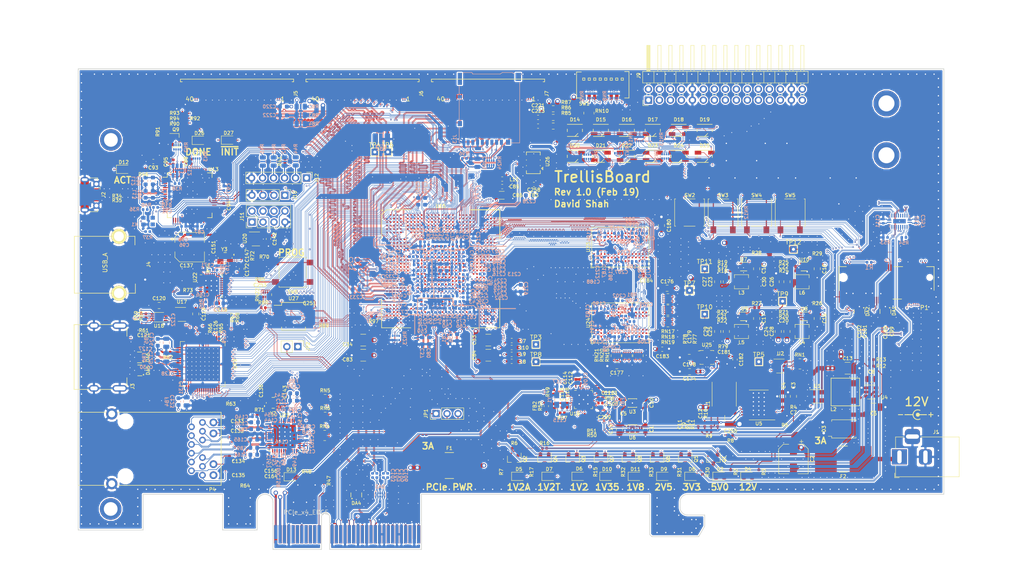
<source format=kicad_pcb>
(kicad_pcb (version 20171130) (host pcbnew 5.0.1)

  (general
    (thickness 1.6)
    (drawings 97)
    (tracks 45694)
    (zones 0)
    (modules 508)
    (nets 750)
  )

  (page A4)
  (layers
    (0 F.Cu signal)
    (1 In1.Cu signal)
    (2 In2.Cu signal)
    (3 In3.Cu signal)
    (4 In4.Cu signal)
    (5 In5.Cu signal)
    (6 In6.Cu signal)
    (31 B.Cu signal)
    (32 B.Adhes user)
    (33 F.Adhes user)
    (34 B.Paste user)
    (35 F.Paste user)
    (36 B.SilkS user)
    (37 F.SilkS user)
    (38 B.Mask user)
    (39 F.Mask user)
    (40 Dwgs.User user)
    (41 Cmts.User user)
    (42 Eco1.User user)
    (43 Eco2.User user)
    (44 Edge.Cuts user)
    (45 Margin user)
    (46 B.CrtYd user)
    (47 F.CrtYd user)
    (48 B.Fab user)
    (49 F.Fab user)
  )

  (setup
    (last_trace_width 0.0889)
    (user_trace_width 0.1)
    (user_trace_width 0.15)
    (user_trace_width 0.2)
    (user_trace_width 0.25)
    (user_trace_width 0.35)
    (user_trace_width 0.5)
    (user_trace_width 0.8)
    (user_trace_width 1)
    (trace_clearance 0.0889)
    (zone_clearance 0.15)
    (zone_45_only no)
    (trace_min 0.0889)
    (segment_width 0.2)
    (edge_width 0.15)
    (via_size 0.4)
    (via_drill 0.2)
    (via_min_size 0.4)
    (via_min_drill 0.2)
    (user_via 0.6 0.3)
    (user_via 0.8 0.5)
    (user_via 1 0.6)
    (user_via 1.5 1)
    (user_via 2 1.5)
    (uvia_size 0.3)
    (uvia_drill 0.1)
    (uvias_allowed no)
    (uvia_min_size 0.2)
    (uvia_min_drill 0.1)
    (pcb_text_width 0.3)
    (pcb_text_size 1.5 1.5)
    (mod_edge_width 0.15)
    (mod_text_size 1 1)
    (mod_text_width 0.15)
    (pad_size 1.524 1.524)
    (pad_drill 0.762)
    (pad_to_mask_clearance 0.051)
    (solder_mask_min_width 0.25)
    (aux_axis_origin 0 0)
    (visible_elements FFF9FFFF)
    (pcbplotparams
      (layerselection 0x010fc_ffffffff)
      (usegerberextensions false)
      (usegerberattributes false)
      (usegerberadvancedattributes false)
      (creategerberjobfile false)
      (excludeedgelayer true)
      (linewidth 0.100000)
      (plotframeref false)
      (viasonmask false)
      (mode 1)
      (useauxorigin false)
      (hpglpennumber 1)
      (hpglpenspeed 20)
      (hpglpendiameter 15.000000)
      (psnegative false)
      (psa4output false)
      (plotreference true)
      (plotvalue true)
      (plotinvisibletext false)
      (padsonsilk false)
      (subtractmaskfromsilk false)
      (outputformat 1)
      (mirror false)
      (drillshape 1)
      (scaleselection 1)
      (outputdirectory ""))
  )

  (net 0 "")
  (net 1 "/PCIe + SATA/DCU1_REFCLK-")
  (net 2 "/PCIe + SATA/DCU1_REFCLK+")
  (net 3 DDR3_A4)
  (net 4 DDR3_A6)
  (net 5 DDR3_A5)
  (net 6 DDR3_A7)
  (net 7 /DDR3/DDR3_VTT)
  (net 8 "Net-(R38-Pad2)")
  (net 9 +3V3)
  (net 10 /Power/1V2_EN)
  (net 11 /Power/2V5_EN)
  (net 12 /Power/1V35_EN)
  (net 13 "Net-(RN1-Pad4)")
  (net 14 +5V)
  (net 15 "Net-(RN1-Pad5)")
  (net 16 USD_D0)
  (net 17 USD_D3)
  (net 18 USD_CMD)
  (net 19 USD_D2)
  (net 20 "Net-(RN23-Pad1)")
  (net 21 GND)
  (net 22 "/FPGA IO/CFG0")
  (net 23 "Net-(RN23-Pad8)")
  (net 24 "/FPGA IO/CFG1")
  (net 25 "/FPGA IO/CFG2")
  (net 26 "/FPGA IO/FLASH_D3")
  (net 27 "/FPGA IO/FLASH_D1")
  (net 28 "/FPGA IO/FLASH_D2")
  (net 29 "/FPGA IO/FLASH_D0")
  (net 30 DDR3_WE)
  (net 31 DDR3_CKE)
  (net 32 DDR3_CS)
  (net 33 DDR3_ODT)
  (net 34 DDR3_CAS)
  (net 35 DDR3_BA2)
  (net 36 DDR3_RAS)
  (net 37 DDR3_BA1)
  (net 38 DDR3_A12)
  (net 39 DDR3_A14)
  (net 40 DDR3_A13)
  (net 41 DDR3_BA0)
  (net 42 DDR3_A11)
  (net 43 DDR3_A9)
  (net 44 DDR3_A10)
  (net 45 DDR3_A8)
  (net 46 DDR3_A0)
  (net 47 DDR3_A2)
  (net 48 DDR3_A1)
  (net 49 DDR3_A3)
  (net 50 "/HDMI, GbE, USB/ETH_LED2")
  (net 51 ETH_~RESET)
  (net 52 "/HDMI, GbE, USB/ETH_LED1")
  (net 53 RGMII_REF_CLK)
  (net 54 "Net-(D18-Pad4)")
  (net 55 "Net-(D20-Pad4)")
  (net 56 "Net-(D19-Pad4)")
  (net 57 "Net-(D21-Pad4)")
  (net 58 "Net-(D25-Pad4)")
  (net 59 "Net-(D23-Pad4)")
  (net 60 "Net-(D24-Pad4)")
  (net 61 "Net-(D22-Pad4)")
  (net 62 FTDI_D1_RX)
  (net 63 FTDI_~WR)
  (net 64 FTDI_~RD)
  (net 65 FTDI_~SIWU)
  (net 66 RGMII_RXD0)
  (net 67 RGMII_RXD2)
  (net 68 RGMII_RXD1)
  (net 69 RGMII_RXD3)
  (net 70 RGMII_RX_DV)
  (net 71 ETH_MDIO)
  (net 72 RGMII_RX_CLK)
  (net 73 ETH_INT_N)
  (net 74 "Net-(D17-Pad1)")
  (net 75 "Net-(D16-Pad1)")
  (net 76 "Net-(D14-Pad1)")
  (net 77 "Net-(D15-Pad1)")
  (net 78 DIP_SW1)
  (net 79 DIP_SW0)
  (net 80 DIP_SW2)
  (net 81 DIP_SW3)
  (net 82 DIP_SW7)
  (net 83 DIP_SW6)
  (net 84 DIP_SW4)
  (net 85 DIP_SW5)
  (net 86 "Net-(D14-Pad4)")
  (net 87 "Net-(D16-Pad4)")
  (net 88 "Net-(D15-Pad4)")
  (net 89 "Net-(D17-Pad4)")
  (net 90 "Net-(D21-Pad1)")
  (net 91 "Net-(D20-Pad1)")
  (net 92 "Net-(D18-Pad1)")
  (net 93 "Net-(D19-Pad1)")
  (net 94 BTN1)
  (net 95 BTN0)
  (net 96 BTN2)
  (net 97 BTN3)
  (net 98 "Net-(D25-Pad1)")
  (net 99 "Net-(D24-Pad1)")
  (net 100 "Net-(D22-Pad1)")
  (net 101 "Net-(D23-Pad1)")
  (net 102 "/FPGA IO/VCCIO7")
  (net 103 "Net-(R44-Pad2)")
  (net 104 JTAG_TDO)
  (net 105 JTAG_TDI)
  (net 106 "Net-(R43-Pad2)")
  (net 107 "Net-(R42-Pad2)")
  (net 108 JTAG_TCK)
  (net 109 JTAG_TMS)
  (net 110 "Net-(R45-Pad2)")
  (net 111 "/PCIe + SATA/CLKAUXO+")
  (net 112 +1V8)
  (net 113 +2V5)
  (net 114 "/PCIe + SATA/CLKAUXO-")
  (net 115 "/FPGA IO/VCCIO6")
  (net 116 CLK_SDA)
  (net 117 "Net-(R36-Pad2)")
  (net 118 FPGA_12MHz)
  (net 119 "/PCIe + SATA/PCIe_REFCLK+")
  (net 120 "/PCIe + SATA/PCIe_REFCLK-")
  (net 121 PCIe_12V)
  (net 122 "Net-(D13-Pad2)")
  (net 123 ~PERST)
  (net 124 "Net-(P3-PadA11)")
  (net 125 "Net-(D12-Pad2)")
  (net 126 "Net-(R40-Pad1)")
  (net 127 "Net-(R39-Pad1)")
  (net 128 "Net-(R38-Pad1)")
  (net 129 "Net-(R12-Pad2)")
  (net 130 "/PCIe + SATA/3V3_C")
  (net 131 "/PCIe + SATA/3V3_CA")
  (net 132 "Net-(R57-Pad1)")
  (net 133 "Net-(R58-Pad2)")
  (net 134 FABRIC_REFCLK)
  (net 135 "/HDMI, GbE, USB/PORT_SCL")
  (net 136 "/HDMI, GbE, USB/PORT_SDA")
  (net 137 "Net-(C121-Pad1)")
  (net 138 "Net-(R62-Pad1)")
  (net 139 /Power/3V3_PG)
  (net 140 "Net-(D27-Pad2)")
  (net 141 "/FPGA IO/~PROGRAM")
  (net 142 "Net-(R80-Pad1)")
  (net 143 "Net-(R81-Pad1)")
  (net 144 "/FPGA IO/FLASH_~CS")
  (net 145 "/FPGA IO/FLASH_CLK")
  (net 146 "/FPGA IO/DONE")
  (net 147 "Net-(Q9-Pad1)")
  (net 148 "Net-(D26-Pad2)")
  (net 149 "Net-(R79-Pad1)")
  (net 150 "/FPGA IO/~INIT")
  (net 151 "Net-(C9-Pad1)")
  (net 152 "Net-(C11-Pad1)")
  (net 153 "Net-(Q2-Pad3)")
  (net 154 "Net-(D5-Pad1)")
  (net 155 /Power/1V2_PG)
  (net 156 USD_D1)
  (net 157 USD_CLK)
  (net 158 "Net-(R97-Pad1)")
  (net 159 "Net-(Q2-Pad1)")
  (net 160 +1V2A)
  (net 161 "Net-(R5-Pad2)")
  (net 162 "Net-(D2-Pad2)")
  (net 163 "Net-(C7-Pad1)")
  (net 164 "Net-(D4-Pad2)")
  (net 165 +12V)
  (net 166 "Net-(R74-Pad1)")
  (net 167 "/Debug Interface/PORT_D-")
  (net 168 "/Debug Interface/FTDI_D-")
  (net 169 "/Debug Interface/FTDI_D+")
  (net 170 "/Debug Interface/PORT_D+")
  (net 171 "Net-(C22-Pad2)")
  (net 172 "Net-(R71-Pad2)")
  (net 173 "/HDMI, GbE, USB/USB_XO")
  (net 174 "/HDMI, GbE, USB/USB_XI")
  (net 175 "Net-(R73-Pad1)")
  (net 176 "/HDMI, GbE, USB/USBA_VBUS")
  (net 177 "/HDMI, GbE, USB/EXTVBUS")
  (net 178 DVI_SCL)
  (net 179 DVI_SDA)
  (net 180 CLK_SCL)
  (net 181 "Net-(R70-Pad1)")
  (net 182 "Net-(C175-Pad2)")
  (net 183 DDR3_CLK+)
  (net 184 "Net-(P4-Pad16)")
  (net 185 "Net-(R66-Pad1)")
  (net 186 "Net-(R65-Pad1)")
  (net 187 "/HDMI, GbE, USB/HDMI_HPD")
  (net 188 DDR3_CLK-)
  (net 189 "Net-(C179-Pad1)")
  (net 190 +1V35)
  (net 191 +1V2)
  (net 192 "Net-(D10-Pad2)")
  (net 193 "Net-(P4-Pad14)")
  (net 194 "Net-(C12-Pad2)")
  (net 195 "Net-(D6-Pad2)")
  (net 196 +1V2T)
  (net 197 "Net-(Q4-Pad1)")
  (net 198 "Net-(Q4-Pad3)")
  (net 199 "Net-(D7-Pad1)")
  (net 200 "Net-(C19-Pad2)")
  (net 201 "Net-(C20-Pad2)")
  (net 202 "Net-(C21-Pad2)")
  (net 203 "/Debug Interface/FTDI_12MHz")
  (net 204 "Net-(D11-Pad2)")
  (net 205 /Power/2V5_PG)
  (net 206 /Power/1V35_PG)
  (net 207 /Power/1V8_PG)
  (net 208 "Net-(D8-Pad2)")
  (net 209 "Net-(D9-Pad2)")
  (net 210 "Net-(C8-Pad2)")
  (net 211 "Net-(C8-Pad1)")
  (net 212 /Power/PWR_EN)
  (net 213 "/HDMI, GbE, USB/HDMI_5V")
  (net 214 "Net-(U17-Pad3)")
  (net 215 "Net-(D9-Pad1)")
  (net 216 "Net-(D11-Pad1)")
  (net 217 "Net-(D26-Pad1)")
  (net 218 "Net-(D2-Pad1)")
  (net 219 "Net-(D6-Pad1)")
  (net 220 "Net-(D10-Pad1)")
  (net 221 "Net-(D8-Pad1)")
  (net 222 "Net-(U1-Pad3)")
  (net 223 DDR3_Vref)
  (net 224 DDR3_Vtt_EN)
  (net 225 "Net-(U5-Pad2)")
  (net 226 "Net-(L1-Pad1)")
  (net 227 "Net-(C11-Pad2)")
  (net 228 "Net-(U13-Pad3)")
  (net 229 "/Debug Interface/Vphy")
  (net 230 "/Debug Interface/Vpll")
  (net 231 "/Debug Interface/JTAG_ACT")
  (net 232 "Net-(U13-Pad22)")
  (net 233 "Net-(U13-Pad23)")
  (net 234 "Net-(U13-Pad24)")
  (net 235 "Net-(U13-Pad26)")
  (net 236 "Net-(U13-Pad27)")
  (net 237 "Net-(U13-Pad28)")
  (net 238 "Net-(U13-Pad29)")
  (net 239 "Net-(U13-Pad30)")
  (net 240 "Net-(U13-Pad32)")
  (net 241 "Net-(U13-Pad33)")
  (net 242 "Net-(U13-Pad34)")
  (net 243 "Net-(U13-Pad36)")
  (net 244 FTDI_D0_TX)
  (net 245 FTDI_D2)
  (net 246 FTDI_D3)
  (net 247 FTDI_D4)
  (net 248 FTDI_D5)
  (net 249 FTDI_D6)
  (net 250 FTDI_D7)
  (net 251 FTDI_~RXF)
  (net 252 "Net-(U13-Pad49)")
  (net 253 "Net-(U13-Pad50)")
  (net 254 FTDI_~TXE)
  (net 255 "Net-(U13-Pad57)")
  (net 256 "Net-(U13-Pad58)")
  (net 257 "Net-(U13-Pad59)")
  (net 258 "Net-(U13-Pad60)")
  (net 259 "/HDMI, GbE, USB/DVI_DVDD")
  (net 260 DVI_DE)
  (net 261 DVI_HSYNC)
  (net 262 DVI_VSYNC)
  (net 263 "Net-(U19-Pad11)")
  (net 264 "/HDMI, GbE, USB/DVI_PVDD")
  (net 265 "/HDMI, GbE, USB/TMDS_CLK-")
  (net 266 "/HDMI, GbE, USB/TMDS_CLK+")
  (net 267 "/HDMI, GbE, USB/DVI_TVDD")
  (net 268 "/HDMI, GbE, USB/TMDS_D0-")
  (net 269 "/HDMI, GbE, USB/TMDS_D0+")
  (net 270 "/HDMI, GbE, USB/TMDS_D1-")
  (net 271 "/HDMI, GbE, USB/TMDS_D1+")
  (net 272 "/HDMI, GbE, USB/TMDS_D2-")
  (net 273 "/HDMI, GbE, USB/TMDS_D2+")
  (net 274 DVI_D23)
  (net 275 DVI_D22)
  (net 276 DVI_D21)
  (net 277 DVI_D20)
  (net 278 DVI_D19)
  (net 279 DVI_D18)
  (net 280 DVI_D17)
  (net 281 DVI_D16)
  (net 282 DVI_D15)
  (net 283 DVI_D14)
  (net 284 DVI_D13)
  (net 285 DVI_D12)
  (net 286 "Net-(U19-Pad49)")
  (net 287 DVI_D11)
  (net 288 DVI_D10)
  (net 289 DVI_D9)
  (net 290 DVI_D8)
  (net 291 DVI_D7)
  (net 292 DVI_D6)
  (net 293 DVI_CLK)
  (net 294 DVI_D5)
  (net 295 DVI_D4)
  (net 296 DVI_D3)
  (net 297 DVI_D2)
  (net 298 DVI_D1)
  (net 299 DVI_D0)
  (net 300 "/HDMI, GbE, USB/AVDDH")
  (net 301 "/HDMI, GbE, USB/MX4-")
  (net 302 "/HDMI, GbE, USB/MX4+")
  (net 303 "/HDMI, GbE, USB/AVDDL")
  (net 304 "/HDMI, GbE, USB/MX3-")
  (net 305 "/HDMI, GbE, USB/MX3+")
  (net 306 "/HDMI, GbE, USB/MX2-")
  (net 307 "/HDMI, GbE, USB/MX2+")
  (net 308 "/HDMI, GbE, USB/MX1-")
  (net 309 "/HDMI, GbE, USB/MX1+")
  (net 310 "Net-(U21-Pad13)")
  (net 311 RGMII_TXD0)
  (net 312 RGMII_TXD1)
  (net 313 RGMII_TXD2)
  (net 314 RGMII_TXD3)
  (net 315 RGMII_TX_CLK)
  (net 316 RGMII_TX_EN)
  (net 317 ETH_MDC)
  (net 318 "Net-(U21-Pad43)")
  (net 319 "/HDMI, GbE, USB/AVDDL_PLL")
  (net 320 "/HDMI, GbE, USB/ETH_XO")
  (net 321 "/HDMI, GbE, USB/ETH_XI")
  (net 322 "Net-(U21-Pad47)")
  (net 323 "Net-(U22-Pad3)")
  (net 324 "Net-(U22-Pad5)")
  (net 325 "/HDMI, GbE, USB/USBA_D+")
  (net 326 "/HDMI, GbE, USB/USBA_D-")
  (net 327 ULPI_RESET)
  (net 328 ULPI_NXT)
  (net 329 ULPI_DIR)
  (net 330 ULPI_STP)
  (net 331 ULPI_CLKO)
  (net 332 "/HDMI, GbE, USB/USB1V8")
  (net 333 ULPI_D7)
  (net 334 ULPI_D6)
  (net 335 ULPI_D5)
  (net 336 ULPI_D4)
  (net 337 ULPI_D3)
  (net 338 ULPI_D2)
  (net 339 ULPI_D1)
  (net 340 ULPI_D0)
  (net 341 "Net-(C117-Pad1)")
  (net 342 "Net-(C115-Pad2)")
  (net 343 CLK_SD_OE)
  (net 344 "/PCIe + SATA/1V8_C")
  (net 345 "Net-(U16-Pad16)")
  (net 346 "/PCIe + SATA/DCU0_REFCLK-")
  (net 347 "/PCIe + SATA/DCU0_REFCLK+")
  (net 348 "Net-(U16-Pad24)")
  (net 349 DDR3_DQ13)
  (net 350 DDR3_DQ15)
  (net 351 DDR3_DQ12)
  (net 352 DDR3_DQS1-)
  (net 353 DDR3_DQ14)
  (net 354 DDR3_DQ11)
  (net 355 DDR3_DQ9)
  (net 356 DDR3_DQS1+)
  (net 357 DDR3_DQ10)
  (net 358 DDR3_DM1)
  (net 359 DDR3_DQ8)
  (net 360 DDR3_DQ0)
  (net 361 DDR3_DM0)
  (net 362 DDR3_DQ2)
  (net 363 DDR3_DQS0+)
  (net 364 DDR3_DQ1)
  (net 365 DDR3_DQ3)
  (net 366 DDR3_DQ6)
  (net 367 DDR3_DQS0-)
  (net 368 DDR3_DQ4)
  (net 369 DDR3_DQ7)
  (net 370 DDR3_DQ5)
  (net 371 "Net-(U23-PadJ1)")
  (net 372 "Net-(U23-PadJ9)")
  (net 373 "Net-(U23-PadL1)")
  (net 374 "Net-(U23-PadL9)")
  (net 375 "Net-(U23-PadM7)")
  (net 376 DDR3_RESET)
  (net 377 "Net-(U24-PadM7)")
  (net 378 "Net-(U24-PadL9)")
  (net 379 "Net-(U24-PadL1)")
  (net 380 "Net-(U24-PadJ9)")
  (net 381 "Net-(U24-PadJ1)")
  (net 382 DDR3_DQ21)
  (net 383 DDR3_DQ23)
  (net 384 DDR3_DQ20)
  (net 385 DDR3_DQS2-)
  (net 386 DDR3_DQ22)
  (net 387 DDR3_DQ19)
  (net 388 DDR3_DQ17)
  (net 389 DDR3_DQS2+)
  (net 390 DDR3_DQ18)
  (net 391 DDR3_DM2)
  (net 392 DDR3_DQ16)
  (net 393 DDR3_DQ24)
  (net 394 DDR3_DM3)
  (net 395 DDR3_DQ26)
  (net 396 DDR3_DQS3+)
  (net 397 DDR3_DQ25)
  (net 398 DDR3_DQ27)
  (net 399 DDR3_DQ30)
  (net 400 DDR3_DQS3-)
  (net 401 DDR3_DQ28)
  (net 402 DDR3_DQ31)
  (net 403 DDR3_DQ29)
  (net 404 "Net-(X1-Pad1)")
  (net 405 "Net-(L4-Pad1)")
  (net 406 "Net-(L5-Pad1)")
  (net 407 "Net-(L3-Pad1)")
  (net 408 "Net-(L6-Pad1)")
  (net 409 "/FPGA Core Power/VCCHTX1")
  (net 410 "/FPGA Core Power/VCCHTX0")
  (net 411 "/FPGA Core Power/VCCA0")
  (net 412 "/FPGA Core Power/VCCAUX")
  (net 413 "/FPGA Core Power/VCCA1")
  (net 414 "/PCIe + SATA/DCU1_RX1-")
  (net 415 "/PCIe + SATA/DCU1_RX1+")
  (net 416 "/PCIe + SATA/DCU1_RX0-")
  (net 417 "/PCIe + SATA/DCU1_RX0+")
  (net 418 "/PCIe + SATA/PCIe_HSI0+")
  (net 419 "/PCIe + SATA/PCIe_HSI0-")
  (net 420 "/PCIe + SATA/PCIe_HSI1+")
  (net 421 "/PCIe + SATA/PCIe_HSI1-")
  (net 422 "/PCIe + SATA/DCU0_RX0+")
  (net 423 "/PCIe + SATA/DCU0_RX0-")
  (net 424 "/PCIe + SATA/DCU0_RX1+")
  (net 425 "/PCIe + SATA/DCU0_RX1-")
  (net 426 "Net-(U6-Pad2)")
  (net 427 "Net-(U6-Pad5)")
  (net 428 "Net-(U3-Pad5)")
  (net 429 "Net-(U3-Pad2)")
  (net 430 "Net-(U10-Pad4)")
  (net 431 "Net-(U9-Pad4)")
  (net 432 "Net-(U8-Pad4)")
  (net 433 "Net-(U7-Pad4)")
  (net 434 "Net-(J5-Pad38)")
  (net 435 "/FPGA IO/EXT0_11-")
  (net 436 "/FPGA IO/EXT0_11+")
  (net 437 "/FPGA IO/EXT0_10-")
  (net 438 "/FPGA IO/EXT0_10+")
  (net 439 "/FPGA IO/EXT0_9-")
  (net 440 "/FPGA IO/EXT0_9+")
  (net 441 "/FPGA IO/EXT0_8-")
  (net 442 "/FPGA IO/EXT0_8+")
  (net 443 "/FPGA IO/EXT0_7-")
  (net 444 "/FPGA IO/EXT0_7+")
  (net 445 "/FPGA IO/EXT0_6-")
  (net 446 "/FPGA IO/EXT0_6+")
  (net 447 "/FPGA IO/EXT0_5-")
  (net 448 "/FPGA IO/EXT0_5+")
  (net 449 "/FPGA IO/EXT0_4-")
  (net 450 "/FPGA IO/EXT0_4+")
  (net 451 "/FPGA IO/EXT0_3-")
  (net 452 "/FPGA IO/EXT0_3+")
  (net 453 "/FPGA IO/EXT0_2-")
  (net 454 "/FPGA IO/EXT0_2+")
  (net 455 "/FPGA IO/EXT0_1-")
  (net 456 "/FPGA IO/EXT0_1+")
  (net 457 "/FPGA IO/EXT0_0-")
  (net 458 "/FPGA IO/EXT0_0+")
  (net 459 "Net-(J6-Pad38)")
  (net 460 "/FPGA IO/EXT1_11-")
  (net 461 "/FPGA IO/EXT1_11+")
  (net 462 "/FPGA IO/EXT1_10-")
  (net 463 "/FPGA IO/EXT1_10+")
  (net 464 "/FPGA IO/EXT1_9-")
  (net 465 "/FPGA IO/EXT1_9+")
  (net 466 "/FPGA IO/EXT1_8-")
  (net 467 "/FPGA IO/EXT1_8+")
  (net 468 "/FPGA IO/EXT1_7-")
  (net 469 "/FPGA IO/EXT1_7+")
  (net 470 "/FPGA IO/EXT1_6-")
  (net 471 "/FPGA IO/EXT1_6+")
  (net 472 "/FPGA IO/EXT1_5-")
  (net 473 "/FPGA IO/EXT1_5+")
  (net 474 "/FPGA IO/EXT1_4-")
  (net 475 "/FPGA IO/EXT1_4+")
  (net 476 "/FPGA IO/EXT1_3-")
  (net 477 "/FPGA IO/EXT1_3+")
  (net 478 "/FPGA IO/EXT1_2-")
  (net 479 "/FPGA IO/EXT1_2+")
  (net 480 "/FPGA IO/EXT1_1-")
  (net 481 "/FPGA IO/EXT1_1+")
  (net 482 "/FPGA IO/EXT1_0-")
  (net 483 "/FPGA IO/EXT1_0+")
  (net 484 "/FPGA IO/EXT2_0+")
  (net 485 "/FPGA IO/EXT2_0-")
  (net 486 "/FPGA IO/EXT2_1+")
  (net 487 "/FPGA IO/EXT2_1-")
  (net 488 "/FPGA IO/EXT2_2+")
  (net 489 "/FPGA IO/EXT2_2-")
  (net 490 "/FPGA IO/EXT2_3+")
  (net 491 "/FPGA IO/EXT2_3-")
  (net 492 "/FPGA IO/EXT2_4+")
  (net 493 "/FPGA IO/EXT2_4-")
  (net 494 "/FPGA IO/EXT2_5+")
  (net 495 "/FPGA IO/EXT2_5-")
  (net 496 "/FPGA IO/EXT2_6+")
  (net 497 "/FPGA IO/EXT2_6-")
  (net 498 "/FPGA IO/EXT2_7+")
  (net 499 "/FPGA IO/EXT2_7-")
  (net 500 "/FPGA IO/EXT2_8+")
  (net 501 "/FPGA IO/EXT2_8-")
  (net 502 "/FPGA IO/EXT2_9+")
  (net 503 "/FPGA IO/EXT2_9-")
  (net 504 "/FPGA IO/EXT2_10+")
  (net 505 "/FPGA IO/EXT2_10-")
  (net 506 "/FPGA IO/EXT2_11+")
  (net 507 "/FPGA IO/EXT2_11-")
  (net 508 "Net-(J7-Pad38)")
  (net 509 "Net-(C132-Pad1)")
  (net 510 "Net-(C135-Pad1)")
  (net 511 "Net-(C133-Pad1)")
  (net 512 "Net-(C134-Pad1)")
  (net 513 "Net-(P3-PadB5)")
  (net 514 "Net-(P3-PadB6)")
  (net 515 "Net-(P3-PadB8)")
  (net 516 "Net-(P3-PadB9)")
  (net 517 "Net-(P3-PadB10)")
  (net 518 PCIe_~WAKE)
  (net 519 "Net-(P3-PadB12)")
  (net 520 "/PCIe + SATA/~PRSNT2~_X1")
  (net 521 "Net-(P3-PadB23)")
  (net 522 "Net-(P3-PadB24)")
  (net 523 "Net-(P3-PadB27)")
  (net 524 "Net-(P3-PadB28)")
  (net 525 "Net-(P3-PadB30)")
  (net 526 "/PCIe + SATA/~PRSNT2~_X4")
  (net 527 "/PCIe + SATA/~PRSNT1")
  (net 528 "Net-(P3-PadA5)")
  (net 529 "Net-(P3-PadA6)")
  (net 530 "Net-(P3-PadA7)")
  (net 531 "Net-(P3-PadA8)")
  (net 532 "Net-(P3-PadA9)")
  (net 533 "Net-(P3-PadA10)")
  (net 534 "Net-(P3-PadA19)")
  (net 535 "Net-(P3-PadA25)")
  (net 536 "Net-(P3-PadA26)")
  (net 537 "Net-(P3-PadA29)")
  (net 538 "Net-(P3-PadA30)")
  (net 539 "Net-(P3-PadA32)")
  (net 540 "Net-(U26-Pad1)")
  (net 541 "Net-(U26-Pad2)")
  (net 542 "/FPGA IO/CLK100+")
  (net 543 "/FPGA IO/CLK100-")
  (net 544 "Net-(J3-Pad14)")
  (net 545 "Net-(J3-Pad13)")
  (net 546 LED2)
  (net 547 LED11)
  (net 548 LED10)
  (net 549 LED0)
  (net 550 LED1)
  (net 551 LED3)
  (net 552 LED4)
  (net 553 LED5)
  (net 554 LED6)
  (net 555 LED7)
  (net 556 LED8)
  (net 557 LED9)
  (net 558 "Net-(F2-Pad2)")
  (net 559 "Net-(U15-PadR1)")
  (net 560 "Net-(U15-PadT2)")
  (net 561 "Net-(U15-PadAB2)")
  (net 562 "Net-(U15-PadAC2)")
  (net 563 "Net-(U15-PadAE2)")
  (net 564 "Net-(U15-PadAG2)")
  (net 565 "Net-(U15-PadA3)")
  (net 566 "Net-(U15-PadV3)")
  (net 567 "Net-(U15-PadW3)")
  (net 568 "Net-(U15-PadY3)")
  (net 569 "Net-(U15-PadAC3)")
  (net 570 "Net-(U15-PadAG3)")
  (net 571 "Net-(U15-PadAL3)")
  (net 572 "Net-(U15-PadB4)")
  (net 573 "Net-(U15-PadH4)")
  (net 574 "Net-(U15-PadAC4)")
  (net 575 "Net-(U15-PadA5)")
  (net 576 "Net-(U15-PadL5)")
  (net 577 "Net-(U15-PadW6)")
  (net 578 "Net-(U15-PadD7)")
  (net 579 "Net-(U15-PadE7)")
  (net 580 "Net-(U15-PadAE7)")
  (net 581 "Net-(U15-PadG9)")
  (net 582 "/PCIe + SATA/DCU0_TX0+")
  (net 583 "Net-(U15-PadG10)")
  (net 584 "/PCIe + SATA/DCU0_TX0-")
  (net 585 "Net-(U15-PadG11)")
  (net 586 "/PCIe + SATA/DCU0_TX1+")
  (net 587 "/PCIe + SATA/DCU0_TX1-")
  (net 588 "/FPGA IO/PMOD1_10")
  (net 589 "/FPGA IO/PMOD1_9")
  (net 590 "Net-(U15-PadG14)")
  (net 591 "Net-(U15-PadG15)")
  (net 592 "Net-(U15-PadAK15)")
  (net 593 "Net-(U15-PadG16)")
  (net 594 "Net-(U15-PadAK16)")
  (net 595 "Net-(U15-PadG17)")
  (net 596 "Net-(U15-PadG18)")
  (net 597 "/PCIe + SATA/DCU1_TX0+")
  (net 598 "Net-(U15-PadG19)")
  (net 599 "/PCIe + SATA/DCU1_TX0-")
  (net 600 "/FPGA IO/PMOD1_8")
  (net 601 "/FPGA IO/PMOD1_7")
  (net 602 "/PCIe + SATA/DCU1_TX1+")
  (net 603 "/PCIe + SATA/DCU1_TX1-")
  (net 604 "/FPGA IO/EXIO_5")
  (net 605 "/FPGA IO/EXIO_4")
  (net 606 "/FPGA IO/EXIO_3")
  (net 607 "Net-(U15-PadG22)")
  (net 608 "/FPGA IO/PMOD1_3")
  (net 609 "/FPGA IO/PMOD1_2")
  (net 610 "/FPGA IO/PMOD1_0")
  (net 611 "/FPGA IO/PMOD1_1")
  (net 612 "/FPGA IO/EXIO_2")
  (net 613 "Net-(U15-PadG23)")
  (net 614 "/FPGA IO/EXIO_1")
  (net 615 "/FPGA IO/PMOD0_10")
  (net 616 "/FPGA IO/EXIO_0")
  (net 617 "/FPGA IO/PMOD0_9")
  (net 618 "Net-(U15-PadG24)")
  (net 619 "Net-(U15-PadAG24)")
  (net 620 "Net-(U15-PadAK24)")
  (net 621 "/FPGA IO/PMOD0_8")
  (net 622 "/FPGA IO/PMOD0_3")
  (net 623 "/FPGA IO/PMOD0_7")
  (net 624 "/FPGA IO/PMOD0_2")
  (net 625 "/FPGA IO/PMOD0_1")
  (net 626 "Net-(U15-PadAK25)")
  (net 627 "/FPGA IO/PMOD0_0")
  (net 628 "Net-(U15-PadB26)")
  (net 629 "Net-(U15-PadE26)")
  (net 630 "Net-(U15-PadAE26)")
  (net 631 "Net-(U15-PadH27)")
  (net 632 "Net-(U15-PadJ27)")
  (net 633 "Net-(U15-PadW27)")
  (net 634 "Net-(U15-PadC28)")
  (net 635 "Net-(U15-PadD28)")
  (net 636 "Net-(U15-PadH28)")
  (net 637 "Net-(U15-PadL28)")
  (net 638 "Net-(U15-PadP28)")
  (net 639 "Net-(U15-PadAC28)")
  (net 640 "Net-(U15-PadAE28)")
  (net 641 "Net-(U15-PadC29)")
  (net 642 "Net-(U15-PadH29)")
  (net 643 "Net-(U15-PadP29)")
  (net 644 "Net-(U15-PadAB29)")
  (net 645 "Net-(U15-PadAC29)")
  (net 646 "Net-(U15-PadAE29)")
  (net 647 "Net-(U15-PadAJ29)")
  (net 648 "Net-(U15-PadC30)")
  (net 649 "Net-(U15-PadP30)")
  (net 650 "Net-(U15-PadR30)")
  (net 651 "Net-(U15-PadV30)")
  (net 652 "Net-(U15-PadAB30)")
  (net 653 "Net-(U15-PadAE30)")
  (net 654 "Net-(U15-PadAJ30)")
  (net 655 "Net-(U15-PadA31)")
  (net 656 "Net-(U15-PadAG31)")
  (net 657 "Net-(U15-PadAK31)")
  (net 658 "Net-(U15-PadAG32)")
  (net 659 "Net-(J2-Pad1)")
  (net 660 "Net-(J2-Pad4)")
  (net 661 "Net-(U15-PadT30)")
  (net 662 "Net-(U15-PadAE27)")
  (net 663 "Net-(U15-PadAD27)")
  (net 664 "Net-(U15-PadF30)")
  (net 665 "Net-(U15-PadN27)")
  (net 666 "Net-(U15-PadU27)")
  (net 667 "Net-(U15-PadU29)")
  (net 668 "Net-(U15-PadW30)")
  (net 669 "Net-(U15-PadY30)")
  (net 670 "Net-(U15-PadY29)")
  (net 671 "Net-(U15-PadW1)")
  (net 672 "Net-(U15-PadV1)")
  (net 673 "Net-(U15-PadY7)")
  (net 674 "Net-(U15-PadY6)")
  (net 675 "Net-(U15-PadAC5)")
  (net 676 "Net-(U15-PadAD4)")
  (net 677 "Net-(U15-PadY4)")
  (net 678 "Net-(U15-PadW4)")
  (net 679 "Net-(U15-PadJ4)")
  (net 680 "Net-(U15-PadL3)")
  (net 681 "Net-(U15-PadL2)")
  (net 682 "Net-(U15-PadK2)")
  (net 683 "Net-(U15-PadL1)")
  (net 684 "Net-(U15-PadK1)")
  (net 685 "Net-(U15-PadJ1)")
  (net 686 "Net-(U15-PadD1)")
  (net 687 "Net-(U15-PadC1)")
  (net 688 "Net-(U15-PadF2)")
  (net 689 "Net-(U15-PadE1)")
  (net 690 "Net-(U15-PadE4)")
  (net 691 "Net-(U15-PadD4)")
  (net 692 "Net-(P1-Pad52)")
  (net 693 M2_CLKSEL)
  (net 694 "Net-(R54-Pad1)")
  (net 695 "/PCIe + SATA/M2_REFCLK+")
  (net 696 "/PCIe + SATA/M2_REFCLK-")
  (net 697 "Net-(U11-Pad17)")
  (net 698 "Net-(U11-Pad16)")
  (net 699 "/PCIe + SATA/CLKREFO+")
  (net 700 "/PCIe + SATA/CLKREFO-")
  (net 701 "/PCIe + SATA/M2_RX0+")
  (net 702 "/PCIe + SATA/M2_RX0-")
  (net 703 "/PCIe + SATA/M2_RX1+")
  (net 704 "/PCIe + SATA/M2_RX1-")
  (net 705 M2_CTS)
  (net 706 M2_RTS)
  (net 707 M2_SDIO_D0)
  (net 708 M2_TXD)
  (net 709 M2_SDIO_D3)
  (net 710 M2_SDIO_D2)
  (net 711 M2_SDIO_D1)
  (net 712 M2_SDIO_CLK)
  (net 713 M2_SDIO_CMD)
  (net 714 "Net-(P1-Pad3)")
  (net 715 "Net-(P1-Pad5)")
  (net 716 "Net-(P1-Pad6)")
  (net 717 "Net-(P1-Pad8)")
  (net 718 "Net-(P1-Pad10)")
  (net 719 "Net-(P1-Pad12)")
  (net 720 "Net-(P1-Pad14)")
  (net 721 "Net-(P1-Pad16)")
  (net 722 "Net-(P1-Pad20)")
  (net 723 "Net-(P1-Pad21)")
  (net 724 "Net-(P1-Pad23)")
  (net 725 "Net-(P1-Pad38)")
  (net 726 "Net-(P1-Pad40)")
  (net 727 "Net-(P1-Pad42)")
  (net 728 "Net-(P1-Pad44)")
  (net 729 "Net-(P1-Pad46)")
  (net 730 "Net-(P1-Pad48)")
  (net 731 "Net-(P1-Pad50)")
  (net 732 "Net-(P1-Pad53)")
  (net 733 "Net-(P1-Pad54)")
  (net 734 "Net-(P1-Pad55)")
  (net 735 "Net-(P1-Pad56)")
  (net 736 "Net-(P1-Pad58)")
  (net 737 "Net-(P1-Pad60)")
  (net 738 "Net-(P1-Pad62)")
  (net 739 "Net-(P1-Pad64)")
  (net 740 "Net-(P1-Pad66)")
  (net 741 "Net-(P1-Pad68)")
  (net 742 "Net-(P1-Pad70)")
  (net 743 "Net-(C258-Pad1)")
  (net 744 M2_RXD)
  (net 745 "Net-(U15-PadN3)")
  (net 746 "Net-(U15-PadA4)")
  (net 747 "Net-(RN2-Pad4)")
  (net 748 "Net-(RN2-Pad2)")
  (net 749 "Net-(RN2-Pad3)")

  (net_class Default "This is the default net class."
    (clearance 0.0889)
    (trace_width 0.0889)
    (via_dia 0.4)
    (via_drill 0.2)
    (uvia_dia 0.3)
    (uvia_drill 0.1)
    (diff_pair_gap 0.11)
    (diff_pair_width 0.11)
    (add_net +12V)
    (add_net +1V2)
    (add_net +1V2A)
    (add_net +1V2T)
    (add_net +1V35)
    (add_net +1V8)
    (add_net +2V5)
    (add_net +3V3)
    (add_net +5V)
    (add_net /DDR3/DDR3_VTT)
    (add_net "/Debug Interface/FTDI_12MHz")
    (add_net "/Debug Interface/FTDI_D+")
    (add_net "/Debug Interface/FTDI_D-")
    (add_net "/Debug Interface/JTAG_ACT")
    (add_net "/Debug Interface/PORT_D+")
    (add_net "/Debug Interface/PORT_D-")
    (add_net "/Debug Interface/Vphy")
    (add_net "/Debug Interface/Vpll")
    (add_net "/FPGA Core Power/VCCA0")
    (add_net "/FPGA Core Power/VCCA1")
    (add_net "/FPGA Core Power/VCCAUX")
    (add_net "/FPGA Core Power/VCCHTX0")
    (add_net "/FPGA Core Power/VCCHTX1")
    (add_net "/FPGA IO/CFG0")
    (add_net "/FPGA IO/CFG1")
    (add_net "/FPGA IO/CFG2")
    (add_net "/FPGA IO/CLK100+")
    (add_net "/FPGA IO/CLK100-")
    (add_net "/FPGA IO/DONE")
    (add_net "/FPGA IO/EXIO_0")
    (add_net "/FPGA IO/EXIO_1")
    (add_net "/FPGA IO/EXIO_2")
    (add_net "/FPGA IO/EXIO_3")
    (add_net "/FPGA IO/EXIO_4")
    (add_net "/FPGA IO/EXIO_5")
    (add_net "/FPGA IO/EXT0_0+")
    (add_net "/FPGA IO/EXT0_0-")
    (add_net "/FPGA IO/EXT0_1+")
    (add_net "/FPGA IO/EXT0_1-")
    (add_net "/FPGA IO/EXT0_10+")
    (add_net "/FPGA IO/EXT0_10-")
    (add_net "/FPGA IO/EXT0_11+")
    (add_net "/FPGA IO/EXT0_11-")
    (add_net "/FPGA IO/EXT0_2+")
    (add_net "/FPGA IO/EXT0_2-")
    (add_net "/FPGA IO/EXT0_3+")
    (add_net "/FPGA IO/EXT0_3-")
    (add_net "/FPGA IO/EXT0_4+")
    (add_net "/FPGA IO/EXT0_4-")
    (add_net "/FPGA IO/EXT0_5+")
    (add_net "/FPGA IO/EXT0_5-")
    (add_net "/FPGA IO/EXT0_6+")
    (add_net "/FPGA IO/EXT0_6-")
    (add_net "/FPGA IO/EXT0_7+")
    (add_net "/FPGA IO/EXT0_7-")
    (add_net "/FPGA IO/EXT0_8+")
    (add_net "/FPGA IO/EXT0_8-")
    (add_net "/FPGA IO/EXT0_9+")
    (add_net "/FPGA IO/EXT0_9-")
    (add_net "/FPGA IO/EXT1_0+")
    (add_net "/FPGA IO/EXT1_0-")
    (add_net "/FPGA IO/EXT1_1+")
    (add_net "/FPGA IO/EXT1_1-")
    (add_net "/FPGA IO/EXT1_10+")
    (add_net "/FPGA IO/EXT1_10-")
    (add_net "/FPGA IO/EXT1_11+")
    (add_net "/FPGA IO/EXT1_11-")
    (add_net "/FPGA IO/EXT1_2+")
    (add_net "/FPGA IO/EXT1_2-")
    (add_net "/FPGA IO/EXT1_3+")
    (add_net "/FPGA IO/EXT1_3-")
    (add_net "/FPGA IO/EXT1_4+")
    (add_net "/FPGA IO/EXT1_4-")
    (add_net "/FPGA IO/EXT1_5+")
    (add_net "/FPGA IO/EXT1_5-")
    (add_net "/FPGA IO/EXT1_6+")
    (add_net "/FPGA IO/EXT1_6-")
    (add_net "/FPGA IO/EXT1_7+")
    (add_net "/FPGA IO/EXT1_7-")
    (add_net "/FPGA IO/EXT1_8+")
    (add_net "/FPGA IO/EXT1_8-")
    (add_net "/FPGA IO/EXT1_9+")
    (add_net "/FPGA IO/EXT1_9-")
    (add_net "/FPGA IO/EXT2_0+")
    (add_net "/FPGA IO/EXT2_0-")
    (add_net "/FPGA IO/EXT2_1+")
    (add_net "/FPGA IO/EXT2_1-")
    (add_net "/FPGA IO/EXT2_10+")
    (add_net "/FPGA IO/EXT2_10-")
    (add_net "/FPGA IO/EXT2_11+")
    (add_net "/FPGA IO/EXT2_11-")
    (add_net "/FPGA IO/EXT2_2+")
    (add_net "/FPGA IO/EXT2_2-")
    (add_net "/FPGA IO/EXT2_3+")
    (add_net "/FPGA IO/EXT2_3-")
    (add_net "/FPGA IO/EXT2_4+")
    (add_net "/FPGA IO/EXT2_4-")
    (add_net "/FPGA IO/EXT2_5+")
    (add_net "/FPGA IO/EXT2_5-")
    (add_net "/FPGA IO/EXT2_6+")
    (add_net "/FPGA IO/EXT2_6-")
    (add_net "/FPGA IO/EXT2_7+")
    (add_net "/FPGA IO/EXT2_7-")
    (add_net "/FPGA IO/EXT2_8+")
    (add_net "/FPGA IO/EXT2_8-")
    (add_net "/FPGA IO/EXT2_9+")
    (add_net "/FPGA IO/EXT2_9-")
    (add_net "/FPGA IO/FLASH_CLK")
    (add_net "/FPGA IO/FLASH_D0")
    (add_net "/FPGA IO/FLASH_D1")
    (add_net "/FPGA IO/FLASH_D2")
    (add_net "/FPGA IO/FLASH_D3")
    (add_net "/FPGA IO/FLASH_~CS")
    (add_net "/FPGA IO/PMOD0_0")
    (add_net "/FPGA IO/PMOD0_1")
    (add_net "/FPGA IO/PMOD0_10")
    (add_net "/FPGA IO/PMOD0_2")
    (add_net "/FPGA IO/PMOD0_3")
    (add_net "/FPGA IO/PMOD0_7")
    (add_net "/FPGA IO/PMOD0_8")
    (add_net "/FPGA IO/PMOD0_9")
    (add_net "/FPGA IO/PMOD1_0")
    (add_net "/FPGA IO/PMOD1_1")
    (add_net "/FPGA IO/PMOD1_10")
    (add_net "/FPGA IO/PMOD1_2")
    (add_net "/FPGA IO/PMOD1_3")
    (add_net "/FPGA IO/PMOD1_7")
    (add_net "/FPGA IO/PMOD1_8")
    (add_net "/FPGA IO/PMOD1_9")
    (add_net "/FPGA IO/VCCIO6")
    (add_net "/FPGA IO/VCCIO7")
    (add_net "/FPGA IO/~INIT")
    (add_net "/FPGA IO/~PROGRAM")
    (add_net "/HDMI, GbE, USB/AVDDH")
    (add_net "/HDMI, GbE, USB/AVDDL")
    (add_net "/HDMI, GbE, USB/AVDDL_PLL")
    (add_net "/HDMI, GbE, USB/DVI_DVDD")
    (add_net "/HDMI, GbE, USB/DVI_PVDD")
    (add_net "/HDMI, GbE, USB/DVI_TVDD")
    (add_net "/HDMI, GbE, USB/ETH_LED1")
    (add_net "/HDMI, GbE, USB/ETH_LED2")
    (add_net "/HDMI, GbE, USB/ETH_XI")
    (add_net "/HDMI, GbE, USB/ETH_XO")
    (add_net "/HDMI, GbE, USB/EXTVBUS")
    (add_net "/HDMI, GbE, USB/HDMI_5V")
    (add_net "/HDMI, GbE, USB/HDMI_HPD")
    (add_net "/HDMI, GbE, USB/MX1+")
    (add_net "/HDMI, GbE, USB/MX1-")
    (add_net "/HDMI, GbE, USB/MX2+")
    (add_net "/HDMI, GbE, USB/MX2-")
    (add_net "/HDMI, GbE, USB/MX3+")
    (add_net "/HDMI, GbE, USB/MX3-")
    (add_net "/HDMI, GbE, USB/MX4+")
    (add_net "/HDMI, GbE, USB/MX4-")
    (add_net "/HDMI, GbE, USB/PORT_SCL")
    (add_net "/HDMI, GbE, USB/PORT_SDA")
    (add_net "/HDMI, GbE, USB/TMDS_CLK+")
    (add_net "/HDMI, GbE, USB/TMDS_CLK-")
    (add_net "/HDMI, GbE, USB/TMDS_D0+")
    (add_net "/HDMI, GbE, USB/TMDS_D0-")
    (add_net "/HDMI, GbE, USB/TMDS_D1+")
    (add_net "/HDMI, GbE, USB/TMDS_D1-")
    (add_net "/HDMI, GbE, USB/TMDS_D2+")
    (add_net "/HDMI, GbE, USB/TMDS_D2-")
    (add_net "/HDMI, GbE, USB/USB1V8")
    (add_net "/HDMI, GbE, USB/USBA_D+")
    (add_net "/HDMI, GbE, USB/USBA_D-")
    (add_net "/HDMI, GbE, USB/USBA_VBUS")
    (add_net "/HDMI, GbE, USB/USB_XI")
    (add_net "/HDMI, GbE, USB/USB_XO")
    (add_net "/PCIe + SATA/1V8_C")
    (add_net "/PCIe + SATA/3V3_C")
    (add_net "/PCIe + SATA/3V3_CA")
    (add_net "/PCIe + SATA/CLKAUXO+")
    (add_net "/PCIe + SATA/CLKAUXO-")
    (add_net "/PCIe + SATA/CLKREFO+")
    (add_net "/PCIe + SATA/CLKREFO-")
    (add_net "/PCIe + SATA/DCU0_REFCLK+")
    (add_net "/PCIe + SATA/DCU0_REFCLK-")
    (add_net "/PCIe + SATA/DCU0_RX0+")
    (add_net "/PCIe + SATA/DCU0_RX0-")
    (add_net "/PCIe + SATA/DCU0_RX1+")
    (add_net "/PCIe + SATA/DCU0_RX1-")
    (add_net "/PCIe + SATA/DCU0_TX0+")
    (add_net "/PCIe + SATA/DCU0_TX0-")
    (add_net "/PCIe + SATA/DCU0_TX1+")
    (add_net "/PCIe + SATA/DCU0_TX1-")
    (add_net "/PCIe + SATA/DCU1_REFCLK+")
    (add_net "/PCIe + SATA/DCU1_REFCLK-")
    (add_net "/PCIe + SATA/DCU1_RX0+")
    (add_net "/PCIe + SATA/DCU1_RX0-")
    (add_net "/PCIe + SATA/DCU1_RX1+")
    (add_net "/PCIe + SATA/DCU1_RX1-")
    (add_net "/PCIe + SATA/DCU1_TX0+")
    (add_net "/PCIe + SATA/DCU1_TX0-")
    (add_net "/PCIe + SATA/DCU1_TX1+")
    (add_net "/PCIe + SATA/DCU1_TX1-")
    (add_net "/PCIe + SATA/M2_REFCLK+")
    (add_net "/PCIe + SATA/M2_REFCLK-")
    (add_net "/PCIe + SATA/M2_RX0+")
    (add_net "/PCIe + SATA/M2_RX0-")
    (add_net "/PCIe + SATA/M2_RX1+")
    (add_net "/PCIe + SATA/M2_RX1-")
    (add_net "/PCIe + SATA/PCIe_HSI0+")
    (add_net "/PCIe + SATA/PCIe_HSI0-")
    (add_net "/PCIe + SATA/PCIe_HSI1+")
    (add_net "/PCIe + SATA/PCIe_HSI1-")
    (add_net "/PCIe + SATA/PCIe_REFCLK+")
    (add_net "/PCIe + SATA/PCIe_REFCLK-")
    (add_net "/PCIe + SATA/~PRSNT1")
    (add_net "/PCIe + SATA/~PRSNT2~_X1")
    (add_net "/PCIe + SATA/~PRSNT2~_X4")
    (add_net /Power/1V2_EN)
    (add_net /Power/1V2_PG)
    (add_net /Power/1V35_EN)
    (add_net /Power/1V35_PG)
    (add_net /Power/1V8_PG)
    (add_net /Power/2V5_EN)
    (add_net /Power/2V5_PG)
    (add_net /Power/3V3_PG)
    (add_net /Power/PWR_EN)
    (add_net BTN0)
    (add_net BTN1)
    (add_net BTN2)
    (add_net BTN3)
    (add_net CLK_SCL)
    (add_net CLK_SDA)
    (add_net CLK_SD_OE)
    (add_net DDR3_A0)
    (add_net DDR3_A1)
    (add_net DDR3_A10)
    (add_net DDR3_A11)
    (add_net DDR3_A12)
    (add_net DDR3_A13)
    (add_net DDR3_A14)
    (add_net DDR3_A2)
    (add_net DDR3_A3)
    (add_net DDR3_A4)
    (add_net DDR3_A5)
    (add_net DDR3_A6)
    (add_net DDR3_A7)
    (add_net DDR3_A8)
    (add_net DDR3_A9)
    (add_net DDR3_BA0)
    (add_net DDR3_BA1)
    (add_net DDR3_BA2)
    (add_net DDR3_CAS)
    (add_net DDR3_CKE)
    (add_net DDR3_CLK+)
    (add_net DDR3_CLK-)
    (add_net DDR3_CS)
    (add_net DDR3_DM0)
    (add_net DDR3_DM1)
    (add_net DDR3_DM2)
    (add_net DDR3_DM3)
    (add_net DDR3_DQ0)
    (add_net DDR3_DQ1)
    (add_net DDR3_DQ10)
    (add_net DDR3_DQ11)
    (add_net DDR3_DQ12)
    (add_net DDR3_DQ13)
    (add_net DDR3_DQ14)
    (add_net DDR3_DQ15)
    (add_net DDR3_DQ16)
    (add_net DDR3_DQ17)
    (add_net DDR3_DQ18)
    (add_net DDR3_DQ19)
    (add_net DDR3_DQ2)
    (add_net DDR3_DQ20)
    (add_net DDR3_DQ21)
    (add_net DDR3_DQ22)
    (add_net DDR3_DQ23)
    (add_net DDR3_DQ24)
    (add_net DDR3_DQ25)
    (add_net DDR3_DQ26)
    (add_net DDR3_DQ27)
    (add_net DDR3_DQ28)
    (add_net DDR3_DQ29)
    (add_net DDR3_DQ3)
    (add_net DDR3_DQ30)
    (add_net DDR3_DQ31)
    (add_net DDR3_DQ4)
    (add_net DDR3_DQ5)
    (add_net DDR3_DQ6)
    (add_net DDR3_DQ7)
    (add_net DDR3_DQ8)
    (add_net DDR3_DQ9)
    (add_net DDR3_DQS0+)
    (add_net DDR3_DQS0-)
    (add_net DDR3_DQS1+)
    (add_net DDR3_DQS1-)
    (add_net DDR3_DQS2+)
    (add_net DDR3_DQS2-)
    (add_net DDR3_DQS3+)
    (add_net DDR3_DQS3-)
    (add_net DDR3_ODT)
    (add_net DDR3_RAS)
    (add_net DDR3_RESET)
    (add_net DDR3_Vref)
    (add_net DDR3_Vtt_EN)
    (add_net DDR3_WE)
    (add_net DIP_SW0)
    (add_net DIP_SW1)
    (add_net DIP_SW2)
    (add_net DIP_SW3)
    (add_net DIP_SW4)
    (add_net DIP_SW5)
    (add_net DIP_SW6)
    (add_net DIP_SW7)
    (add_net DVI_CLK)
    (add_net DVI_D0)
    (add_net DVI_D1)
    (add_net DVI_D10)
    (add_net DVI_D11)
    (add_net DVI_D12)
    (add_net DVI_D13)
    (add_net DVI_D14)
    (add_net DVI_D15)
    (add_net DVI_D16)
    (add_net DVI_D17)
    (add_net DVI_D18)
    (add_net DVI_D19)
    (add_net DVI_D2)
    (add_net DVI_D20)
    (add_net DVI_D21)
    (add_net DVI_D22)
    (add_net DVI_D23)
    (add_net DVI_D3)
    (add_net DVI_D4)
    (add_net DVI_D5)
    (add_net DVI_D6)
    (add_net DVI_D7)
    (add_net DVI_D8)
    (add_net DVI_D9)
    (add_net DVI_DE)
    (add_net DVI_HSYNC)
    (add_net DVI_SCL)
    (add_net DVI_SDA)
    (add_net DVI_VSYNC)
    (add_net ETH_INT_N)
    (add_net ETH_MDC)
    (add_net ETH_MDIO)
    (add_net ETH_~RESET)
    (add_net FABRIC_REFCLK)
    (add_net FPGA_12MHz)
    (add_net FTDI_D0_TX)
    (add_net FTDI_D1_RX)
    (add_net FTDI_D2)
    (add_net FTDI_D3)
    (add_net FTDI_D4)
    (add_net FTDI_D5)
    (add_net FTDI_D6)
    (add_net FTDI_D7)
    (add_net FTDI_~RD)
    (add_net FTDI_~RXF)
    (add_net FTDI_~SIWU)
    (add_net FTDI_~TXE)
    (add_net FTDI_~WR)
    (add_net GND)
    (add_net JTAG_TCK)
    (add_net JTAG_TDI)
    (add_net JTAG_TDO)
    (add_net JTAG_TMS)
    (add_net LED0)
    (add_net LED1)
    (add_net LED10)
    (add_net LED11)
    (add_net LED2)
    (add_net LED3)
    (add_net LED4)
    (add_net LED5)
    (add_net LED6)
    (add_net LED7)
    (add_net LED8)
    (add_net LED9)
    (add_net M2_CLKSEL)
    (add_net M2_CTS)
    (add_net M2_RTS)
    (add_net M2_RXD)
    (add_net M2_SDIO_CLK)
    (add_net M2_SDIO_CMD)
    (add_net M2_SDIO_D0)
    (add_net M2_SDIO_D1)
    (add_net M2_SDIO_D2)
    (add_net M2_SDIO_D3)
    (add_net M2_TXD)
    (add_net "Net-(C11-Pad1)")
    (add_net "Net-(C11-Pad2)")
    (add_net "Net-(C115-Pad2)")
    (add_net "Net-(C117-Pad1)")
    (add_net "Net-(C12-Pad2)")
    (add_net "Net-(C121-Pad1)")
    (add_net "Net-(C132-Pad1)")
    (add_net "Net-(C133-Pad1)")
    (add_net "Net-(C134-Pad1)")
    (add_net "Net-(C135-Pad1)")
    (add_net "Net-(C175-Pad2)")
    (add_net "Net-(C179-Pad1)")
    (add_net "Net-(C19-Pad2)")
    (add_net "Net-(C20-Pad2)")
    (add_net "Net-(C21-Pad2)")
    (add_net "Net-(C22-Pad2)")
    (add_net "Net-(C258-Pad1)")
    (add_net "Net-(C7-Pad1)")
    (add_net "Net-(C8-Pad1)")
    (add_net "Net-(C8-Pad2)")
    (add_net "Net-(C9-Pad1)")
    (add_net "Net-(D10-Pad1)")
    (add_net "Net-(D10-Pad2)")
    (add_net "Net-(D11-Pad1)")
    (add_net "Net-(D11-Pad2)")
    (add_net "Net-(D12-Pad2)")
    (add_net "Net-(D13-Pad2)")
    (add_net "Net-(D14-Pad1)")
    (add_net "Net-(D14-Pad4)")
    (add_net "Net-(D15-Pad1)")
    (add_net "Net-(D15-Pad4)")
    (add_net "Net-(D16-Pad1)")
    (add_net "Net-(D16-Pad4)")
    (add_net "Net-(D17-Pad1)")
    (add_net "Net-(D17-Pad4)")
    (add_net "Net-(D18-Pad1)")
    (add_net "Net-(D18-Pad4)")
    (add_net "Net-(D19-Pad1)")
    (add_net "Net-(D19-Pad4)")
    (add_net "Net-(D2-Pad1)")
    (add_net "Net-(D2-Pad2)")
    (add_net "Net-(D20-Pad1)")
    (add_net "Net-(D20-Pad4)")
    (add_net "Net-(D21-Pad1)")
    (add_net "Net-(D21-Pad4)")
    (add_net "Net-(D22-Pad1)")
    (add_net "Net-(D22-Pad4)")
    (add_net "Net-(D23-Pad1)")
    (add_net "Net-(D23-Pad4)")
    (add_net "Net-(D24-Pad1)")
    (add_net "Net-(D24-Pad4)")
    (add_net "Net-(D25-Pad1)")
    (add_net "Net-(D25-Pad4)")
    (add_net "Net-(D26-Pad1)")
    (add_net "Net-(D26-Pad2)")
    (add_net "Net-(D27-Pad2)")
    (add_net "Net-(D4-Pad2)")
    (add_net "Net-(D5-Pad1)")
    (add_net "Net-(D6-Pad1)")
    (add_net "Net-(D6-Pad2)")
    (add_net "Net-(D7-Pad1)")
    (add_net "Net-(D8-Pad1)")
    (add_net "Net-(D8-Pad2)")
    (add_net "Net-(D9-Pad1)")
    (add_net "Net-(D9-Pad2)")
    (add_net "Net-(F2-Pad2)")
    (add_net "Net-(J2-Pad1)")
    (add_net "Net-(J2-Pad4)")
    (add_net "Net-(J3-Pad13)")
    (add_net "Net-(J3-Pad14)")
    (add_net "Net-(J5-Pad38)")
    (add_net "Net-(J6-Pad38)")
    (add_net "Net-(J7-Pad38)")
    (add_net "Net-(L1-Pad1)")
    (add_net "Net-(L3-Pad1)")
    (add_net "Net-(L4-Pad1)")
    (add_net "Net-(L5-Pad1)")
    (add_net "Net-(L6-Pad1)")
    (add_net "Net-(P1-Pad10)")
    (add_net "Net-(P1-Pad12)")
    (add_net "Net-(P1-Pad14)")
    (add_net "Net-(P1-Pad16)")
    (add_net "Net-(P1-Pad20)")
    (add_net "Net-(P1-Pad21)")
    (add_net "Net-(P1-Pad23)")
    (add_net "Net-(P1-Pad3)")
    (add_net "Net-(P1-Pad38)")
    (add_net "Net-(P1-Pad40)")
    (add_net "Net-(P1-Pad42)")
    (add_net "Net-(P1-Pad44)")
    (add_net "Net-(P1-Pad46)")
    (add_net "Net-(P1-Pad48)")
    (add_net "Net-(P1-Pad5)")
    (add_net "Net-(P1-Pad50)")
    (add_net "Net-(P1-Pad52)")
    (add_net "Net-(P1-Pad53)")
    (add_net "Net-(P1-Pad54)")
    (add_net "Net-(P1-Pad55)")
    (add_net "Net-(P1-Pad56)")
    (add_net "Net-(P1-Pad58)")
    (add_net "Net-(P1-Pad6)")
    (add_net "Net-(P1-Pad60)")
    (add_net "Net-(P1-Pad62)")
    (add_net "Net-(P1-Pad64)")
    (add_net "Net-(P1-Pad66)")
    (add_net "Net-(P1-Pad68)")
    (add_net "Net-(P1-Pad70)")
    (add_net "Net-(P1-Pad8)")
    (add_net "Net-(P3-PadA10)")
    (add_net "Net-(P3-PadA11)")
    (add_net "Net-(P3-PadA19)")
    (add_net "Net-(P3-PadA25)")
    (add_net "Net-(P3-PadA26)")
    (add_net "Net-(P3-PadA29)")
    (add_net "Net-(P3-PadA30)")
    (add_net "Net-(P3-PadA32)")
    (add_net "Net-(P3-PadA5)")
    (add_net "Net-(P3-PadA6)")
    (add_net "Net-(P3-PadA7)")
    (add_net "Net-(P3-PadA8)")
    (add_net "Net-(P3-PadA9)")
    (add_net "Net-(P3-PadB10)")
    (add_net "Net-(P3-PadB12)")
    (add_net "Net-(P3-PadB23)")
    (add_net "Net-(P3-PadB24)")
    (add_net "Net-(P3-PadB27)")
    (add_net "Net-(P3-PadB28)")
    (add_net "Net-(P3-PadB30)")
    (add_net "Net-(P3-PadB5)")
    (add_net "Net-(P3-PadB6)")
    (add_net "Net-(P3-PadB8)")
    (add_net "Net-(P3-PadB9)")
    (add_net "Net-(P4-Pad14)")
    (add_net "Net-(P4-Pad16)")
    (add_net "Net-(Q2-Pad1)")
    (add_net "Net-(Q2-Pad3)")
    (add_net "Net-(Q4-Pad1)")
    (add_net "Net-(Q4-Pad3)")
    (add_net "Net-(Q9-Pad1)")
    (add_net "Net-(R12-Pad2)")
    (add_net "Net-(R36-Pad2)")
    (add_net "Net-(R38-Pad1)")
    (add_net "Net-(R38-Pad2)")
    (add_net "Net-(R39-Pad1)")
    (add_net "Net-(R40-Pad1)")
    (add_net "Net-(R42-Pad2)")
    (add_net "Net-(R43-Pad2)")
    (add_net "Net-(R44-Pad2)")
    (add_net "Net-(R45-Pad2)")
    (add_net "Net-(R5-Pad2)")
    (add_net "Net-(R54-Pad1)")
    (add_net "Net-(R57-Pad1)")
    (add_net "Net-(R58-Pad2)")
    (add_net "Net-(R62-Pad1)")
    (add_net "Net-(R65-Pad1)")
    (add_net "Net-(R66-Pad1)")
    (add_net "Net-(R70-Pad1)")
    (add_net "Net-(R71-Pad2)")
    (add_net "Net-(R73-Pad1)")
    (add_net "Net-(R74-Pad1)")
    (add_net "Net-(R79-Pad1)")
    (add_net "Net-(R80-Pad1)")
    (add_net "Net-(R81-Pad1)")
    (add_net "Net-(R97-Pad1)")
    (add_net "Net-(RN1-Pad4)")
    (add_net "Net-(RN1-Pad5)")
    (add_net "Net-(RN2-Pad2)")
    (add_net "Net-(RN2-Pad3)")
    (add_net "Net-(RN2-Pad4)")
    (add_net "Net-(RN23-Pad1)")
    (add_net "Net-(RN23-Pad8)")
    (add_net "Net-(U1-Pad3)")
    (add_net "Net-(U10-Pad4)")
    (add_net "Net-(U11-Pad16)")
    (add_net "Net-(U11-Pad17)")
    (add_net "Net-(U13-Pad22)")
    (add_net "Net-(U13-Pad23)")
    (add_net "Net-(U13-Pad24)")
    (add_net "Net-(U13-Pad26)")
    (add_net "Net-(U13-Pad27)")
    (add_net "Net-(U13-Pad28)")
    (add_net "Net-(U13-Pad29)")
    (add_net "Net-(U13-Pad3)")
    (add_net "Net-(U13-Pad30)")
    (add_net "Net-(U13-Pad32)")
    (add_net "Net-(U13-Pad33)")
    (add_net "Net-(U13-Pad34)")
    (add_net "Net-(U13-Pad36)")
    (add_net "Net-(U13-Pad49)")
    (add_net "Net-(U13-Pad50)")
    (add_net "Net-(U13-Pad57)")
    (add_net "Net-(U13-Pad58)")
    (add_net "Net-(U13-Pad59)")
    (add_net "Net-(U13-Pad60)")
    (add_net "Net-(U15-PadA3)")
    (add_net "Net-(U15-PadA31)")
    (add_net "Net-(U15-PadA4)")
    (add_net "Net-(U15-PadA5)")
    (add_net "Net-(U15-PadAB2)")
    (add_net "Net-(U15-PadAB29)")
    (add_net "Net-(U15-PadAB30)")
    (add_net "Net-(U15-PadAC2)")
    (add_net "Net-(U15-PadAC28)")
    (add_net "Net-(U15-PadAC29)")
    (add_net "Net-(U15-PadAC3)")
    (add_net "Net-(U15-PadAC4)")
    (add_net "Net-(U15-PadAC5)")
    (add_net "Net-(U15-PadAD27)")
    (add_net "Net-(U15-PadAD4)")
    (add_net "Net-(U15-PadAE2)")
    (add_net "Net-(U15-PadAE26)")
    (add_net "Net-(U15-PadAE27)")
    (add_net "Net-(U15-PadAE28)")
    (add_net "Net-(U15-PadAE29)")
    (add_net "Net-(U15-PadAE30)")
    (add_net "Net-(U15-PadAE7)")
    (add_net "Net-(U15-PadAG2)")
    (add_net "Net-(U15-PadAG24)")
    (add_net "Net-(U15-PadAG3)")
    (add_net "Net-(U15-PadAG31)")
    (add_net "Net-(U15-PadAG32)")
    (add_net "Net-(U15-PadAJ29)")
    (add_net "Net-(U15-PadAJ30)")
    (add_net "Net-(U15-PadAK15)")
    (add_net "Net-(U15-PadAK16)")
    (add_net "Net-(U15-PadAK24)")
    (add_net "Net-(U15-PadAK25)")
    (add_net "Net-(U15-PadAK31)")
    (add_net "Net-(U15-PadAL3)")
    (add_net "Net-(U15-PadB26)")
    (add_net "Net-(U15-PadB4)")
    (add_net "Net-(U15-PadC1)")
    (add_net "Net-(U15-PadC28)")
    (add_net "Net-(U15-PadC29)")
    (add_net "Net-(U15-PadC30)")
    (add_net "Net-(U15-PadD1)")
    (add_net "Net-(U15-PadD28)")
    (add_net "Net-(U15-PadD4)")
    (add_net "Net-(U15-PadD7)")
    (add_net "Net-(U15-PadE1)")
    (add_net "Net-(U15-PadE26)")
    (add_net "Net-(U15-PadE4)")
    (add_net "Net-(U15-PadE7)")
    (add_net "Net-(U15-PadF2)")
    (add_net "Net-(U15-PadF30)")
    (add_net "Net-(U15-PadG10)")
    (add_net "Net-(U15-PadG11)")
    (add_net "Net-(U15-PadG14)")
    (add_net "Net-(U15-PadG15)")
    (add_net "Net-(U15-PadG16)")
    (add_net "Net-(U15-PadG17)")
    (add_net "Net-(U15-PadG18)")
    (add_net "Net-(U15-PadG19)")
    (add_net "Net-(U15-PadG22)")
    (add_net "Net-(U15-PadG23)")
    (add_net "Net-(U15-PadG24)")
    (add_net "Net-(U15-PadG9)")
    (add_net "Net-(U15-PadH27)")
    (add_net "Net-(U15-PadH28)")
    (add_net "Net-(U15-PadH29)")
    (add_net "Net-(U15-PadH4)")
    (add_net "Net-(U15-PadJ1)")
    (add_net "Net-(U15-PadJ27)")
    (add_net "Net-(U15-PadJ4)")
    (add_net "Net-(U15-PadK1)")
    (add_net "Net-(U15-PadK2)")
    (add_net "Net-(U15-PadL1)")
    (add_net "Net-(U15-PadL2)")
    (add_net "Net-(U15-PadL28)")
    (add_net "Net-(U15-PadL3)")
    (add_net "Net-(U15-PadL5)")
    (add_net "Net-(U15-PadN27)")
    (add_net "Net-(U15-PadN3)")
    (add_net "Net-(U15-PadP28)")
    (add_net "Net-(U15-PadP29)")
    (add_net "Net-(U15-PadP30)")
    (add_net "Net-(U15-PadR1)")
    (add_net "Net-(U15-PadR30)")
    (add_net "Net-(U15-PadT2)")
    (add_net "Net-(U15-PadT30)")
    (add_net "Net-(U15-PadU27)")
    (add_net "Net-(U15-PadU29)")
    (add_net "Net-(U15-PadV1)")
    (add_net "Net-(U15-PadV3)")
    (add_net "Net-(U15-PadV30)")
    (add_net "Net-(U15-PadW1)")
    (add_net "Net-(U15-PadW27)")
    (add_net "Net-(U15-PadW3)")
    (add_net "Net-(U15-PadW30)")
    (add_net "Net-(U15-PadW4)")
    (add_net "Net-(U15-PadW6)")
    (add_net "Net-(U15-PadY29)")
    (add_net "Net-(U15-PadY3)")
    (add_net "Net-(U15-PadY30)")
    (add_net "Net-(U15-PadY4)")
    (add_net "Net-(U15-PadY6)")
    (add_net "Net-(U15-PadY7)")
    (add_net "Net-(U16-Pad16)")
    (add_net "Net-(U16-Pad24)")
    (add_net "Net-(U17-Pad3)")
    (add_net "Net-(U19-Pad11)")
    (add_net "Net-(U19-Pad49)")
    (add_net "Net-(U21-Pad13)")
    (add_net "Net-(U21-Pad43)")
    (add_net "Net-(U21-Pad47)")
    (add_net "Net-(U22-Pad3)")
    (add_net "Net-(U22-Pad5)")
    (add_net "Net-(U23-PadJ1)")
    (add_net "Net-(U23-PadJ9)")
    (add_net "Net-(U23-PadL1)")
    (add_net "Net-(U23-PadL9)")
    (add_net "Net-(U23-PadM7)")
    (add_net "Net-(U24-PadJ1)")
    (add_net "Net-(U24-PadJ9)")
    (add_net "Net-(U24-PadL1)")
    (add_net "Net-(U24-PadL9)")
    (add_net "Net-(U24-PadM7)")
    (add_net "Net-(U26-Pad1)")
    (add_net "Net-(U26-Pad2)")
    (add_net "Net-(U3-Pad2)")
    (add_net "Net-(U3-Pad5)")
    (add_net "Net-(U5-Pad2)")
    (add_net "Net-(U6-Pad2)")
    (add_net "Net-(U6-Pad5)")
    (add_net "Net-(U7-Pad4)")
    (add_net "Net-(U8-Pad4)")
    (add_net "Net-(U9-Pad4)")
    (add_net "Net-(X1-Pad1)")
    (add_net PCIe_12V)
    (add_net PCIe_~WAKE)
    (add_net RGMII_REF_CLK)
    (add_net RGMII_RXD0)
    (add_net RGMII_RXD1)
    (add_net RGMII_RXD2)
    (add_net RGMII_RXD3)
    (add_net RGMII_RX_CLK)
    (add_net RGMII_RX_DV)
    (add_net RGMII_TXD0)
    (add_net RGMII_TXD1)
    (add_net RGMII_TXD2)
    (add_net RGMII_TXD3)
    (add_net RGMII_TX_CLK)
    (add_net RGMII_TX_EN)
    (add_net ULPI_CLKO)
    (add_net ULPI_D0)
    (add_net ULPI_D1)
    (add_net ULPI_D2)
    (add_net ULPI_D3)
    (add_net ULPI_D4)
    (add_net ULPI_D5)
    (add_net ULPI_D6)
    (add_net ULPI_D7)
    (add_net ULPI_DIR)
    (add_net ULPI_NXT)
    (add_net ULPI_RESET)
    (add_net ULPI_STP)
    (add_net USD_CLK)
    (add_net USD_CMD)
    (add_net USD_D0)
    (add_net USD_D1)
    (add_net USD_D2)
    (add_net USD_D3)
    (add_net ~PERST)
  )

  (module Capacitor_SMD:C_0402_1005Metric (layer F.Cu) (tedit 5B301BBE) (tstamp 5BF6414F)
    (at 155.2 96.05 90)
    (descr "Capacitor SMD 0402 (1005 Metric), square (rectangular) end terminal, IPC_7351 nominal, (Body size source: http://www.tortai-tech.com/upload/download/2011102023233369053.pdf), generated with kicad-footprint-generator")
    (tags capacitor)
    (path /5C060E84/5C2543FF)
    (attr smd)
    (fp_text reference C114 (at 0.8 -2.45 90) (layer F.SilkS)
      (effects (font (size 0.8 0.8) (thickness 0.15)))
    )
    (fp_text value 470n (at 0 1.17 90) (layer F.Fab)
      (effects (font (size 1 1) (thickness 0.15)))
    )
    (fp_text user %R (at 0 0 90) (layer F.Fab)
      (effects (font (size 0.25 0.25) (thickness 0.04)))
    )
    (fp_line (start 0.93 0.47) (end -0.93 0.47) (layer F.CrtYd) (width 0.05))
    (fp_line (start 0.93 -0.47) (end 0.93 0.47) (layer F.CrtYd) (width 0.05))
    (fp_line (start -0.93 -0.47) (end 0.93 -0.47) (layer F.CrtYd) (width 0.05))
    (fp_line (start -0.93 0.47) (end -0.93 -0.47) (layer F.CrtYd) (width 0.05))
    (fp_line (start 0.5 0.25) (end -0.5 0.25) (layer F.Fab) (width 0.1))
    (fp_line (start 0.5 -0.25) (end 0.5 0.25) (layer F.Fab) (width 0.1))
    (fp_line (start -0.5 -0.25) (end 0.5 -0.25) (layer F.Fab) (width 0.1))
    (fp_line (start -0.5 0.25) (end -0.5 -0.25) (layer F.Fab) (width 0.1))
    (pad 2 smd roundrect (at 0.485 0 90) (size 0.59 0.64) (layers F.Cu F.Paste F.Mask) (roundrect_rratio 0.25)
      (net 21 GND))
    (pad 1 smd roundrect (at -0.485 0 90) (size 0.59 0.64) (layers F.Cu F.Paste F.Mask) (roundrect_rratio 0.25)
      (net 130 "/PCIe + SATA/3V3_C"))
    (model ${KISYS3DMOD}/Capacitor_SMD.3dshapes/C_0402_1005Metric.wrl
      (at (xyz 0 0 0))
      (scale (xyz 1 1 1))
      (rotate (xyz 0 0 0))
    )
  )

  (module Capacitor_SMD:C_0402_1005Metric (layer F.Cu) (tedit 5B301BBE) (tstamp 5BF640D1)
    (at 156.2 96.05 90)
    (descr "Capacitor SMD 0402 (1005 Metric), square (rectangular) end terminal, IPC_7351 nominal, (Body size source: http://www.tortai-tech.com/upload/download/2011102023233369053.pdf), generated with kicad-footprint-generator")
    (tags capacitor)
    (path /5C060E84/5C23A7A1)
    (attr smd)
    (fp_text reference C112 (at 0.8 -2.2 90) (layer F.SilkS)
      (effects (font (size 0.8 0.8) (thickness 0.15)))
    )
    (fp_text value 470n (at 0 1.17 90) (layer F.Fab)
      (effects (font (size 1 1) (thickness 0.15)))
    )
    (fp_text user %R (at 0 0 90) (layer F.Fab)
      (effects (font (size 0.25 0.25) (thickness 0.04)))
    )
    (fp_line (start 0.93 0.47) (end -0.93 0.47) (layer F.CrtYd) (width 0.05))
    (fp_line (start 0.93 -0.47) (end 0.93 0.47) (layer F.CrtYd) (width 0.05))
    (fp_line (start -0.93 -0.47) (end 0.93 -0.47) (layer F.CrtYd) (width 0.05))
    (fp_line (start -0.93 0.47) (end -0.93 -0.47) (layer F.CrtYd) (width 0.05))
    (fp_line (start 0.5 0.25) (end -0.5 0.25) (layer F.Fab) (width 0.1))
    (fp_line (start 0.5 -0.25) (end 0.5 0.25) (layer F.Fab) (width 0.1))
    (fp_line (start -0.5 -0.25) (end 0.5 -0.25) (layer F.Fab) (width 0.1))
    (fp_line (start -0.5 0.25) (end -0.5 -0.25) (layer F.Fab) (width 0.1))
    (pad 2 smd roundrect (at 0.485 0 90) (size 0.59 0.64) (layers F.Cu F.Paste F.Mask) (roundrect_rratio 0.25)
      (net 21 GND))
    (pad 1 smd roundrect (at -0.485 0 90) (size 0.59 0.64) (layers F.Cu F.Paste F.Mask) (roundrect_rratio 0.25)
      (net 130 "/PCIe + SATA/3V3_C"))
    (model ${KISYS3DMOD}/Capacitor_SMD.3dshapes/C_0402_1005Metric.wrl
      (at (xyz 0 0 0))
      (scale (xyz 1 1 1))
      (rotate (xyz 0 0 0))
    )
  )

  (module Capacitor_SMD:C_0402_1005Metric (layer F.Cu) (tedit 5C7137CB) (tstamp 5C77840F)
    (at 158.9 104.3)
    (descr "Capacitor SMD 0402 (1005 Metric), square (rectangular) end terminal, IPC_7351 nominal, (Body size source: http://www.tortai-tech.com/upload/download/2011102023233369053.pdf), generated with kicad-footprint-generator")
    (tags capacitor)
    (path /5C060E84/5C9FD15E)
    (attr smd)
    (fp_text reference C259 (at 2.89 0.03) (layer F.SilkS)
      (effects (font (size 0.8 0.8) (thickness 0.15)))
    )
    (fp_text value 470n (at 0 1.17) (layer F.Fab)
      (effects (font (size 1 1) (thickness 0.15)))
    )
    (fp_line (start -0.5 0.25) (end -0.5 -0.25) (layer F.Fab) (width 0.1))
    (fp_line (start -0.5 -0.25) (end 0.5 -0.25) (layer F.Fab) (width 0.1))
    (fp_line (start 0.5 -0.25) (end 0.5 0.25) (layer F.Fab) (width 0.1))
    (fp_line (start 0.5 0.25) (end -0.5 0.25) (layer F.Fab) (width 0.1))
    (fp_line (start -0.93 0.47) (end -0.93 -0.47) (layer F.CrtYd) (width 0.05))
    (fp_line (start -0.93 -0.47) (end 0.93 -0.47) (layer F.CrtYd) (width 0.05))
    (fp_line (start 0.93 -0.47) (end 0.93 0.47) (layer F.CrtYd) (width 0.05))
    (fp_line (start 0.93 0.47) (end -0.93 0.47) (layer F.CrtYd) (width 0.05))
    (fp_text user %R (at 0 0) (layer F.Fab)
      (effects (font (size 0.25 0.25) (thickness 0.04)))
    )
    (pad 1 smd roundrect (at -0.485 0) (size 0.59 0.64) (layers F.Cu F.Paste F.Mask) (roundrect_rratio 0.25)
      (net 344 "/PCIe + SATA/1V8_C"))
    (pad 2 smd roundrect (at 0.485 0) (size 0.59 0.64) (layers F.Cu F.Paste F.Mask) (roundrect_rratio 0.25)
      (net 21 GND))
    (model ${KISYS3DMOD}/Capacitor_SMD.3dshapes/C_0402_1005Metric.wrl
      (at (xyz 0 0 0))
      (scale (xyz 1 1 1))
      (rotate (xyz 0 0 0))
    )
  )

  (module Capacitor_SMD:C_0402_1005Metric (layer F.Cu) (tedit 5C70617F) (tstamp 5C801F8B)
    (at 145.515 49)
    (descr "Capacitor SMD 0402 (1005 Metric), square (rectangular) end terminal, IPC_7351 nominal, (Body size source: http://www.tortai-tech.com/upload/download/2011102023233369053.pdf), generated with kicad-footprint-generator")
    (tags capacitor)
    (path /61FAF948/5C82DC49)
    (attr smd)
    (fp_text reference C258 (at -0.015 2.75) (layer F.SilkS)
      (effects (font (size 0.8 0.8) (thickness 0.15)))
    )
    (fp_text value 470n (at 0 1.17) (layer F.Fab)
      (effects (font (size 1 1) (thickness 0.15)))
    )
    (fp_line (start -0.5 0.25) (end -0.5 -0.25) (layer F.Fab) (width 0.1))
    (fp_line (start -0.5 -0.25) (end 0.5 -0.25) (layer F.Fab) (width 0.1))
    (fp_line (start 0.5 -0.25) (end 0.5 0.25) (layer F.Fab) (width 0.1))
    (fp_line (start 0.5 0.25) (end -0.5 0.25) (layer F.Fab) (width 0.1))
    (fp_line (start -0.93 0.47) (end -0.93 -0.47) (layer F.CrtYd) (width 0.05))
    (fp_line (start -0.93 -0.47) (end 0.93 -0.47) (layer F.CrtYd) (width 0.05))
    (fp_line (start 0.93 -0.47) (end 0.93 0.47) (layer F.CrtYd) (width 0.05))
    (fp_line (start 0.93 0.47) (end -0.93 0.47) (layer F.CrtYd) (width 0.05))
    (fp_text user %R (at 0 0) (layer F.Fab)
      (effects (font (size 0.25 0.25) (thickness 0.04)))
    )
    (pad 1 smd roundrect (at -0.485 0) (size 0.59 0.64) (layers F.Cu F.Paste F.Mask) (roundrect_rratio 0.25)
      (net 743 "Net-(C258-Pad1)"))
    (pad 2 smd roundrect (at 0.485 0) (size 0.59 0.64) (layers F.Cu F.Paste F.Mask) (roundrect_rratio 0.25)
      (net 21 GND))
    (model ${KISYS3DMOD}/Capacitor_SMD.3dshapes/C_0402_1005Metric.wrl
      (at (xyz 0 0 0))
      (scale (xyz 1 1 1))
      (rotate (xyz 0 0 0))
    )
  )

  (module Inductor_SMD:L_0603_1608Metric (layer F.Cu) (tedit 5C70618A) (tstamp 5C7FFED4)
    (at 145.5375 50.5 180)
    (descr "Inductor SMD 0603 (1608 Metric), square (rectangular) end terminal, IPC_7351 nominal, (Body size source: http://www.tortai-tech.com/upload/download/2011102023233369053.pdf), generated with kicad-footprint-generator")
    (tags inductor)
    (path /61FAF948/5CBA0958)
    (attr smd)
    (fp_text reference FB3 (at 0.0375 -2.5 180) (layer F.SilkS)
      (effects (font (size 0.8 0.8) (thickness 0.15)))
    )
    (fp_text value 100R (at 0 1.43 180) (layer F.Fab)
      (effects (font (size 1 1) (thickness 0.15)))
    )
    (fp_line (start -0.8 0.4) (end -0.8 -0.4) (layer F.Fab) (width 0.1))
    (fp_line (start -0.8 -0.4) (end 0.8 -0.4) (layer F.Fab) (width 0.1))
    (fp_line (start 0.8 -0.4) (end 0.8 0.4) (layer F.Fab) (width 0.1))
    (fp_line (start 0.8 0.4) (end -0.8 0.4) (layer F.Fab) (width 0.1))
    (fp_line (start -0.162779 -0.51) (end 0.162779 -0.51) (layer F.SilkS) (width 0.12))
    (fp_line (start -0.162779 0.51) (end 0.162779 0.51) (layer F.SilkS) (width 0.12))
    (fp_line (start -1.48 0.73) (end -1.48 -0.73) (layer F.CrtYd) (width 0.05))
    (fp_line (start -1.48 -0.73) (end 1.48 -0.73) (layer F.CrtYd) (width 0.05))
    (fp_line (start 1.48 -0.73) (end 1.48 0.73) (layer F.CrtYd) (width 0.05))
    (fp_line (start 1.48 0.73) (end -1.48 0.73) (layer F.CrtYd) (width 0.05))
    (fp_text user %R (at 0 0 180) (layer F.Fab)
      (effects (font (size 0.4 0.4) (thickness 0.06)))
    )
    (pad 1 smd roundrect (at -0.7875 0 180) (size 0.875 0.95) (layers F.Cu F.Paste F.Mask) (roundrect_rratio 0.25)
      (net 9 +3V3))
    (pad 2 smd roundrect (at 0.7875 0 180) (size 0.875 0.95) (layers F.Cu F.Paste F.Mask) (roundrect_rratio 0.25)
      (net 743 "Net-(C258-Pad1)"))
    (model ${KISYS3DMOD}/Inductor_SMD.3dshapes/L_0603_1608Metric.wrl
      (at (xyz 0 0 0))
      (scale (xyz 1 1 1))
      (rotate (xyz 0 0 0))
    )
  )

  (module "Custom Parts:9774025151R" (layer F.Cu) (tedit 5C6D8590) (tstamp 5C7A33B1)
    (at 227 31.75)
    (path /5C060E84/5C7023EB)
    (fp_text reference J8 (at 0 3.75) (layer F.SilkS) hide
      (effects (font (size 1 1) (thickness 0.15)))
    )
    (fp_text value 9774025151R (at 0 -2.75) (layer F.Fab)
      (effects (font (size 1 1) (thickness 0.15)))
    )
    (pad "" np_thru_hole circle (at 0 0) (size 6 6) (drill 3.7) (layers *.Cu *.Mask))
  )

  (module "Custom Parts:9774025151R" (layer F.Cu) (tedit 5C6D8590) (tstamp 5C7A33AC)
    (at 227 43.75)
    (path /5C060E84/5C751C23)
    (fp_text reference J14 (at 0 3.75) (layer F.SilkS) hide
      (effects (font (size 1 1) (thickness 0.15)))
    )
    (fp_text value 9774025151R (at 0 -2.75) (layer F.Fab)
      (effects (font (size 1 1) (thickness 0.15)))
    )
    (pad "" np_thru_hole circle (at 0 0) (size 6 6) (drill 3.7) (layers *.Cu *.Mask))
  )

  (module Capacitor_SMD:C_0402_1005Metric (layer B.Cu) (tedit 5C69ACF0) (tstamp 5C6A3A8C)
    (at 233.75 59 90)
    (descr "Capacitor SMD 0402 (1005 Metric), square (rectangular) end terminal, IPC_7351 nominal, (Body size source: http://www.tortai-tech.com/upload/download/2011102023233369053.pdf), generated with kicad-footprint-generator")
    (tags capacitor)
    (path /5C060E84/5C836F58)
    (attr smd)
    (fp_text reference C257 (at 0 1.75 90) (layer B.SilkS)
      (effects (font (size 0.8 0.8) (thickness 0.15)) (justify mirror))
    )
    (fp_text value 470n (at 0 -1.17 90) (layer B.Fab)
      (effects (font (size 1 1) (thickness 0.15)) (justify mirror))
    )
    (fp_line (start -0.5 -0.25) (end -0.5 0.25) (layer B.Fab) (width 0.1))
    (fp_line (start -0.5 0.25) (end 0.5 0.25) (layer B.Fab) (width 0.1))
    (fp_line (start 0.5 0.25) (end 0.5 -0.25) (layer B.Fab) (width 0.1))
    (fp_line (start 0.5 -0.25) (end -0.5 -0.25) (layer B.Fab) (width 0.1))
    (fp_line (start -0.93 -0.47) (end -0.93 0.47) (layer B.CrtYd) (width 0.05))
    (fp_line (start -0.93 0.47) (end 0.93 0.47) (layer B.CrtYd) (width 0.05))
    (fp_line (start 0.93 0.47) (end 0.93 -0.47) (layer B.CrtYd) (width 0.05))
    (fp_line (start 0.93 -0.47) (end -0.93 -0.47) (layer B.CrtYd) (width 0.05))
    (fp_text user %R (at 0 0 90) (layer B.Fab)
      (effects (font (size 0.25 0.25) (thickness 0.04)) (justify mirror))
    )
    (pad 1 smd roundrect (at -0.485 0 90) (size 0.59 0.64) (layers B.Cu B.Paste B.Mask) (roundrect_rratio 0.25)
      (net 9 +3V3))
    (pad 2 smd roundrect (at 0.485 0 90) (size 0.59 0.64) (layers B.Cu B.Paste B.Mask) (roundrect_rratio 0.25)
      (net 21 GND))
    (model ${KISYS3DMOD}/Capacitor_SMD.3dshapes/C_0402_1005Metric.wrl
      (at (xyz 0 0 0))
      (scale (xyz 1 1 1))
      (rotate (xyz 0 0 0))
    )
  )

  (module "Custom Parts:2199230-4" (layer F.Cu) (tedit 5C68584F) (tstamp 5C7655B3)
    (at 227 72 180)
    (path /5C060E84/655141E5)
    (fp_text reference P1 (at -8.75 -7 180) (layer F.SilkS)
      (effects (font (size 1 1) (thickness 0.15)))
    )
    (fp_text value M2_SOCKET_E (at 3.25 -5.75 180) (layer F.Fab)
      (effects (font (size 1 1) (thickness 0.15)))
    )
    (fp_line (start -11 2.5) (end -11 -3) (layer F.SilkS) (width 0.15))
    (fp_line (start -9.25 2.5) (end -11 2.5) (layer F.SilkS) (width 0.15))
    (fp_line (start -3.75 2.5) (end -1.75 2.5) (layer F.SilkS) (width 0.15))
    (fp_line (start 11 2.5) (end 9.25 2.5) (layer F.SilkS) (width 0.15))
    (fp_line (start 11 -3) (end 11 2.5) (layer F.SilkS) (width 0.15))
    (fp_line (start -3.5 -5) (end -1.5 -5) (layer F.SilkS) (width 0.15))
    (fp_line (start -10 -1.75) (end 10 -1.75) (layer F.Fab) (width 0.15))
    (pad M smd rect (at 10.35 -4.5 180) (size 1.2 2.75) (layers F.Cu F.Paste F.Mask)
      (net 21 GND))
    (pad M smd rect (at -10.35 -4.5 180) (size 1.2 2.75) (layers F.Cu F.Paste F.Mask)
      (net 21 GND))
    (pad "" np_thru_hole circle (at 10 0 180) (size 1.6 1.6) (drill 1.6) (layers *.Cu *.Mask))
    (pad "" np_thru_hole circle (at -10 0 180) (size 1.1 1.1) (drill 1.1) (layers *.Cu *.Mask))
    (pad 75 smd rect (at 9.25 -5.25 180) (size 0.3 1.55) (layers F.Cu F.Paste F.Mask)
      (net 21 GND))
    (pad 74 smd rect (at 9 2.25 180) (size 0.3 1.55) (layers F.Cu F.Paste F.Mask)
      (net 9 +3V3))
    (pad 73 smd rect (at 8.75 -5.25 180) (size 0.3 1.55) (layers F.Cu F.Paste F.Mask)
      (net 700 "/PCIe + SATA/CLKREFO-"))
    (pad 72 smd rect (at 8.5 2.25 180) (size 0.3 1.55) (layers F.Cu F.Paste F.Mask)
      (net 9 +3V3))
    (pad 71 smd rect (at 8.25 -5.25 180) (size 0.3 1.55) (layers F.Cu F.Paste F.Mask)
      (net 699 "/PCIe + SATA/CLKREFO+"))
    (pad 70 smd rect (at 8 2.25 180) (size 0.3 1.55) (layers F.Cu F.Paste F.Mask)
      (net 742 "Net-(P1-Pad70)"))
    (pad 69 smd rect (at 7.75 -5.25 180) (size 0.3 1.55) (layers F.Cu F.Paste F.Mask)
      (net 21 GND))
    (pad 68 smd rect (at 7.5 2.25 180) (size 0.3 1.55) (layers F.Cu F.Paste F.Mask)
      (net 741 "Net-(P1-Pad68)"))
    (pad 67 smd rect (at 7.25 -5.25 180) (size 0.3 1.55) (layers F.Cu F.Paste F.Mask)
      (net 415 "/PCIe + SATA/DCU1_RX1+"))
    (pad 66 smd rect (at 7 2.25 180) (size 0.3 1.55) (layers F.Cu F.Paste F.Mask)
      (net 740 "Net-(P1-Pad66)"))
    (pad 65 smd rect (at 6.75 -5.25 180) (size 0.3 1.55) (layers F.Cu F.Paste F.Mask)
      (net 414 "/PCIe + SATA/DCU1_RX1-"))
    (pad 64 smd rect (at 6.5 2.25 180) (size 0.3 1.55) (layers F.Cu F.Paste F.Mask)
      (net 739 "Net-(P1-Pad64)"))
    (pad 63 smd rect (at 6.25 -5.25 180) (size 0.3 1.55) (layers F.Cu F.Paste F.Mask)
      (net 21 GND))
    (pad 62 smd rect (at 6 2.25 180) (size 0.3 1.55) (layers F.Cu F.Paste F.Mask)
      (net 738 "Net-(P1-Pad62)"))
    (pad 61 smd rect (at 5.75 -5.25 180) (size 0.3 1.55) (layers F.Cu F.Paste F.Mask)
      (net 704 "/PCIe + SATA/M2_RX1-"))
    (pad 60 smd rect (at 5.5 2.25 180) (size 0.3 1.55) (layers F.Cu F.Paste F.Mask)
      (net 737 "Net-(P1-Pad60)"))
    (pad 59 smd rect (at 5.25 -5.25 180) (size 0.3 1.55) (layers F.Cu F.Paste F.Mask)
      (net 703 "/PCIe + SATA/M2_RX1+"))
    (pad 58 smd rect (at 5 2.25 180) (size 0.3 1.55) (layers F.Cu F.Paste F.Mask)
      (net 736 "Net-(P1-Pad58)"))
    (pad 57 smd rect (at 4.75 -5.25 180) (size 0.3 1.55) (layers F.Cu F.Paste F.Mask)
      (net 21 GND))
    (pad 56 smd rect (at 4.5 2.25 180) (size 0.3 1.55) (layers F.Cu F.Paste F.Mask)
      (net 735 "Net-(P1-Pad56)"))
    (pad 55 smd rect (at 4.25 -5.25 180) (size 0.3 1.55) (layers F.Cu F.Paste F.Mask)
      (net 734 "Net-(P1-Pad55)"))
    (pad 54 smd rect (at 4 2.25 180) (size 0.3 1.55) (layers F.Cu F.Paste F.Mask)
      (net 733 "Net-(P1-Pad54)"))
    (pad 53 smd rect (at 3.75 -5.25 180) (size 0.3 1.55) (layers F.Cu F.Paste F.Mask)
      (net 732 "Net-(P1-Pad53)"))
    (pad 52 smd rect (at 3.5 2.25 180) (size 0.3 1.55) (layers F.Cu F.Paste F.Mask)
      (net 692 "Net-(P1-Pad52)"))
    (pad 51 smd rect (at 3.25 -5.25 180) (size 0.3 1.55) (layers F.Cu F.Paste F.Mask)
      (net 21 GND))
    (pad 50 smd rect (at 3 2.25 180) (size 0.3 1.55) (layers F.Cu F.Paste F.Mask)
      (net 731 "Net-(P1-Pad50)"))
    (pad 49 smd rect (at 2.75 -5.25 180) (size 0.3 1.55) (layers F.Cu F.Paste F.Mask)
      (net 696 "/PCIe + SATA/M2_REFCLK-"))
    (pad 48 smd rect (at 2.5 2.25 180) (size 0.3 1.55) (layers F.Cu F.Paste F.Mask)
      (net 730 "Net-(P1-Pad48)"))
    (pad 47 smd rect (at 2.25 -5.25 180) (size 0.3 1.55) (layers F.Cu F.Paste F.Mask)
      (net 695 "/PCIe + SATA/M2_REFCLK+"))
    (pad 46 smd rect (at 2 2.25 180) (size 0.3 1.55) (layers F.Cu F.Paste F.Mask)
      (net 729 "Net-(P1-Pad46)"))
    (pad 45 smd rect (at 1.75 -5.25 180) (size 0.3 1.55) (layers F.Cu F.Paste F.Mask)
      (net 21 GND))
    (pad 44 smd rect (at 1.5 2.25 180) (size 0.3 1.55) (layers F.Cu F.Paste F.Mask)
      (net 728 "Net-(P1-Pad44)"))
    (pad 43 smd rect (at 1.25 -5.25 180) (size 0.3 1.55) (layers F.Cu F.Paste F.Mask)
      (net 417 "/PCIe + SATA/DCU1_RX0+"))
    (pad 42 smd rect (at 1 2.25 180) (size 0.3 1.55) (layers F.Cu F.Paste F.Mask)
      (net 727 "Net-(P1-Pad42)"))
    (pad 41 smd rect (at 0.75 -5.25 180) (size 0.3 1.55) (layers F.Cu F.Paste F.Mask)
      (net 416 "/PCIe + SATA/DCU1_RX0-"))
    (pad 40 smd rect (at 0.5 2.25 180) (size 0.3 1.55) (layers F.Cu F.Paste F.Mask)
      (net 726 "Net-(P1-Pad40)"))
    (pad 39 smd rect (at 0.25 -5.25 180) (size 0.3 1.55) (layers F.Cu F.Paste F.Mask)
      (net 21 GND))
    (pad 38 smd rect (at 0 2.25 180) (size 0.3 1.55) (layers F.Cu F.Paste F.Mask)
      (net 725 "Net-(P1-Pad38)"))
    (pad 37 smd rect (at -0.25 -5.25 180) (size 0.3 1.55) (layers F.Cu F.Paste F.Mask)
      (net 702 "/PCIe + SATA/M2_RX0-"))
    (pad 36 smd rect (at -0.5 2.25 180) (size 0.3 1.55) (layers F.Cu F.Paste F.Mask)
      (net 705 M2_CTS))
    (pad 35 smd rect (at -0.75 -5.25 180) (size 0.3 1.55) (layers F.Cu F.Paste F.Mask)
      (net 701 "/PCIe + SATA/M2_RX0+"))
    (pad 34 smd rect (at -1 2.25 180) (size 0.3 1.55) (layers F.Cu F.Paste F.Mask)
      (net 706 M2_RTS))
    (pad 33 smd rect (at -1.25 -5.25 180) (size 0.3 1.55) (layers F.Cu F.Paste F.Mask)
      (net 21 GND))
    (pad 32 smd rect (at -1.5 2.25 180) (size 0.3 1.55) (layers F.Cu F.Paste F.Mask)
      (net 744 M2_RXD))
    (pad 23 smd rect (at -3.75 -5.25 180) (size 0.3 1.55) (layers F.Cu F.Paste F.Mask)
      (net 724 "Net-(P1-Pad23)"))
    (pad 22 smd rect (at -4 2.25 180) (size 0.3 1.55) (layers F.Cu F.Paste F.Mask)
      (net 708 M2_TXD))
    (pad 21 smd rect (at -4.25 -5.25 180) (size 0.3 1.55) (layers F.Cu F.Paste F.Mask)
      (net 723 "Net-(P1-Pad21)"))
    (pad 20 smd rect (at -4.5 2.25 180) (size 0.3 1.55) (layers F.Cu F.Paste F.Mask)
      (net 722 "Net-(P1-Pad20)"))
    (pad 19 smd rect (at -4.75 -5.25 180) (size 0.3 1.55) (layers F.Cu F.Paste F.Mask)
      (net 709 M2_SDIO_D3))
    (pad 18 smd rect (at -5 2.25 180) (size 0.3 1.55) (layers F.Cu F.Paste F.Mask)
      (net 21 GND))
    (pad 17 smd rect (at -5.25 -5.25 180) (size 0.3 1.55) (layers F.Cu F.Paste F.Mask)
      (net 710 M2_SDIO_D2))
    (pad 16 smd rect (at -5.5 2.25 180) (size 0.3 1.55) (layers F.Cu F.Paste F.Mask)
      (net 721 "Net-(P1-Pad16)"))
    (pad 15 smd rect (at -5.75 -5.25 180) (size 0.3 1.55) (layers F.Cu F.Paste F.Mask)
      (net 711 M2_SDIO_D1))
    (pad 14 smd rect (at -6 2.25 180) (size 0.3 1.55) (layers F.Cu F.Paste F.Mask)
      (net 720 "Net-(P1-Pad14)"))
    (pad 13 smd rect (at -6.25 -5.25 180) (size 0.3 1.55) (layers F.Cu F.Paste F.Mask)
      (net 707 M2_SDIO_D0))
    (pad 12 smd rect (at -6.5 2.25 180) (size 0.3 1.55) (layers F.Cu F.Paste F.Mask)
      (net 719 "Net-(P1-Pad12)"))
    (pad 11 smd rect (at -6.75 -5.25 180) (size 0.3 1.55) (layers F.Cu F.Paste F.Mask)
      (net 713 M2_SDIO_CMD))
    (pad 10 smd rect (at -7 2.25 180) (size 0.3 1.55) (layers F.Cu F.Paste F.Mask)
      (net 718 "Net-(P1-Pad10)"))
    (pad 9 smd rect (at -7.25 -5.25 180) (size 0.3 1.55) (layers F.Cu F.Paste F.Mask)
      (net 712 M2_SDIO_CLK))
    (pad 8 smd rect (at -7.5 2.25 180) (size 0.3 1.55) (layers F.Cu F.Paste F.Mask)
      (net 717 "Net-(P1-Pad8)"))
    (pad 7 smd rect (at -7.75 -5.25 180) (size 0.3 1.55) (layers F.Cu F.Paste F.Mask)
      (net 21 GND))
    (pad 6 smd rect (at -8 2.25 180) (size 0.3 1.55) (layers F.Cu F.Paste F.Mask)
      (net 716 "Net-(P1-Pad6)"))
    (pad 5 smd rect (at -8.25 -5.25 180) (size 0.3 1.55) (layers F.Cu F.Paste F.Mask)
      (net 715 "Net-(P1-Pad5)"))
    (pad 4 smd rect (at -8.5 2.25 180) (size 0.3 1.55) (layers F.Cu F.Paste F.Mask)
      (net 9 +3V3))
    (pad 3 smd rect (at -8.75 -5.25 180) (size 0.3 1.55) (layers F.Cu F.Paste F.Mask)
      (net 714 "Net-(P1-Pad3)"))
    (pad 2 smd rect (at -9 2.25 180) (size 0.3 1.55) (layers F.Cu F.Paste F.Mask)
      (net 9 +3V3))
    (pad 1 smd rect (at -9.25 -5.25 180) (size 0.3 1.55) (layers F.Cu F.Paste F.Mask)
      (net 21 GND))
    (model /home/david/3d/c-2199230-4-b2-3d.stp
      (offset (xyz 0 -2.5 2.18))
      (scale (xyz 1 1 1))
      (rotate (xyz -90 0 0))
    )
  )

  (module Package_DFN_QFN:WQFN-20-1EP_2.5x4.5mm_P0.5mm_EP1x2.9mm (layer B.Cu) (tedit 5C69ACFA) (tstamp 5C694B49)
    (at 230 59 90)
    (descr http://www.onsemi.com/pub/Collateral/510CD.PDF)
    (tags "WQFN-20 4.5mm 2.5mm 0.5mm")
    (path /5C060E84/652CFC30)
    (attr smd)
    (fp_text reference U11 (at 0 4 90) (layer B.SilkS)
      (effects (font (size 0.8 0.8) (thickness 0.15)) (justify mirror))
    )
    (fp_text value CBTL02043A (at 0 -4 90) (layer B.Fab)
      (effects (font (size 1 1) (thickness 0.15)) (justify mirror))
    )
    (fp_line (start -1.35 -2.35) (end -1.35 -2.1) (layer B.SilkS) (width 0.12))
    (fp_line (start -0.6 -2.35) (end -1.35 -2.35) (layer B.SilkS) (width 0.12))
    (fp_line (start 1.35 -2.35) (end 1.35 -2.1) (layer B.SilkS) (width 0.12))
    (fp_line (start 0.6 -2.35) (end 1.35 -2.35) (layer B.SilkS) (width 0.12))
    (fp_line (start -1.35 2.35) (end -1.35 2.1) (layer B.SilkS) (width 0.12))
    (fp_line (start 1.35 2.35) (end 1.35 2.1) (layer B.SilkS) (width 0.12))
    (fp_line (start 0.6 2.35) (end 1.35 2.35) (layer B.SilkS) (width 0.12))
    (fp_line (start -2 -3) (end 2 -3) (layer B.CrtYd) (width 0.05))
    (fp_line (start -2 3) (end 2 3) (layer B.CrtYd) (width 0.05))
    (fp_line (start 2 3) (end 2 -3) (layer B.CrtYd) (width 0.05))
    (fp_line (start -2 3) (end -2 -3) (layer B.CrtYd) (width 0.05))
    (fp_text user %R (at 0 0 90) (layer B.Fab)
      (effects (font (size 0.4 0.4) (thickness 0.06)) (justify mirror))
    )
    (fp_line (start -1.25 1.625) (end -0.625 2.25) (layer B.Fab) (width 0.1))
    (fp_line (start -1.25 -2.25) (end 1.25 -2.25) (layer B.Fab) (width 0.1))
    (fp_line (start 1.25 2.25) (end -0.625 2.25) (layer B.Fab) (width 0.1))
    (fp_line (start 1.25 2.25) (end 1.25 -2.25) (layer B.Fab) (width 0.1))
    (fp_line (start -1.25 1.625) (end -1.25 -2.25) (layer B.Fab) (width 0.1))
    (pad "" smd rect (at 0 0.95 180) (size 0.8 0.8) (layers B.Paste))
    (pad "" smd rect (at 0 -0.95 180) (size 0.8 0.8) (layers B.Paste))
    (pad "" smd rect (at 0 0 180) (size 0.8 0.8) (layers B.Paste))
    (pad 21 smd rect (at 0 0 180) (size 2.9 1) (layers B.Cu B.Mask)
      (net 21 GND))
    (pad 12 smd rect (at 1.3 -1.75 90) (size 0.9 0.24) (layers B.Cu B.Paste B.Mask)
      (net 700 "/PCIe + SATA/CLKREFO-"))
    (pad 13 smd rect (at 1.3 -1.25 90) (size 0.9 0.24) (layers B.Cu B.Paste B.Mask)
      (net 699 "/PCIe + SATA/CLKREFO+"))
    (pad 14 smd rect (at 1.3 -0.75 90) (size 0.9 0.24) (layers B.Cu B.Paste B.Mask)
      (net 114 "/PCIe + SATA/CLKAUXO-"))
    (pad 15 smd rect (at 1.3 -0.25 90) (size 0.9 0.24) (layers B.Cu B.Paste B.Mask)
      (net 111 "/PCIe + SATA/CLKAUXO+"))
    (pad 16 smd rect (at 1.3 0.25 90) (size 0.9 0.24) (layers B.Cu B.Paste B.Mask)
      (net 698 "Net-(U11-Pad16)"))
    (pad 17 smd rect (at 1.3 0.75 90) (size 0.9 0.24) (layers B.Cu B.Paste B.Mask)
      (net 697 "Net-(U11-Pad17)"))
    (pad 18 smd rect (at 1.3 1.25 90) (size 0.9 0.24) (layers B.Cu B.Paste B.Mask)
      (net 696 "/PCIe + SATA/M2_REFCLK-"))
    (pad 19 smd rect (at 1.3 1.75 90) (size 0.9 0.24) (layers B.Cu B.Paste B.Mask)
      (net 695 "/PCIe + SATA/M2_REFCLK+"))
    (pad 9 smd rect (at -1.3 -1.75 90) (size 0.9 0.24) (layers B.Cu B.Paste B.Mask)
      (net 693 M2_CLKSEL))
    (pad 8 smd rect (at -1.3 -1.25 90) (size 0.9 0.24) (layers B.Cu B.Paste B.Mask)
      (net 696 "/PCIe + SATA/M2_REFCLK-"))
    (pad 7 smd rect (at -1.3 -0.75 90) (size 0.9 0.24) (layers B.Cu B.Paste B.Mask)
      (net 695 "/PCIe + SATA/M2_REFCLK+"))
    (pad 6 smd rect (at -1.3 -0.25 90) (size 0.9 0.24) (layers B.Cu B.Paste B.Mask)
      (net 9 +3V3))
    (pad 5 smd rect (at -1.3 0.25 90) (size 0.9 0.24) (layers B.Cu B.Paste B.Mask)
      (net 21 GND))
    (pad 4 smd rect (at -1.3 0.75 90) (size 0.9 0.24) (layers B.Cu B.Paste B.Mask)
      (net 1 "/PCIe + SATA/DCU1_REFCLK-"))
    (pad 3 smd rect (at -1.3 1.25 90) (size 0.9 0.24) (layers B.Cu B.Paste B.Mask)
      (net 2 "/PCIe + SATA/DCU1_REFCLK+"))
    (pad 2 smd rect (at -1.3 1.75 90) (size 0.9 0.24) (layers B.Cu B.Paste B.Mask)
      (net 694 "Net-(R54-Pad1)"))
    (pad 11 smd rect (at 0.25 -2.3 180) (size 0.9 0.24) (layers B.Cu B.Paste B.Mask)
      (net 21 GND))
    (pad 10 smd rect (at -0.25 -2.3 180) (size 0.9 0.24) (layers B.Cu B.Paste B.Mask)
      (net 9 +3V3))
    (pad 20 smd rect (at 0.25 2.3 180) (size 0.9 0.24) (layers B.Cu B.Paste B.Mask)
      (net 21 GND))
    (pad 1 smd rect (at -0.25 2.3 180) (size 0.9 0.24) (layers B.Cu B.Paste B.Mask)
      (net 9 +3V3))
    (model ${KISYS3DMOD}/Package_DFN_QFN.3dshapes/WQFN-20-1EP_2.5x4.5mm_P0.5mm_EP1x2.9mm.wrl
      (at (xyz 0 0 0))
      (scale (xyz 1 1 1))
      (rotate (xyz 0 0 0))
    )
  )

  (module Resistor_SMD:R_0402_1005Metric (layer B.Cu) (tedit 5C69AD11) (tstamp 5C75A890)
    (at 231.015 62.75 180)
    (descr "Resistor SMD 0402 (1005 Metric), square (rectangular) end terminal, IPC_7351 nominal, (Body size source: http://www.tortai-tech.com/upload/download/2011102023233369053.pdf), generated with kicad-footprint-generator")
    (tags resistor)
    (path /5C060E84/5C83C987)
    (attr smd)
    (fp_text reference R54 (at 0.015 -1.25 180) (layer B.SilkS)
      (effects (font (size 0.8 0.8) (thickness 0.15)) (justify mirror))
    )
    (fp_text value 10k (at 0 -1.17 180) (layer B.Fab)
      (effects (font (size 1 1) (thickness 0.15)) (justify mirror))
    )
    (fp_line (start -0.5 -0.25) (end -0.5 0.25) (layer B.Fab) (width 0.1))
    (fp_line (start -0.5 0.25) (end 0.5 0.25) (layer B.Fab) (width 0.1))
    (fp_line (start 0.5 0.25) (end 0.5 -0.25) (layer B.Fab) (width 0.1))
    (fp_line (start 0.5 -0.25) (end -0.5 -0.25) (layer B.Fab) (width 0.1))
    (fp_line (start -0.93 -0.47) (end -0.93 0.47) (layer B.CrtYd) (width 0.05))
    (fp_line (start -0.93 0.47) (end 0.93 0.47) (layer B.CrtYd) (width 0.05))
    (fp_line (start 0.93 0.47) (end 0.93 -0.47) (layer B.CrtYd) (width 0.05))
    (fp_line (start 0.93 -0.47) (end -0.93 -0.47) (layer B.CrtYd) (width 0.05))
    (fp_text user %R (at 0 0 180) (layer B.Fab)
      (effects (font (size 0.25 0.25) (thickness 0.04)) (justify mirror))
    )
    (pad 1 smd roundrect (at -0.485 0 180) (size 0.59 0.64) (layers B.Cu B.Paste B.Mask) (roundrect_rratio 0.25)
      (net 694 "Net-(R54-Pad1)"))
    (pad 2 smd roundrect (at 0.485 0 180) (size 0.59 0.64) (layers B.Cu B.Paste B.Mask) (roundrect_rratio 0.25)
      (net 21 GND))
    (model ${KISYS3DMOD}/Resistor_SMD.3dshapes/R_0402_1005Metric.wrl
      (at (xyz 0 0 0))
      (scale (xyz 1 1 1))
      (rotate (xyz 0 0 0))
    )
  )

  (module Resistor_SMD:R_0402_1005Metric (layer B.Cu) (tedit 5C69AD0B) (tstamp 5C75A66E)
    (at 226.765 62.75)
    (descr "Resistor SMD 0402 (1005 Metric), square (rectangular) end terminal, IPC_7351 nominal, (Body size source: http://www.tortai-tech.com/upload/download/2011102023233369053.pdf), generated with kicad-footprint-generator")
    (tags resistor)
    (path /5C060E84/5C8F7D85)
    (attr smd)
    (fp_text reference R53 (at 0 1.17) (layer B.SilkS)
      (effects (font (size 0.8 0.8) (thickness 0.15)) (justify mirror))
    )
    (fp_text value 10k (at 0 -1.17) (layer B.Fab)
      (effects (font (size 1 1) (thickness 0.15)) (justify mirror))
    )
    (fp_text user %R (at 0 0) (layer B.Fab)
      (effects (font (size 0.25 0.25) (thickness 0.04)) (justify mirror))
    )
    (fp_line (start 0.93 -0.47) (end -0.93 -0.47) (layer B.CrtYd) (width 0.05))
    (fp_line (start 0.93 0.47) (end 0.93 -0.47) (layer B.CrtYd) (width 0.05))
    (fp_line (start -0.93 0.47) (end 0.93 0.47) (layer B.CrtYd) (width 0.05))
    (fp_line (start -0.93 -0.47) (end -0.93 0.47) (layer B.CrtYd) (width 0.05))
    (fp_line (start 0.5 -0.25) (end -0.5 -0.25) (layer B.Fab) (width 0.1))
    (fp_line (start 0.5 0.25) (end 0.5 -0.25) (layer B.Fab) (width 0.1))
    (fp_line (start -0.5 0.25) (end 0.5 0.25) (layer B.Fab) (width 0.1))
    (fp_line (start -0.5 -0.25) (end -0.5 0.25) (layer B.Fab) (width 0.1))
    (pad 2 smd roundrect (at 0.485 0) (size 0.59 0.64) (layers B.Cu B.Paste B.Mask) (roundrect_rratio 0.25)
      (net 693 M2_CLKSEL))
    (pad 1 smd roundrect (at -0.485 0) (size 0.59 0.64) (layers B.Cu B.Paste B.Mask) (roundrect_rratio 0.25)
      (net 21 GND))
    (model ${KISYS3DMOD}/Resistor_SMD.3dshapes/R_0402_1005Metric.wrl
      (at (xyz 0 0 0))
      (scale (xyz 1 1 1))
      (rotate (xyz 0 0 0))
    )
  )

  (module Resistor_SMD:R_0402_1005Metric (layer B.Cu) (tedit 5B301BBD) (tstamp 5C75E730)
    (at 223 68.5)
    (descr "Resistor SMD 0402 (1005 Metric), square (rectangular) end terminal, IPC_7351 nominal, (Body size source: http://www.tortai-tech.com/upload/download/2011102023233369053.pdf), generated with kicad-footprint-generator")
    (tags resistor)
    (path /5C060E84/65CACA89)
    (attr smd)
    (fp_text reference R1 (at 0 1.17) (layer B.SilkS)
      (effects (font (size 1 1) (thickness 0.15)) (justify mirror))
    )
    (fp_text value 10k (at 0 -1.17) (layer B.Fab)
      (effects (font (size 1 1) (thickness 0.15)) (justify mirror))
    )
    (fp_line (start -0.5 -0.25) (end -0.5 0.25) (layer B.Fab) (width 0.1))
    (fp_line (start -0.5 0.25) (end 0.5 0.25) (layer B.Fab) (width 0.1))
    (fp_line (start 0.5 0.25) (end 0.5 -0.25) (layer B.Fab) (width 0.1))
    (fp_line (start 0.5 -0.25) (end -0.5 -0.25) (layer B.Fab) (width 0.1))
    (fp_line (start -0.93 -0.47) (end -0.93 0.47) (layer B.CrtYd) (width 0.05))
    (fp_line (start -0.93 0.47) (end 0.93 0.47) (layer B.CrtYd) (width 0.05))
    (fp_line (start 0.93 0.47) (end 0.93 -0.47) (layer B.CrtYd) (width 0.05))
    (fp_line (start 0.93 -0.47) (end -0.93 -0.47) (layer B.CrtYd) (width 0.05))
    (fp_text user %R (at 0 0) (layer B.Fab)
      (effects (font (size 0.25 0.25) (thickness 0.04)) (justify mirror))
    )
    (pad 1 smd roundrect (at -0.485 0) (size 0.59 0.64) (layers B.Cu B.Paste B.Mask) (roundrect_rratio 0.25)
      (net 9 +3V3))
    (pad 2 smd roundrect (at 0.485 0) (size 0.59 0.64) (layers B.Cu B.Paste B.Mask) (roundrect_rratio 0.25)
      (net 692 "Net-(P1-Pad52)"))
    (model ${KISYS3DMOD}/Resistor_SMD.3dshapes/R_0402_1005Metric.wrl
      (at (xyz 0 0 0))
      (scale (xyz 1 1 1))
      (rotate (xyz 0 0 0))
    )
  )

  (module Package_SO:SO-8_5.3x6.2mm_P1.27mm (layer F.Cu) (tedit 5A02F2D3) (tstamp 5BF6878F)
    (at 90 81)
    (descr "8-Lead Plastic Small Outline, 5.3x6.2mm Body (http://www.ti.com.cn/cn/lit/ds/symlink/tl7705a.pdf)")
    (tags "SOIC 1.27")
    (path /61FAF948/60E46888)
    (attr smd)
    (fp_text reference U27 (at 0 -4.13) (layer F.SilkS)
      (effects (font (size 0.8 0.8) (thickness 0.15)))
    )
    (fp_text value W25Q (at 0 4.13) (layer F.Fab)
      (effects (font (size 1 1) (thickness 0.15)))
    )
    (fp_line (start -2.75 -2.55) (end -4.5 -2.55) (layer F.SilkS) (width 0.15))
    (fp_line (start -2.75 3.205) (end 2.75 3.205) (layer F.SilkS) (width 0.15))
    (fp_line (start -2.75 -3.205) (end 2.75 -3.205) (layer F.SilkS) (width 0.15))
    (fp_line (start -2.75 3.205) (end -2.75 2.455) (layer F.SilkS) (width 0.15))
    (fp_line (start 2.75 3.205) (end 2.75 2.455) (layer F.SilkS) (width 0.15))
    (fp_line (start 2.75 -3.205) (end 2.75 -2.455) (layer F.SilkS) (width 0.15))
    (fp_line (start -2.75 -3.205) (end -2.75 -2.55) (layer F.SilkS) (width 0.15))
    (fp_line (start -4.83 3.35) (end 4.83 3.35) (layer F.CrtYd) (width 0.05))
    (fp_line (start -4.83 -3.35) (end 4.83 -3.35) (layer F.CrtYd) (width 0.05))
    (fp_line (start 4.83 -3.35) (end 4.83 3.35) (layer F.CrtYd) (width 0.05))
    (fp_line (start -4.83 -3.35) (end -4.83 3.35) (layer F.CrtYd) (width 0.05))
    (fp_line (start -2.65 -2.1) (end -1.65 -3.1) (layer F.Fab) (width 0.15))
    (fp_line (start -2.65 3.1) (end -2.65 -2.1) (layer F.Fab) (width 0.15))
    (fp_line (start 2.65 3.1) (end -2.65 3.1) (layer F.Fab) (width 0.15))
    (fp_line (start 2.65 -3.1) (end 2.65 3.1) (layer F.Fab) (width 0.15))
    (fp_line (start -1.65 -3.1) (end 2.65 -3.1) (layer F.Fab) (width 0.15))
    (fp_text user %R (at 0 0) (layer F.Fab)
      (effects (font (size 1 1) (thickness 0.15)))
    )
    (pad 8 smd rect (at 3.7 -1.905) (size 1.75 0.55) (layers F.Cu F.Paste F.Mask)
      (net 9 +3V3))
    (pad 7 smd rect (at 3.7 -0.635) (size 1.75 0.55) (layers F.Cu F.Paste F.Mask)
      (net 26 "/FPGA IO/FLASH_D3"))
    (pad 6 smd rect (at 3.7 0.635) (size 1.75 0.55) (layers F.Cu F.Paste F.Mask)
      (net 145 "/FPGA IO/FLASH_CLK"))
    (pad 5 smd rect (at 3.7 1.905) (size 1.75 0.55) (layers F.Cu F.Paste F.Mask)
      (net 29 "/FPGA IO/FLASH_D0"))
    (pad 4 smd rect (at -3.7 1.905) (size 1.75 0.55) (layers F.Cu F.Paste F.Mask)
      (net 21 GND))
    (pad 3 smd rect (at -3.7 0.635) (size 1.75 0.55) (layers F.Cu F.Paste F.Mask)
      (net 28 "/FPGA IO/FLASH_D2"))
    (pad 2 smd rect (at -3.7 -0.635) (size 1.75 0.55) (layers F.Cu F.Paste F.Mask)
      (net 27 "/FPGA IO/FLASH_D1"))
    (pad 1 smd rect (at -3.7 -1.905) (size 1.75 0.55) (layers F.Cu F.Paste F.Mask)
      (net 144 "/FPGA IO/FLASH_~CS"))
    (model ${KISYS3DMOD}/Package_SO.3dshapes/SOIJ-8_5.3x5.3mm_P1.27mm.step
      (at (xyz 0 0 0))
      (scale (xyz 1 1 1))
      (rotate (xyz 0 0 0))
    )
  )

  (module "Custom Parts:TE_FPC_40pin_p0.5mm_4-1734839-0" (layer F.Cu) (tedit 5BF58209) (tstamp 5BF66AD3)
    (at 135 30 180)
    (path /61FAF948/64AB9BC6)
    (fp_text reference J7 (at -13.5 0.5 270) (layer F.SilkS)
      (effects (font (size 0.8 0.8) (thickness 0.15)))
    )
    (fp_text value EXT2 (at 0 -2 180) (layer F.Fab)
      (effects (font (size 1 1) (thickness 0.15)))
    )
    (fp_text user 40 (at 11 -0.75 180) (layer F.SilkS)
      (effects (font (size 1 1) (thickness 0.15)))
    )
    (fp_text user 1 (at -10.5 -0.75 180) (layer F.SilkS)
      (effects (font (size 1 1) (thickness 0.15)))
    )
    (fp_line (start 13.14 3.85) (end 13.14 3.25) (layer F.SilkS) (width 0.15))
    (fp_line (start 13.14 3.25) (end 12.98 3.25) (layer F.SilkS) (width 0.15))
    (fp_line (start 12.71 3.25) (end 13.03 3.25) (layer F.SilkS) (width 0.15))
    (fp_line (start -13.02 3.86) (end -13.02 3.25) (layer F.SilkS) (width 0.15))
    (fp_line (start -13.02 3.25) (end -12.66 3.25) (layer F.SilkS) (width 0.15))
    (fp_line (start 10.91 3.85) (end -13.02 3.86) (layer F.SilkS) (width 0.15))
    (fp_line (start 11.32 3.85) (end 13.14 3.85) (layer F.SilkS) (width 0.15))
    (fp_line (start 11.39 3.85) (end 10.9 3.85) (layer F.SilkS) (width 0.15))
    (pad 1 smd rect (at -9.75 0 180) (size 0.3 1.1) (layers F.Cu F.Paste F.Mask)
      (net 102 "/FPGA IO/VCCIO7"))
    (pad 2 smd rect (at -9.25 0 180) (size 0.3 1.1) (layers F.Cu F.Paste F.Mask)
      (net 102 "/FPGA IO/VCCIO7"))
    (pad 3 smd rect (at -8.75 0 180) (size 0.3 1.1) (layers F.Cu F.Paste F.Mask)
      (net 484 "/FPGA IO/EXT2_0+"))
    (pad 4 smd rect (at -8.25 0 180) (size 0.3 1.1) (layers F.Cu F.Paste F.Mask)
      (net 485 "/FPGA IO/EXT2_0-"))
    (pad 5 smd rect (at -7.75 0 180) (size 0.3 1.1) (layers F.Cu F.Paste F.Mask)
      (net 21 GND))
    (pad 6 smd rect (at -7.25 0 180) (size 0.3 1.1) (layers F.Cu F.Paste F.Mask)
      (net 486 "/FPGA IO/EXT2_1+"))
    (pad 7 smd rect (at -6.75 0 180) (size 0.3 1.1) (layers F.Cu F.Paste F.Mask)
      (net 487 "/FPGA IO/EXT2_1-"))
    (pad 8 smd rect (at -6.25 0 180) (size 0.3 1.1) (layers F.Cu F.Paste F.Mask)
      (net 21 GND))
    (pad 9 smd rect (at -5.75 0 180) (size 0.3 1.1) (layers F.Cu F.Paste F.Mask)
      (net 488 "/FPGA IO/EXT2_2+"))
    (pad 10 smd rect (at -5.25 0 180) (size 0.3 1.1) (layers F.Cu F.Paste F.Mask)
      (net 489 "/FPGA IO/EXT2_2-"))
    (pad 11 smd rect (at -4.75 0 180) (size 0.3 1.1) (layers F.Cu F.Paste F.Mask)
      (net 21 GND))
    (pad 12 smd rect (at -4.25 0 180) (size 0.3 1.1) (layers F.Cu F.Paste F.Mask)
      (net 490 "/FPGA IO/EXT2_3+"))
    (pad 13 smd rect (at -3.75 0 180) (size 0.3 1.1) (layers F.Cu F.Paste F.Mask)
      (net 491 "/FPGA IO/EXT2_3-"))
    (pad 14 smd rect (at -3.25 0 180) (size 0.3 1.1) (layers F.Cu F.Paste F.Mask)
      (net 21 GND))
    (pad 15 smd rect (at -2.75 0 180) (size 0.3 1.1) (layers F.Cu F.Paste F.Mask)
      (net 492 "/FPGA IO/EXT2_4+"))
    (pad 16 smd rect (at -2.25 0 180) (size 0.3 1.1) (layers F.Cu F.Paste F.Mask)
      (net 493 "/FPGA IO/EXT2_4-"))
    (pad 17 smd rect (at -1.75 0 180) (size 0.3 1.1) (layers F.Cu F.Paste F.Mask)
      (net 21 GND))
    (pad 18 smd rect (at -1.25 0 180) (size 0.3 1.1) (layers F.Cu F.Paste F.Mask)
      (net 494 "/FPGA IO/EXT2_5+"))
    (pad 19 smd rect (at -0.75 0 180) (size 0.3 1.1) (layers F.Cu F.Paste F.Mask)
      (net 495 "/FPGA IO/EXT2_5-"))
    (pad 20 smd rect (at -0.25 0 180) (size 0.3 1.1) (layers F.Cu F.Paste F.Mask)
      (net 21 GND))
    (pad 21 smd rect (at 0.25 0 180) (size 0.3 1.1) (layers F.Cu F.Paste F.Mask)
      (net 496 "/FPGA IO/EXT2_6+"))
    (pad 22 smd rect (at 0.75 0 180) (size 0.3 1.1) (layers F.Cu F.Paste F.Mask)
      (net 497 "/FPGA IO/EXT2_6-"))
    (pad 23 smd rect (at 1.25 0 180) (size 0.3 1.1) (layers F.Cu F.Paste F.Mask)
      (net 21 GND))
    (pad 24 smd rect (at 1.75 0 180) (size 0.3 1.1) (layers F.Cu F.Paste F.Mask)
      (net 498 "/FPGA IO/EXT2_7+"))
    (pad 25 smd rect (at 2.25 0 180) (size 0.3 1.1) (layers F.Cu F.Paste F.Mask)
      (net 499 "/FPGA IO/EXT2_7-"))
    (pad 26 smd rect (at 2.75 0 180) (size 0.3 1.1) (layers F.Cu F.Paste F.Mask)
      (net 21 GND))
    (pad 27 smd rect (at 3.25 0 180) (size 0.3 1.1) (layers F.Cu F.Paste F.Mask)
      (net 500 "/FPGA IO/EXT2_8+"))
    (pad 28 smd rect (at 3.75 0 180) (size 0.3 1.1) (layers F.Cu F.Paste F.Mask)
      (net 501 "/FPGA IO/EXT2_8-"))
    (pad 29 smd rect (at 4.25 0 180) (size 0.3 1.1) (layers F.Cu F.Paste F.Mask)
      (net 21 GND))
    (pad 30 smd rect (at 4.75 0 180) (size 0.3 1.1) (layers F.Cu F.Paste F.Mask)
      (net 502 "/FPGA IO/EXT2_9+"))
    (pad 31 smd rect (at 5.25 0 180) (size 0.3 1.1) (layers F.Cu F.Paste F.Mask)
      (net 503 "/FPGA IO/EXT2_9-"))
    (pad 32 smd rect (at 5.75 0 180) (size 0.3 1.1) (layers F.Cu F.Paste F.Mask)
      (net 21 GND))
    (pad 33 smd rect (at 6.25 0 180) (size 0.3 1.1) (layers F.Cu F.Paste F.Mask)
      (net 504 "/FPGA IO/EXT2_10+"))
    (pad 34 smd rect (at 6.75 0 180) (size 0.3 1.1) (layers F.Cu F.Paste F.Mask)
      (net 505 "/FPGA IO/EXT2_10-"))
    (pad 35 smd rect (at 7.25 0 180) (size 0.3 1.1) (layers F.Cu F.Paste F.Mask)
      (net 21 GND))
    (pad 36 smd rect (at 7.75 0 180) (size 0.3 1.1) (layers F.Cu F.Paste F.Mask)
      (net 506 "/FPGA IO/EXT2_11+"))
    (pad 37 smd rect (at 8.25 0 180) (size 0.3 1.1) (layers F.Cu F.Paste F.Mask)
      (net 507 "/FPGA IO/EXT2_11-"))
    (pad 38 smd rect (at 8.75 0 180) (size 0.3 1.1) (layers F.Cu F.Paste F.Mask)
      (net 508 "Net-(J7-Pad38)"))
    (pad 39 smd rect (at 9.25 0 180) (size 0.3 1.1) (layers F.Cu F.Paste F.Mask)
      (net 102 "/FPGA IO/VCCIO7"))
    (pad 40 smd rect (at 9.75 0 180) (size 0.3 1.1) (layers F.Cu F.Paste F.Mask)
      (net 102 "/FPGA IO/VCCIO7"))
    (pad "" smd rect (at 11.42 1.7 180) (size 2.3 3.1) (layers F.Cu F.Paste F.Mask))
    (pad "" smd rect (at -11.42 1.7 180) (size 2.3 3.1) (layers F.Cu F.Paste F.Mask))
    (model /home/david/3d/c-4-1734839-0-c-3d.stp
      (offset (xyz 0 -5 1))
      (scale (xyz 1 1 1))
      (rotate (xyz -90 0 0))
    )
  )

  (module Capacitor_SMD:C_0201_0603Metric (layer B.Cu) (tedit 5BF97B9C) (tstamp 5C08F877)
    (at 90.2 111.585 90)
    (descr "Capacitor SMD 0201 (0603 Metric), square (rectangular) end terminal, IPC_7351 nominal, (Body size source: https://www.vishay.com/docs/20052/crcw0201e3.pdf), generated with kicad-footprint-generator")
    (tags capacitor)
    (path /5CA09014/5CAACE73)
    (attr smd)
    (fp_text reference C149 (at -2.665 0.05 90) (layer B.SilkS)
      (effects (font (size 0.8 0.8) (thickness 0.15)) (justify mirror))
    )
    (fp_text value 10n (at 0 -1.05 90) (layer B.Fab)
      (effects (font (size 1 1) (thickness 0.15)) (justify mirror))
    )
    (fp_text user %R (at 0 0.68 90) (layer B.Fab)
      (effects (font (size 0.25 0.25) (thickness 0.04)) (justify mirror))
    )
    (fp_line (start 0.7 -0.35) (end -0.7 -0.35) (layer B.CrtYd) (width 0.05))
    (fp_line (start 0.7 0.35) (end 0.7 -0.35) (layer B.CrtYd) (width 0.05))
    (fp_line (start -0.7 0.35) (end 0.7 0.35) (layer B.CrtYd) (width 0.05))
    (fp_line (start -0.7 -0.35) (end -0.7 0.35) (layer B.CrtYd) (width 0.05))
    (fp_line (start 0.3 -0.15) (end -0.3 -0.15) (layer B.Fab) (width 0.1))
    (fp_line (start 0.3 0.15) (end 0.3 -0.15) (layer B.Fab) (width 0.1))
    (fp_line (start -0.3 0.15) (end 0.3 0.15) (layer B.Fab) (width 0.1))
    (fp_line (start -0.3 -0.15) (end -0.3 0.15) (layer B.Fab) (width 0.1))
    (pad 2 smd roundrect (at 0.32 0 90) (size 0.46 0.4) (layers B.Cu B.Mask) (roundrect_rratio 0.25)
      (net 21 GND))
    (pad 1 smd roundrect (at -0.32 0 90) (size 0.46 0.4) (layers B.Cu B.Mask) (roundrect_rratio 0.25)
      (net 191 +1V2))
    (pad "" smd roundrect (at 0.345 0 90) (size 0.318 0.36) (layers B.Paste) (roundrect_rratio 0.25))
    (pad "" smd roundrect (at -0.345 0 90) (size 0.318 0.36) (layers B.Paste) (roundrect_rratio 0.25))
    (model ${KISYS3DMOD}/Capacitor_SMD.3dshapes/C_0201_0603Metric.wrl
      (at (xyz 0 0 0))
      (scale (xyz 1 1 1))
      (rotate (xyz 0 0 0))
    )
  )

  (module Capacitor_SMD:C_0201_0603Metric (layer B.Cu) (tedit 5BF97B2D) (tstamp 5C08F847)
    (at 85.015 109.9)
    (descr "Capacitor SMD 0201 (0603 Metric), square (rectangular) end terminal, IPC_7351 nominal, (Body size source: https://www.vishay.com/docs/20052/crcw0201e3.pdf), generated with kicad-footprint-generator")
    (tags capacitor)
    (path /5CA09014/5CB0F636)
    (attr smd)
    (fp_text reference C146 (at 2.235 0.1) (layer B.SilkS)
      (effects (font (size 0.8 0.8) (thickness 0.15)) (justify mirror))
    )
    (fp_text value 10n (at 0 -1.05) (layer B.Fab)
      (effects (font (size 1 1) (thickness 0.15)) (justify mirror))
    )
    (fp_line (start -0.3 -0.15) (end -0.3 0.15) (layer B.Fab) (width 0.1))
    (fp_line (start -0.3 0.15) (end 0.3 0.15) (layer B.Fab) (width 0.1))
    (fp_line (start 0.3 0.15) (end 0.3 -0.15) (layer B.Fab) (width 0.1))
    (fp_line (start 0.3 -0.15) (end -0.3 -0.15) (layer B.Fab) (width 0.1))
    (fp_line (start -0.7 -0.35) (end -0.7 0.35) (layer B.CrtYd) (width 0.05))
    (fp_line (start -0.7 0.35) (end 0.7 0.35) (layer B.CrtYd) (width 0.05))
    (fp_line (start 0.7 0.35) (end 0.7 -0.35) (layer B.CrtYd) (width 0.05))
    (fp_line (start 0.7 -0.35) (end -0.7 -0.35) (layer B.CrtYd) (width 0.05))
    (fp_text user %R (at 0 0.68) (layer B.Fab)
      (effects (font (size 0.25 0.25) (thickness 0.04)) (justify mirror))
    )
    (pad "" smd roundrect (at -0.345 0) (size 0.318 0.36) (layers B.Paste) (roundrect_rratio 0.25))
    (pad "" smd roundrect (at 0.345 0) (size 0.318 0.36) (layers B.Paste) (roundrect_rratio 0.25))
    (pad 1 smd roundrect (at -0.32 0) (size 0.46 0.4) (layers B.Cu B.Mask) (roundrect_rratio 0.25)
      (net 303 "/HDMI, GbE, USB/AVDDL"))
    (pad 2 smd roundrect (at 0.32 0) (size 0.46 0.4) (layers B.Cu B.Mask) (roundrect_rratio 0.25)
      (net 21 GND))
    (model ${KISYS3DMOD}/Capacitor_SMD.3dshapes/C_0201_0603Metric.wrl
      (at (xyz 0 0 0))
      (scale (xyz 1 1 1))
      (rotate (xyz 0 0 0))
    )
  )

  (module Capacitor_SMD:C_0201_0603Metric (layer B.Cu) (tedit 5BF97B50) (tstamp 5C08F837)
    (at 87.2 105.615 90)
    (descr "Capacitor SMD 0201 (0603 Metric), square (rectangular) end terminal, IPC_7351 nominal, (Body size source: https://www.vishay.com/docs/20052/crcw0201e3.pdf), generated with kicad-footprint-generator")
    (tags capacitor)
    (path /5CA09014/5CB635C7)
    (attr smd)
    (fp_text reference C145 (at 4.115 -0.7 90) (layer B.SilkS)
      (effects (font (size 0.8 0.8) (thickness 0.15)) (justify mirror))
    )
    (fp_text value 10n (at 0 -1.05 90) (layer B.Fab)
      (effects (font (size 1 1) (thickness 0.15)) (justify mirror))
    )
    (fp_text user %R (at 0 0.68 90) (layer B.Fab)
      (effects (font (size 0.25 0.25) (thickness 0.04)) (justify mirror))
    )
    (fp_line (start 0.7 -0.35) (end -0.7 -0.35) (layer B.CrtYd) (width 0.05))
    (fp_line (start 0.7 0.35) (end 0.7 -0.35) (layer B.CrtYd) (width 0.05))
    (fp_line (start -0.7 0.35) (end 0.7 0.35) (layer B.CrtYd) (width 0.05))
    (fp_line (start -0.7 -0.35) (end -0.7 0.35) (layer B.CrtYd) (width 0.05))
    (fp_line (start 0.3 -0.15) (end -0.3 -0.15) (layer B.Fab) (width 0.1))
    (fp_line (start 0.3 0.15) (end 0.3 -0.15) (layer B.Fab) (width 0.1))
    (fp_line (start -0.3 0.15) (end 0.3 0.15) (layer B.Fab) (width 0.1))
    (fp_line (start -0.3 -0.15) (end -0.3 0.15) (layer B.Fab) (width 0.1))
    (pad 2 smd roundrect (at 0.32 0 90) (size 0.46 0.4) (layers B.Cu B.Mask) (roundrect_rratio 0.25)
      (net 319 "/HDMI, GbE, USB/AVDDL_PLL"))
    (pad 1 smd roundrect (at -0.32 0 90) (size 0.46 0.4) (layers B.Cu B.Mask) (roundrect_rratio 0.25)
      (net 21 GND))
    (pad "" smd roundrect (at 0.345 0 90) (size 0.318 0.36) (layers B.Paste) (roundrect_rratio 0.25))
    (pad "" smd roundrect (at -0.345 0 90) (size 0.318 0.36) (layers B.Paste) (roundrect_rratio 0.25))
    (model ${KISYS3DMOD}/Capacitor_SMD.3dshapes/C_0201_0603Metric.wrl
      (at (xyz 0 0 0))
      (scale (xyz 1 1 1))
      (rotate (xyz 0 0 0))
    )
  )

  (module Capacitor_SMD:C_0201_0603Metric (layer B.Cu) (tedit 5BF97B32) (tstamp 5C08F827)
    (at 84.915 107.4)
    (descr "Capacitor SMD 0201 (0603 Metric), square (rectangular) end terminal, IPC_7351 nominal, (Body size source: https://www.vishay.com/docs/20052/crcw0201e3.pdf), generated with kicad-footprint-generator")
    (tags capacitor)
    (path /5CA09014/5CB0121D)
    (attr smd)
    (fp_text reference C144 (at -0.165 -2.4) (layer B.SilkS)
      (effects (font (size 0.8 0.8) (thickness 0.15)) (justify mirror))
    )
    (fp_text value 10n (at 0 -1.05) (layer B.Fab)
      (effects (font (size 1 1) (thickness 0.15)) (justify mirror))
    )
    (fp_line (start -0.3 -0.15) (end -0.3 0.15) (layer B.Fab) (width 0.1))
    (fp_line (start -0.3 0.15) (end 0.3 0.15) (layer B.Fab) (width 0.1))
    (fp_line (start 0.3 0.15) (end 0.3 -0.15) (layer B.Fab) (width 0.1))
    (fp_line (start 0.3 -0.15) (end -0.3 -0.15) (layer B.Fab) (width 0.1))
    (fp_line (start -0.7 -0.35) (end -0.7 0.35) (layer B.CrtYd) (width 0.05))
    (fp_line (start -0.7 0.35) (end 0.7 0.35) (layer B.CrtYd) (width 0.05))
    (fp_line (start 0.7 0.35) (end 0.7 -0.35) (layer B.CrtYd) (width 0.05))
    (fp_line (start 0.7 -0.35) (end -0.7 -0.35) (layer B.CrtYd) (width 0.05))
    (fp_text user %R (at 0 0.68) (layer B.Fab)
      (effects (font (size 0.25 0.25) (thickness 0.04)) (justify mirror))
    )
    (pad "" smd roundrect (at -0.345 0) (size 0.318 0.36) (layers B.Paste) (roundrect_rratio 0.25))
    (pad "" smd roundrect (at 0.345 0) (size 0.318 0.36) (layers B.Paste) (roundrect_rratio 0.25))
    (pad 1 smd roundrect (at -0.32 0) (size 0.46 0.4) (layers B.Cu B.Mask) (roundrect_rratio 0.25)
      (net 303 "/HDMI, GbE, USB/AVDDL"))
    (pad 2 smd roundrect (at 0.32 0) (size 0.46 0.4) (layers B.Cu B.Mask) (roundrect_rratio 0.25)
      (net 21 GND))
    (model ${KISYS3DMOD}/Capacitor_SMD.3dshapes/C_0201_0603Metric.wrl
      (at (xyz 0 0 0))
      (scale (xyz 1 1 1))
      (rotate (xyz 0 0 0))
    )
  )

  (module Capacitor_SMD:C_0201_0603Metric (layer B.Cu) (tedit 5BF97B8C) (tstamp 5C08F757)
    (at 90.9 108.9 180)
    (descr "Capacitor SMD 0201 (0603 Metric), square (rectangular) end terminal, IPC_7351 nominal, (Body size source: https://www.vishay.com/docs/20052/crcw0201e3.pdf), generated with kicad-footprint-generator")
    (tags capacitor)
    (path /5CA09014/5CAAFE48)
    (attr smd)
    (fp_text reference C148 (at -2.6 1.15 180) (layer B.SilkS)
      (effects (font (size 0.8 0.8) (thickness 0.15)) (justify mirror))
    )
    (fp_text value 10n (at 0 -1.05 180) (layer B.Fab)
      (effects (font (size 1 1) (thickness 0.15)) (justify mirror))
    )
    (fp_text user %R (at 0 0.68 180) (layer B.Fab)
      (effects (font (size 0.25 0.25) (thickness 0.04)) (justify mirror))
    )
    (fp_line (start 0.7 -0.35) (end -0.7 -0.35) (layer B.CrtYd) (width 0.05))
    (fp_line (start 0.7 0.35) (end 0.7 -0.35) (layer B.CrtYd) (width 0.05))
    (fp_line (start -0.7 0.35) (end 0.7 0.35) (layer B.CrtYd) (width 0.05))
    (fp_line (start -0.7 -0.35) (end -0.7 0.35) (layer B.CrtYd) (width 0.05))
    (fp_line (start 0.3 -0.15) (end -0.3 -0.15) (layer B.Fab) (width 0.1))
    (fp_line (start 0.3 0.15) (end 0.3 -0.15) (layer B.Fab) (width 0.1))
    (fp_line (start -0.3 0.15) (end 0.3 0.15) (layer B.Fab) (width 0.1))
    (fp_line (start -0.3 -0.15) (end -0.3 0.15) (layer B.Fab) (width 0.1))
    (pad 2 smd roundrect (at 0.32 0 180) (size 0.46 0.4) (layers B.Cu B.Mask) (roundrect_rratio 0.25)
      (net 21 GND))
    (pad 1 smd roundrect (at -0.32 0 180) (size 0.46 0.4) (layers B.Cu B.Mask) (roundrect_rratio 0.25)
      (net 191 +1V2))
    (pad "" smd roundrect (at 0.345 0 180) (size 0.318 0.36) (layers B.Paste) (roundrect_rratio 0.25))
    (pad "" smd roundrect (at -0.345 0 180) (size 0.318 0.36) (layers B.Paste) (roundrect_rratio 0.25))
    (model ${KISYS3DMOD}/Capacitor_SMD.3dshapes/C_0201_0603Metric.wrl
      (at (xyz 0 0 0))
      (scale (xyz 1 1 1))
      (rotate (xyz 0 0 0))
    )
  )

  (module Capacitor_SMD:C_0201_0603Metric (layer B.Cu) (tedit 5BF97B0C) (tstamp 5C08F727)
    (at 86.7 111.6 90)
    (descr "Capacitor SMD 0201 (0603 Metric), square (rectangular) end terminal, IPC_7351 nominal, (Body size source: https://www.vishay.com/docs/20052/crcw0201e3.pdf), generated with kicad-footprint-generator")
    (tags capacitor)
    (path /5CA09014/5CA41576)
    (attr smd)
    (fp_text reference C160 (at -4.4 -0.2 90) (layer B.SilkS)
      (effects (font (size 0.8 0.8) (thickness 0.15)) (justify mirror))
    )
    (fp_text value 10n (at 0 -1.05 90) (layer B.Fab)
      (effects (font (size 1 1) (thickness 0.15)) (justify mirror))
    )
    (fp_line (start -0.3 -0.15) (end -0.3 0.15) (layer B.Fab) (width 0.1))
    (fp_line (start -0.3 0.15) (end 0.3 0.15) (layer B.Fab) (width 0.1))
    (fp_line (start 0.3 0.15) (end 0.3 -0.15) (layer B.Fab) (width 0.1))
    (fp_line (start 0.3 -0.15) (end -0.3 -0.15) (layer B.Fab) (width 0.1))
    (fp_line (start -0.7 -0.35) (end -0.7 0.35) (layer B.CrtYd) (width 0.05))
    (fp_line (start -0.7 0.35) (end 0.7 0.35) (layer B.CrtYd) (width 0.05))
    (fp_line (start 0.7 0.35) (end 0.7 -0.35) (layer B.CrtYd) (width 0.05))
    (fp_line (start 0.7 -0.35) (end -0.7 -0.35) (layer B.CrtYd) (width 0.05))
    (fp_text user %R (at 0 0.68 90) (layer B.Fab)
      (effects (font (size 0.25 0.25) (thickness 0.04)) (justify mirror))
    )
    (pad "" smd roundrect (at -0.345 0 90) (size 0.318 0.36) (layers B.Paste) (roundrect_rratio 0.25))
    (pad "" smd roundrect (at 0.345 0 90) (size 0.318 0.36) (layers B.Paste) (roundrect_rratio 0.25))
    (pad 1 smd roundrect (at -0.32 0 90) (size 0.46 0.4) (layers B.Cu B.Mask) (roundrect_rratio 0.25)
      (net 9 +3V3))
    (pad 2 smd roundrect (at 0.32 0 90) (size 0.46 0.4) (layers B.Cu B.Mask) (roundrect_rratio 0.25)
      (net 21 GND))
    (model ${KISYS3DMOD}/Capacitor_SMD.3dshapes/C_0201_0603Metric.wrl
      (at (xyz 0 0 0))
      (scale (xyz 1 1 1))
      (rotate (xyz 0 0 0))
    )
  )

  (module Capacitor_SMD:C_0201_0603Metric (layer B.Cu) (tedit 5BF97B06) (tstamp 5C08F6F7)
    (at 86.7 113.7 270)
    (descr "Capacitor SMD 0201 (0603 Metric), square (rectangular) end terminal, IPC_7351 nominal, (Body size source: https://www.vishay.com/docs/20052/crcw0201e3.pdf), generated with kicad-footprint-generator")
    (tags capacitor)
    (path /5CA09014/5CA414AA)
    (attr smd)
    (fp_text reference C158 (at 5.3 0.2 270) (layer B.SilkS)
      (effects (font (size 0.8 0.8) (thickness 0.15)) (justify mirror))
    )
    (fp_text value 10n (at 0 -1.05 270) (layer B.Fab)
      (effects (font (size 1 1) (thickness 0.15)) (justify mirror))
    )
    (fp_text user %R (at 0 0.68 270) (layer B.Fab)
      (effects (font (size 0.25 0.25) (thickness 0.04)) (justify mirror))
    )
    (fp_line (start 0.7 -0.35) (end -0.7 -0.35) (layer B.CrtYd) (width 0.05))
    (fp_line (start 0.7 0.35) (end 0.7 -0.35) (layer B.CrtYd) (width 0.05))
    (fp_line (start -0.7 0.35) (end 0.7 0.35) (layer B.CrtYd) (width 0.05))
    (fp_line (start -0.7 -0.35) (end -0.7 0.35) (layer B.CrtYd) (width 0.05))
    (fp_line (start 0.3 -0.15) (end -0.3 -0.15) (layer B.Fab) (width 0.1))
    (fp_line (start 0.3 0.15) (end 0.3 -0.15) (layer B.Fab) (width 0.1))
    (fp_line (start -0.3 0.15) (end 0.3 0.15) (layer B.Fab) (width 0.1))
    (fp_line (start -0.3 -0.15) (end -0.3 0.15) (layer B.Fab) (width 0.1))
    (pad 2 smd roundrect (at 0.32 0 270) (size 0.46 0.4) (layers B.Cu B.Mask) (roundrect_rratio 0.25)
      (net 21 GND))
    (pad 1 smd roundrect (at -0.32 0 270) (size 0.46 0.4) (layers B.Cu B.Mask) (roundrect_rratio 0.25)
      (net 9 +3V3))
    (pad "" smd roundrect (at 0.345 0 270) (size 0.318 0.36) (layers B.Paste) (roundrect_rratio 0.25))
    (pad "" smd roundrect (at -0.345 0 270) (size 0.318 0.36) (layers B.Paste) (roundrect_rratio 0.25))
    (model ${KISYS3DMOD}/Capacitor_SMD.3dshapes/C_0201_0603Metric.wrl
      (at (xyz 0 0 0))
      (scale (xyz 1 1 1))
      (rotate (xyz 0 0 0))
    )
  )

  (module Capacitor_SMD:C_0201_0603Metric (layer B.Cu) (tedit 5BF97B1C) (tstamp 5C08F6E7)
    (at 84.4 112.1 270)
    (descr "Capacitor SMD 0201 (0603 Metric), square (rectangular) end terminal, IPC_7351 nominal, (Body size source: https://www.vishay.com/docs/20052/crcw0201e3.pdf), generated with kicad-footprint-generator")
    (tags capacitor)
    (path /5CA09014/5CA54D26)
    (attr smd)
    (fp_text reference C157 (at 2.4 0.15 270) (layer B.SilkS)
      (effects (font (size 0.8 0.8) (thickness 0.15)) (justify mirror))
    )
    (fp_text value 10n (at 0 -1.05 270) (layer B.Fab)
      (effects (font (size 1 1) (thickness 0.15)) (justify mirror))
    )
    (fp_line (start -0.3 -0.15) (end -0.3 0.15) (layer B.Fab) (width 0.1))
    (fp_line (start -0.3 0.15) (end 0.3 0.15) (layer B.Fab) (width 0.1))
    (fp_line (start 0.3 0.15) (end 0.3 -0.15) (layer B.Fab) (width 0.1))
    (fp_line (start 0.3 -0.15) (end -0.3 -0.15) (layer B.Fab) (width 0.1))
    (fp_line (start -0.7 -0.35) (end -0.7 0.35) (layer B.CrtYd) (width 0.05))
    (fp_line (start -0.7 0.35) (end 0.7 0.35) (layer B.CrtYd) (width 0.05))
    (fp_line (start 0.7 0.35) (end 0.7 -0.35) (layer B.CrtYd) (width 0.05))
    (fp_line (start 0.7 -0.35) (end -0.7 -0.35) (layer B.CrtYd) (width 0.05))
    (fp_text user %R (at 0 0.68 270) (layer B.Fab)
      (effects (font (size 0.25 0.25) (thickness 0.04)) (justify mirror))
    )
    (pad "" smd roundrect (at -0.345 0 270) (size 0.318 0.36) (layers B.Paste) (roundrect_rratio 0.25))
    (pad "" smd roundrect (at 0.345 0 270) (size 0.318 0.36) (layers B.Paste) (roundrect_rratio 0.25))
    (pad 1 smd roundrect (at -0.32 0 270) (size 0.46 0.4) (layers B.Cu B.Mask) (roundrect_rratio 0.25)
      (net 300 "/HDMI, GbE, USB/AVDDH"))
    (pad 2 smd roundrect (at 0.32 0 270) (size 0.46 0.4) (layers B.Cu B.Mask) (roundrect_rratio 0.25)
      (net 21 GND))
    (model ${KISYS3DMOD}/Capacitor_SMD.3dshapes/C_0201_0603Metric.wrl
      (at (xyz 0 0 0))
      (scale (xyz 1 1 1))
      (rotate (xyz 0 0 0))
    )
  )

  (module Capacitor_SMD:C_0201_0603Metric (layer B.Cu) (tedit 5BF97B74) (tstamp 5C08F697)
    (at 90 103.6)
    (descr "Capacitor SMD 0201 (0603 Metric), square (rectangular) end terminal, IPC_7351 nominal, (Body size source: https://www.vishay.com/docs/20052/crcw0201e3.pdf), generated with kicad-footprint-generator")
    (tags capacitor)
    (path /5CA09014/5CA404EC)
    (attr smd)
    (fp_text reference C155 (at 0.25 -1.1) (layer B.SilkS)
      (effects (font (size 0.8 0.8) (thickness 0.15)) (justify mirror))
    )
    (fp_text value 10n (at 0 -1.05) (layer B.Fab)
      (effects (font (size 1 1) (thickness 0.15)) (justify mirror))
    )
    (fp_text user %R (at 0 0.68) (layer B.Fab)
      (effects (font (size 0.25 0.25) (thickness 0.04)) (justify mirror))
    )
    (fp_line (start 0.7 -0.35) (end -0.7 -0.35) (layer B.CrtYd) (width 0.05))
    (fp_line (start 0.7 0.35) (end 0.7 -0.35) (layer B.CrtYd) (width 0.05))
    (fp_line (start -0.7 0.35) (end 0.7 0.35) (layer B.CrtYd) (width 0.05))
    (fp_line (start -0.7 -0.35) (end -0.7 0.35) (layer B.CrtYd) (width 0.05))
    (fp_line (start 0.3 -0.15) (end -0.3 -0.15) (layer B.Fab) (width 0.1))
    (fp_line (start 0.3 0.15) (end 0.3 -0.15) (layer B.Fab) (width 0.1))
    (fp_line (start -0.3 0.15) (end 0.3 0.15) (layer B.Fab) (width 0.1))
    (fp_line (start -0.3 -0.15) (end -0.3 0.15) (layer B.Fab) (width 0.1))
    (pad 2 smd roundrect (at 0.32 0) (size 0.46 0.4) (layers B.Cu B.Mask) (roundrect_rratio 0.25)
      (net 21 GND))
    (pad 1 smd roundrect (at -0.32 0) (size 0.46 0.4) (layers B.Cu B.Mask) (roundrect_rratio 0.25)
      (net 9 +3V3))
    (pad "" smd roundrect (at 0.345 0) (size 0.318 0.36) (layers B.Paste) (roundrect_rratio 0.25))
    (pad "" smd roundrect (at -0.345 0) (size 0.318 0.36) (layers B.Paste) (roundrect_rratio 0.25))
    (model ${KISYS3DMOD}/Capacitor_SMD.3dshapes/C_0201_0603Metric.wrl
      (at (xyz 0 0 0))
      (scale (xyz 1 1 1))
      (rotate (xyz 0 0 0))
    )
  )

  (module Capacitor_SMD:C_0201_0603Metric (layer B.Cu) (tedit 5BF97B39) (tstamp 5C08F687)
    (at 84.885 105.9)
    (descr "Capacitor SMD 0201 (0603 Metric), square (rectangular) end terminal, IPC_7351 nominal, (Body size source: https://www.vishay.com/docs/20052/crcw0201e3.pdf), generated with kicad-footprint-generator")
    (tags capacitor)
    (path /5CA09014/5CA54CE0)
    (attr smd)
    (fp_text reference C154 (at -0.135 -2.15) (layer B.SilkS)
      (effects (font (size 0.8 0.8) (thickness 0.15)) (justify mirror))
    )
    (fp_text value 10n (at 0 -1.05) (layer B.Fab)
      (effects (font (size 1 1) (thickness 0.15)) (justify mirror))
    )
    (fp_line (start -0.3 -0.15) (end -0.3 0.15) (layer B.Fab) (width 0.1))
    (fp_line (start -0.3 0.15) (end 0.3 0.15) (layer B.Fab) (width 0.1))
    (fp_line (start 0.3 0.15) (end 0.3 -0.15) (layer B.Fab) (width 0.1))
    (fp_line (start 0.3 -0.15) (end -0.3 -0.15) (layer B.Fab) (width 0.1))
    (fp_line (start -0.7 -0.35) (end -0.7 0.35) (layer B.CrtYd) (width 0.05))
    (fp_line (start -0.7 0.35) (end 0.7 0.35) (layer B.CrtYd) (width 0.05))
    (fp_line (start 0.7 0.35) (end 0.7 -0.35) (layer B.CrtYd) (width 0.05))
    (fp_line (start 0.7 -0.35) (end -0.7 -0.35) (layer B.CrtYd) (width 0.05))
    (fp_text user %R (at 0 0.68) (layer B.Fab)
      (effects (font (size 0.25 0.25) (thickness 0.04)) (justify mirror))
    )
    (pad "" smd roundrect (at -0.345 0) (size 0.318 0.36) (layers B.Paste) (roundrect_rratio 0.25))
    (pad "" smd roundrect (at 0.345 0) (size 0.318 0.36) (layers B.Paste) (roundrect_rratio 0.25))
    (pad 1 smd roundrect (at -0.32 0) (size 0.46 0.4) (layers B.Cu B.Mask) (roundrect_rratio 0.25)
      (net 300 "/HDMI, GbE, USB/AVDDH"))
    (pad 2 smd roundrect (at 0.32 0) (size 0.46 0.4) (layers B.Cu B.Mask) (roundrect_rratio 0.25)
      (net 21 GND))
    (model ${KISYS3DMOD}/Capacitor_SMD.3dshapes/C_0201_0603Metric.wrl
      (at (xyz 0 0 0))
      (scale (xyz 1 1 1))
      (rotate (xyz 0 0 0))
    )
  )

  (module Capacitor_SMD:C_0201_0603Metric (layer B.Cu) (tedit 5BF97B03) (tstamp 5C08F677)
    (at 87.8 111.6 90)
    (descr "Capacitor SMD 0201 (0603 Metric), square (rectangular) end terminal, IPC_7351 nominal, (Body size source: https://www.vishay.com/docs/20052/crcw0201e3.pdf), generated with kicad-footprint-generator")
    (tags capacitor)
    (path /5CA09014/5CAACCEF)
    (attr smd)
    (fp_text reference C153 (at -2.4 -0.05 90) (layer B.SilkS)
      (effects (font (size 0.8 0.8) (thickness 0.15)) (justify mirror))
    )
    (fp_text value 10n (at 0 -1.05 90) (layer B.Fab)
      (effects (font (size 1 1) (thickness 0.15)) (justify mirror))
    )
    (fp_text user %R (at 0 0.68 90) (layer B.Fab)
      (effects (font (size 0.25 0.25) (thickness 0.04)) (justify mirror))
    )
    (fp_line (start 0.7 -0.35) (end -0.7 -0.35) (layer B.CrtYd) (width 0.05))
    (fp_line (start 0.7 0.35) (end 0.7 -0.35) (layer B.CrtYd) (width 0.05))
    (fp_line (start -0.7 0.35) (end 0.7 0.35) (layer B.CrtYd) (width 0.05))
    (fp_line (start -0.7 -0.35) (end -0.7 0.35) (layer B.CrtYd) (width 0.05))
    (fp_line (start 0.3 -0.15) (end -0.3 -0.15) (layer B.Fab) (width 0.1))
    (fp_line (start 0.3 0.15) (end 0.3 -0.15) (layer B.Fab) (width 0.1))
    (fp_line (start -0.3 0.15) (end 0.3 0.15) (layer B.Fab) (width 0.1))
    (fp_line (start -0.3 -0.15) (end -0.3 0.15) (layer B.Fab) (width 0.1))
    (pad 2 smd roundrect (at 0.32 0 90) (size 0.46 0.4) (layers B.Cu B.Mask) (roundrect_rratio 0.25)
      (net 21 GND))
    (pad 1 smd roundrect (at -0.32 0 90) (size 0.46 0.4) (layers B.Cu B.Mask) (roundrect_rratio 0.25)
      (net 191 +1V2))
    (pad "" smd roundrect (at 0.345 0 90) (size 0.318 0.36) (layers B.Paste) (roundrect_rratio 0.25))
    (pad "" smd roundrect (at -0.345 0 90) (size 0.318 0.36) (layers B.Paste) (roundrect_rratio 0.25))
    (model ${KISYS3DMOD}/Capacitor_SMD.3dshapes/C_0201_0603Metric.wrl
      (at (xyz 0 0 0))
      (scale (xyz 1 1 1))
      (rotate (xyz 0 0 0))
    )
  )

  (module Capacitor_SMD:C_0201_0603Metric (layer B.Cu) (tedit 5BF97B17) (tstamp 5C08F667)
    (at 85.7 111.6 90)
    (descr "Capacitor SMD 0201 (0603 Metric), square (rectangular) end terminal, IPC_7351 nominal, (Body size source: https://www.vishay.com/docs/20052/crcw0201e3.pdf), generated with kicad-footprint-generator")
    (tags capacitor)
    (path /5CA09014/5CAACD75)
    (attr smd)
    (fp_text reference C152 (at -2.4 -0.2 90) (layer B.SilkS)
      (effects (font (size 0.8 0.8) (thickness 0.15)) (justify mirror))
    )
    (fp_text value 10n (at 0 -1.05 90) (layer B.Fab)
      (effects (font (size 1 1) (thickness 0.15)) (justify mirror))
    )
    (fp_line (start -0.3 -0.15) (end -0.3 0.15) (layer B.Fab) (width 0.1))
    (fp_line (start -0.3 0.15) (end 0.3 0.15) (layer B.Fab) (width 0.1))
    (fp_line (start 0.3 0.15) (end 0.3 -0.15) (layer B.Fab) (width 0.1))
    (fp_line (start 0.3 -0.15) (end -0.3 -0.15) (layer B.Fab) (width 0.1))
    (fp_line (start -0.7 -0.35) (end -0.7 0.35) (layer B.CrtYd) (width 0.05))
    (fp_line (start -0.7 0.35) (end 0.7 0.35) (layer B.CrtYd) (width 0.05))
    (fp_line (start 0.7 0.35) (end 0.7 -0.35) (layer B.CrtYd) (width 0.05))
    (fp_line (start 0.7 -0.35) (end -0.7 -0.35) (layer B.CrtYd) (width 0.05))
    (fp_text user %R (at 0 0.68 90) (layer B.Fab)
      (effects (font (size 0.25 0.25) (thickness 0.04)) (justify mirror))
    )
    (pad "" smd roundrect (at -0.345 0 90) (size 0.318 0.36) (layers B.Paste) (roundrect_rratio 0.25))
    (pad "" smd roundrect (at 0.345 0 90) (size 0.318 0.36) (layers B.Paste) (roundrect_rratio 0.25))
    (pad 1 smd roundrect (at -0.32 0 90) (size 0.46 0.4) (layers B.Cu B.Mask) (roundrect_rratio 0.25)
      (net 191 +1V2))
    (pad 2 smd roundrect (at 0.32 0 90) (size 0.46 0.4) (layers B.Cu B.Mask) (roundrect_rratio 0.25)
      (net 21 GND))
    (model ${KISYS3DMOD}/Capacitor_SMD.3dshapes/C_0201_0603Metric.wrl
      (at (xyz 0 0 0))
      (scale (xyz 1 1 1))
      (rotate (xyz 0 0 0))
    )
  )

  (module Capacitor_SMD:C_0201_0603Metric (layer B.Cu) (tedit 5BF97B6D) (tstamp 5C08F637)
    (at 89.9 105.6 270)
    (descr "Capacitor SMD 0201 (0603 Metric), square (rectangular) end terminal, IPC_7351 nominal, (Body size source: https://www.vishay.com/docs/20052/crcw0201e3.pdf), generated with kicad-footprint-generator")
    (tags capacitor)
    (path /5CA09014/5CAACDBF)
    (attr smd)
    (fp_text reference C150 (at -0.85 -1.6 270) (layer B.SilkS)
      (effects (font (size 0.8 0.8) (thickness 0.15)) (justify mirror))
    )
    (fp_text value 10n (at 0 -1.05 270) (layer B.Fab)
      (effects (font (size 1 1) (thickness 0.15)) (justify mirror))
    )
    (fp_text user %R (at 0 0.68 270) (layer B.Fab)
      (effects (font (size 0.25 0.25) (thickness 0.04)) (justify mirror))
    )
    (fp_line (start 0.7 -0.35) (end -0.7 -0.35) (layer B.CrtYd) (width 0.05))
    (fp_line (start 0.7 0.35) (end 0.7 -0.35) (layer B.CrtYd) (width 0.05))
    (fp_line (start -0.7 0.35) (end 0.7 0.35) (layer B.CrtYd) (width 0.05))
    (fp_line (start -0.7 -0.35) (end -0.7 0.35) (layer B.CrtYd) (width 0.05))
    (fp_line (start 0.3 -0.15) (end -0.3 -0.15) (layer B.Fab) (width 0.1))
    (fp_line (start 0.3 0.15) (end 0.3 -0.15) (layer B.Fab) (width 0.1))
    (fp_line (start -0.3 0.15) (end 0.3 0.15) (layer B.Fab) (width 0.1))
    (fp_line (start -0.3 -0.15) (end -0.3 0.15) (layer B.Fab) (width 0.1))
    (pad 2 smd roundrect (at 0.32 0 270) (size 0.46 0.4) (layers B.Cu B.Mask) (roundrect_rratio 0.25)
      (net 21 GND))
    (pad 1 smd roundrect (at -0.32 0 270) (size 0.46 0.4) (layers B.Cu B.Mask) (roundrect_rratio 0.25)
      (net 191 +1V2))
    (pad "" smd roundrect (at 0.345 0 270) (size 0.318 0.36) (layers B.Paste) (roundrect_rratio 0.25))
    (pad "" smd roundrect (at -0.345 0 270) (size 0.318 0.36) (layers B.Paste) (roundrect_rratio 0.25))
    (model ${KISYS3DMOD}/Capacitor_SMD.3dshapes/C_0201_0603Metric.wrl
      (at (xyz 0 0 0))
      (scale (xyz 1 1 1))
      (rotate (xyz 0 0 0))
    )
  )

  (module TestPoint:TestPoint_THTPad_1.5x1.5mm_Drill0.7mm (layer F.Cu) (tedit 5A0F774F) (tstamp 5C08ACEA)
    (at 185 70)
    (descr "THT rectangular pad as test Point, square 1.5mm side length, hole diameter 0.7mm")
    (tags "test point THT pad rectangle square")
    (path /5B5D9B41/5C1CB463)
    (attr virtual)
    (fp_text reference TP11 (at 0 -1.648) (layer F.SilkS)
      (effects (font (size 1 1) (thickness 0.15)))
    )
    (fp_text value 1.35V (at 0 1.75) (layer F.Fab)
      (effects (font (size 1 1) (thickness 0.15)))
    )
    (fp_line (start 1.25 1.25) (end -1.25 1.25) (layer F.CrtYd) (width 0.05))
    (fp_line (start 1.25 1.25) (end 1.25 -1.25) (layer F.CrtYd) (width 0.05))
    (fp_line (start -1.25 -1.25) (end -1.25 1.25) (layer F.CrtYd) (width 0.05))
    (fp_line (start -1.25 -1.25) (end 1.25 -1.25) (layer F.CrtYd) (width 0.05))
    (fp_line (start -0.95 0.95) (end -0.95 -0.95) (layer F.SilkS) (width 0.12))
    (fp_line (start 0.95 0.95) (end -0.95 0.95) (layer F.SilkS) (width 0.12))
    (fp_line (start 0.95 -0.95) (end 0.95 0.95) (layer F.SilkS) (width 0.12))
    (fp_line (start -0.95 -0.95) (end 0.95 -0.95) (layer F.SilkS) (width 0.12))
    (fp_text user %R (at 0 -1.65) (layer F.Fab)
      (effects (font (size 1 1) (thickness 0.15)))
    )
    (pad 1 thru_hole rect (at 0 0) (size 1.5 1.5) (drill 0.7) (layers *.Cu *.Mask)
      (net 190 +1V35))
  )

  (module TestPoint:TestPoint_THTPad_1.5x1.5mm_Drill0.7mm (layer F.Cu) (tedit 5A0F774F) (tstamp 5C08ACDC)
    (at 146 91.5)
    (descr "THT rectangular pad as test Point, square 1.5mm side length, hole diameter 0.7mm")
    (tags "test point THT pad rectangle square")
    (path /5B5D9B41/5C23D719)
    (attr virtual)
    (fp_text reference TP8 (at 0 -1.648) (layer F.SilkS)
      (effects (font (size 1 1) (thickness 0.15)))
    )
    (fp_text value 1.2VT (at 0 1.75) (layer F.Fab)
      (effects (font (size 1 1) (thickness 0.15)))
    )
    (fp_text user %R (at 0 -1.65) (layer F.Fab)
      (effects (font (size 1 1) (thickness 0.15)))
    )
    (fp_line (start -0.95 -0.95) (end 0.95 -0.95) (layer F.SilkS) (width 0.12))
    (fp_line (start 0.95 -0.95) (end 0.95 0.95) (layer F.SilkS) (width 0.12))
    (fp_line (start 0.95 0.95) (end -0.95 0.95) (layer F.SilkS) (width 0.12))
    (fp_line (start -0.95 0.95) (end -0.95 -0.95) (layer F.SilkS) (width 0.12))
    (fp_line (start -1.25 -1.25) (end 1.25 -1.25) (layer F.CrtYd) (width 0.05))
    (fp_line (start -1.25 -1.25) (end -1.25 1.25) (layer F.CrtYd) (width 0.05))
    (fp_line (start 1.25 1.25) (end 1.25 -1.25) (layer F.CrtYd) (width 0.05))
    (fp_line (start 1.25 1.25) (end -1.25 1.25) (layer F.CrtYd) (width 0.05))
    (pad 1 thru_hole rect (at 0 0) (size 1.5 1.5) (drill 0.7) (layers *.Cu *.Mask)
      (net 196 +1V2T))
  )

  (module TestPoint:TestPoint_THTPad_1.5x1.5mm_Drill0.7mm (layer F.Cu) (tedit 5A0F774F) (tstamp 5C08ACCE)
    (at 203 77.5)
    (descr "THT rectangular pad as test Point, square 1.5mm side length, hole diameter 0.7mm")
    (tags "test point THT pad rectangle square")
    (path /5B5D9B41/5C127F56)
    (attr virtual)
    (fp_text reference TP9 (at 0 -1.648) (layer F.SilkS)
      (effects (font (size 1 1) (thickness 0.15)))
    )
    (fp_text value 3.3V (at 0 1.75) (layer F.Fab)
      (effects (font (size 1 1) (thickness 0.15)))
    )
    (fp_line (start 1.25 1.25) (end -1.25 1.25) (layer F.CrtYd) (width 0.05))
    (fp_line (start 1.25 1.25) (end 1.25 -1.25) (layer F.CrtYd) (width 0.05))
    (fp_line (start -1.25 -1.25) (end -1.25 1.25) (layer F.CrtYd) (width 0.05))
    (fp_line (start -1.25 -1.25) (end 1.25 -1.25) (layer F.CrtYd) (width 0.05))
    (fp_line (start -0.95 0.95) (end -0.95 -0.95) (layer F.SilkS) (width 0.12))
    (fp_line (start 0.95 0.95) (end -0.95 0.95) (layer F.SilkS) (width 0.12))
    (fp_line (start 0.95 -0.95) (end 0.95 0.95) (layer F.SilkS) (width 0.12))
    (fp_line (start -0.95 -0.95) (end 0.95 -0.95) (layer F.SilkS) (width 0.12))
    (fp_text user %R (at 0 -1.65) (layer F.Fab)
      (effects (font (size 1 1) (thickness 0.15)))
    )
    (pad 1 thru_hole rect (at 0 0) (size 1.5 1.5) (drill 0.7) (layers *.Cu *.Mask)
      (net 9 +3V3))
  )

  (module TestPoint:TestPoint_THTPad_1.5x1.5mm_Drill0.7mm (layer F.Cu) (tedit 5A0F774F) (tstamp 5C08ACC0)
    (at 185 80.5)
    (descr "THT rectangular pad as test Point, square 1.5mm side length, hole diameter 0.7mm")
    (tags "test point THT pad rectangle square")
    (path /5B5D9B41/5C15E0E3)
    (attr virtual)
    (fp_text reference TP10 (at 0 -1.648) (layer F.SilkS)
      (effects (font (size 1 1) (thickness 0.15)))
    )
    (fp_text value 2.5V (at 0 1.75) (layer F.Fab)
      (effects (font (size 1 1) (thickness 0.15)))
    )
    (fp_text user %R (at 0 -1.65) (layer F.Fab)
      (effects (font (size 1 1) (thickness 0.15)))
    )
    (fp_line (start -0.95 -0.95) (end 0.95 -0.95) (layer F.SilkS) (width 0.12))
    (fp_line (start 0.95 -0.95) (end 0.95 0.95) (layer F.SilkS) (width 0.12))
    (fp_line (start 0.95 0.95) (end -0.95 0.95) (layer F.SilkS) (width 0.12))
    (fp_line (start -0.95 0.95) (end -0.95 -0.95) (layer F.SilkS) (width 0.12))
    (fp_line (start -1.25 -1.25) (end 1.25 -1.25) (layer F.CrtYd) (width 0.05))
    (fp_line (start -1.25 -1.25) (end -1.25 1.25) (layer F.CrtYd) (width 0.05))
    (fp_line (start 1.25 1.25) (end 1.25 -1.25) (layer F.CrtYd) (width 0.05))
    (fp_line (start 1.25 1.25) (end -1.25 1.25) (layer F.CrtYd) (width 0.05))
    (pad 1 thru_hole rect (at 0 0) (size 1.5 1.5) (drill 0.7) (layers *.Cu *.Mask)
      (net 113 +2V5))
  )

  (module TestPoint:TestPoint_THTPad_1.5x1.5mm_Drill0.7mm (layer F.Cu) (tedit 5A0F774F) (tstamp 5C08ACB2)
    (at 205.5 65.5)
    (descr "THT rectangular pad as test Point, square 1.5mm side length, hole diameter 0.7mm")
    (tags "test point THT pad rectangle square")
    (path /5B5D9B41/5C1949EC)
    (attr virtual)
    (fp_text reference TP12 (at 0 -1.648) (layer F.SilkS)
      (effects (font (size 1 1) (thickness 0.15)))
    )
    (fp_text value 1.8V (at 0 1.75) (layer F.Fab)
      (effects (font (size 1 1) (thickness 0.15)))
    )
    (fp_line (start 1.25 1.25) (end -1.25 1.25) (layer F.CrtYd) (width 0.05))
    (fp_line (start 1.25 1.25) (end 1.25 -1.25) (layer F.CrtYd) (width 0.05))
    (fp_line (start -1.25 -1.25) (end -1.25 1.25) (layer F.CrtYd) (width 0.05))
    (fp_line (start -1.25 -1.25) (end 1.25 -1.25) (layer F.CrtYd) (width 0.05))
    (fp_line (start -0.95 0.95) (end -0.95 -0.95) (layer F.SilkS) (width 0.12))
    (fp_line (start 0.95 0.95) (end -0.95 0.95) (layer F.SilkS) (width 0.12))
    (fp_line (start 0.95 -0.95) (end 0.95 0.95) (layer F.SilkS) (width 0.12))
    (fp_line (start -0.95 -0.95) (end 0.95 -0.95) (layer F.SilkS) (width 0.12))
    (fp_text user %R (at 0 -1.65) (layer F.Fab)
      (effects (font (size 1 1) (thickness 0.15)))
    )
    (pad 1 thru_hole rect (at 0 0) (size 1.5 1.5) (drill 0.7) (layers *.Cu *.Mask)
      (net 112 +1V8))
  )

  (module TestPoint:TestPoint_THTPad_1.5x1.5mm_Drill0.7mm (layer F.Cu) (tedit 5A0F774F) (tstamp 5C08ACA4)
    (at 197.5 91.5)
    (descr "THT rectangular pad as test Point, square 1.5mm side length, hole diameter 0.7mm")
    (tags "test point THT pad rectangle square")
    (path /5B5D9B41/5C2ACBFC)
    (attr virtual)
    (fp_text reference TP5 (at 0 -1.648) (layer F.SilkS)
      (effects (font (size 1 1) (thickness 0.15)))
    )
    (fp_text value 5V (at 0 1.75) (layer F.Fab)
      (effects (font (size 1 1) (thickness 0.15)))
    )
    (fp_text user %R (at 0 -1.65) (layer F.Fab)
      (effects (font (size 1 1) (thickness 0.15)))
    )
    (fp_line (start -0.95 -0.95) (end 0.95 -0.95) (layer F.SilkS) (width 0.12))
    (fp_line (start 0.95 -0.95) (end 0.95 0.95) (layer F.SilkS) (width 0.12))
    (fp_line (start 0.95 0.95) (end -0.95 0.95) (layer F.SilkS) (width 0.12))
    (fp_line (start -0.95 0.95) (end -0.95 -0.95) (layer F.SilkS) (width 0.12))
    (fp_line (start -1.25 -1.25) (end 1.25 -1.25) (layer F.CrtYd) (width 0.05))
    (fp_line (start -1.25 -1.25) (end -1.25 1.25) (layer F.CrtYd) (width 0.05))
    (fp_line (start 1.25 1.25) (end 1.25 -1.25) (layer F.CrtYd) (width 0.05))
    (fp_line (start 1.25 1.25) (end -1.25 1.25) (layer F.CrtYd) (width 0.05))
    (pad 1 thru_hole rect (at 0 0) (size 1.5 1.5) (drill 0.7) (layers *.Cu *.Mask)
      (net 14 +5V))
  )

  (module TestPoint:TestPoint_THTPad_1.5x1.5mm_Drill0.7mm (layer F.Cu) (tedit 5A0F774F) (tstamp 5C08AC96)
    (at 108.77 43)
    (descr "THT rectangular pad as test Point, square 1.5mm side length, hole diameter 0.7mm")
    (tags "test point THT pad rectangle square")
    (path /5B5D9B41/5C274F6C)
    (attr virtual)
    (fp_text reference TP4 (at 0 -1.648) (layer F.SilkS)
      (effects (font (size 1 1) (thickness 0.15)))
    )
    (fp_text value 1.2V (at 0 1.75) (layer F.Fab)
      (effects (font (size 1 1) (thickness 0.15)))
    )
    (fp_line (start 1.25 1.25) (end -1.25 1.25) (layer F.CrtYd) (width 0.05))
    (fp_line (start 1.25 1.25) (end 1.25 -1.25) (layer F.CrtYd) (width 0.05))
    (fp_line (start -1.25 -1.25) (end -1.25 1.25) (layer F.CrtYd) (width 0.05))
    (fp_line (start -1.25 -1.25) (end 1.25 -1.25) (layer F.CrtYd) (width 0.05))
    (fp_line (start -0.95 0.95) (end -0.95 -0.95) (layer F.SilkS) (width 0.12))
    (fp_line (start 0.95 0.95) (end -0.95 0.95) (layer F.SilkS) (width 0.12))
    (fp_line (start 0.95 -0.95) (end 0.95 0.95) (layer F.SilkS) (width 0.12))
    (fp_line (start -0.95 -0.95) (end 0.95 -0.95) (layer F.SilkS) (width 0.12))
    (fp_text user %R (at 0 -1.65) (layer F.Fab)
      (effects (font (size 1 1) (thickness 0.15)))
    )
    (pad 1 thru_hole rect (at 0 0) (size 1.5 1.5) (drill 0.7) (layers *.Cu *.Mask)
      (net 191 +1V2))
  )

  (module TestPoint:TestPoint_THTPad_1.5x1.5mm_Drill0.7mm (layer F.Cu) (tedit 5A0F774F) (tstamp 5C08AC88)
    (at 146 87.5)
    (descr "THT rectangular pad as test Point, square 1.5mm side length, hole diameter 0.7mm")
    (tags "test point THT pad rectangle square")
    (path /5B5D9B41/5C2061D6)
    (attr virtual)
    (fp_text reference TP3 (at 0 -1.648) (layer F.SilkS)
      (effects (font (size 1 1) (thickness 0.15)))
    )
    (fp_text value 1.2VA (at 0 1.75) (layer F.Fab)
      (effects (font (size 1 1) (thickness 0.15)))
    )
    (fp_text user %R (at 0 -1.65) (layer F.Fab)
      (effects (font (size 1 1) (thickness 0.15)))
    )
    (fp_line (start -0.95 -0.95) (end 0.95 -0.95) (layer F.SilkS) (width 0.12))
    (fp_line (start 0.95 -0.95) (end 0.95 0.95) (layer F.SilkS) (width 0.12))
    (fp_line (start 0.95 0.95) (end -0.95 0.95) (layer F.SilkS) (width 0.12))
    (fp_line (start -0.95 0.95) (end -0.95 -0.95) (layer F.SilkS) (width 0.12))
    (fp_line (start -1.25 -1.25) (end 1.25 -1.25) (layer F.CrtYd) (width 0.05))
    (fp_line (start -1.25 -1.25) (end -1.25 1.25) (layer F.CrtYd) (width 0.05))
    (fp_line (start 1.25 1.25) (end 1.25 -1.25) (layer F.CrtYd) (width 0.05))
    (fp_line (start 1.25 1.25) (end -1.25 1.25) (layer F.CrtYd) (width 0.05))
    (pad 1 thru_hole rect (at 0 0) (size 1.5 1.5) (drill 0.7) (layers *.Cu *.Mask)
      (net 160 +1V2A))
  )

  (module TestPoint:TestPoint_THTPad_1.5x1.5mm_Drill0.7mm (layer F.Cu) (tedit 5A0F774F) (tstamp 5C08AC7A)
    (at 111.77 43)
    (descr "THT rectangular pad as test Point, square 1.5mm side length, hole diameter 0.7mm")
    (tags "test point THT pad rectangle square")
    (path /5B5D9B41/5C2E8C62)
    (attr virtual)
    (fp_text reference TP6 (at 0 -1.648) (layer F.SilkS)
      (effects (font (size 1 1) (thickness 0.15)))
    )
    (fp_text value GND (at 0 1.75) (layer F.Fab)
      (effects (font (size 1 1) (thickness 0.15)))
    )
    (fp_line (start 1.25 1.25) (end -1.25 1.25) (layer F.CrtYd) (width 0.05))
    (fp_line (start 1.25 1.25) (end 1.25 -1.25) (layer F.CrtYd) (width 0.05))
    (fp_line (start -1.25 -1.25) (end -1.25 1.25) (layer F.CrtYd) (width 0.05))
    (fp_line (start -1.25 -1.25) (end 1.25 -1.25) (layer F.CrtYd) (width 0.05))
    (fp_line (start -0.95 0.95) (end -0.95 -0.95) (layer F.SilkS) (width 0.12))
    (fp_line (start 0.95 0.95) (end -0.95 0.95) (layer F.SilkS) (width 0.12))
    (fp_line (start 0.95 -0.95) (end 0.95 0.95) (layer F.SilkS) (width 0.12))
    (fp_line (start -0.95 -0.95) (end 0.95 -0.95) (layer F.SilkS) (width 0.12))
    (fp_text user %R (at 0 -1.65) (layer F.Fab)
      (effects (font (size 1 1) (thickness 0.15)))
    )
    (pad 1 thru_hole rect (at 0 0) (size 1.5 1.5) (drill 0.7) (layers *.Cu *.Mask)
      (net 21 GND))
  )

  (module TestPoint:TestPoint_THTPad_1.5x1.5mm_Drill0.7mm (layer F.Cu) (tedit 5A0F774F) (tstamp 5C08AC6C)
    (at 181.5 75)
    (descr "THT rectangular pad as test Point, square 1.5mm side length, hole diameter 0.7mm")
    (tags "test point THT pad rectangle square")
    (path /5B5D9B41/5C2E908C)
    (attr virtual)
    (fp_text reference TP7 (at 0 -1.648) (layer F.SilkS)
      (effects (font (size 1 1) (thickness 0.15)))
    )
    (fp_text value GND (at 0 1.75) (layer F.Fab)
      (effects (font (size 1 1) (thickness 0.15)))
    )
    (fp_text user %R (at 0 -1.65) (layer F.Fab)
      (effects (font (size 1 1) (thickness 0.15)))
    )
    (fp_line (start -0.95 -0.95) (end 0.95 -0.95) (layer F.SilkS) (width 0.12))
    (fp_line (start 0.95 -0.95) (end 0.95 0.95) (layer F.SilkS) (width 0.12))
    (fp_line (start 0.95 0.95) (end -0.95 0.95) (layer F.SilkS) (width 0.12))
    (fp_line (start -0.95 0.95) (end -0.95 -0.95) (layer F.SilkS) (width 0.12))
    (fp_line (start -1.25 -1.25) (end 1.25 -1.25) (layer F.CrtYd) (width 0.05))
    (fp_line (start -1.25 -1.25) (end -1.25 1.25) (layer F.CrtYd) (width 0.05))
    (fp_line (start 1.25 1.25) (end 1.25 -1.25) (layer F.CrtYd) (width 0.05))
    (fp_line (start 1.25 1.25) (end -1.25 1.25) (layer F.CrtYd) (width 0.05))
    (pad 1 thru_hole rect (at 0 0) (size 1.5 1.5) (drill 0.7) (layers *.Cu *.Mask)
      (net 21 GND))
  )

  (module "Custom Parts:PCIe_EDGE_x4" locked (layer F.Cu) (tedit 5BF55C2C) (tstamp 5BF6693F)
    (at 92.9 131.4)
    (path /5C060E84/5C060EE2)
    (fp_text reference P3 (at 0 -7.35) (layer F.SilkS) hide
      (effects (font (size 0.8 0.8) (thickness 0.15)))
    )
    (fp_text value PCIe_x4_EDGE (at 0 -5.08) (layer Edge.Cuts)
      (effects (font (size 1 1) (thickness 0.15)))
    )
    (fp_arc (start 4.5 -3.95) (end 3.55 -3.95) (angle 180) (layer Edge.Cuts) (width 0.15))
    (fp_line (start 5.45 -3.95) (end 5.45 3.5) (layer Edge.Cuts) (width 0.15))
    (fp_line (start 3.55 3.5) (end -6.9 3.5) (layer Edge.Cuts) (width 0.15))
    (fp_line (start 3.55 -3.95) (end 3.55 3.5) (layer Edge.Cuts) (width 0.15))
    (fp_line (start 5.45 3.5) (end 26.65 3.5) (layer Edge.Cuts) (width 0.15))
    (fp_line (start 26.65 3.5) (end 26.65 -3.2) (layer Edge.Cuts) (width 0.15))
    (fp_line (start -7.65 3.5) (end -7.65 -2.5) (layer Edge.Cuts) (width 0.15))
    (fp_line (start -7.65 3.5) (end -6.9 3.5) (layer Edge.Cuts) (width 0.15))
    (fp_line (start 3.7 -107.65) (end 105.4 -107.65) (layer Edge.Cuts) (width 0.15))
    (fp_arc (start -9.475 -7.425) (end -11.3 -7.425) (angle 180) (layer Edge.Cuts) (width 0.15))
    (fp_line (start -7.65 -7.425) (end -7.65 -2.47) (layer Edge.Cuts) (width 0.15))
    (fp_line (start -11.3 -1) (end -11.9 -1) (layer Edge.Cuts) (width 0.15))
    (fp_line (start -11.3 -2.8) (end -11.3 -1) (layer Edge.Cuts) (width 0.15))
    (fp_line (start -11.3 -7.2) (end -11.3 -2.8) (layer Edge.Cuts) (width 0.15))
    (fp_line (start -11.3 -7.45) (end -11.3 -7.2) (layer Edge.Cuts) (width 0.15))
    (fp_line (start -11.9 -1) (end -19.3 -1) (layer Edge.Cuts) (width 0.15))
    (fp_line (start -19.3 -107.65) (end 3.7 -107.65) (layer Edge.Cuts) (width 0.15))
    (fp_line (start -52.65 -1) (end -52.65 -106.65) (layer Edge.Cuts) (width 0.15))
    (fp_line (start -37.65 -1) (end -52.65 -1) (layer Edge.Cuts) (width 0.15))
    (fp_line (start -37.65 -9.25) (end -37.65 -1) (layer Edge.Cuts) (width 0.15))
    (fp_line (start -19.3 -9.25) (end -37.65 -9.25) (layer Edge.Cuts) (width 0.15))
    (fp_line (start -19.3 -1) (end -19.3 -9.25) (layer Edge.Cuts) (width 0.15))
    (fp_line (start -52.65 -107.65) (end -19.3 -107.65) (layer Edge.Cuts) (width 0.15))
    (fp_line (start -52.65 -106.65) (end -52.65 -107.65) (layer Edge.Cuts) (width 0.15))
    (fp_line (start 26.65 -9.25) (end 76.65 -9.25) (layer Edge.Cuts) (width 0.15))
    (fp_line (start 26.65 -3.2) (end 26.65 -9.25) (layer Edge.Cuts) (width 0.15))
    (fp_line (start 76.6 -9.25) (end 79.4 -9.25) (layer Edge.Cuts) (width 0.15))
    (fp_line (start 79.4 -9.25) (end 79.4 -4.45) (layer Edge.Cuts) (width 0.15))
    (fp_line (start 92.1 -1.88) (end 92.1 -4.45) (layer Edge.Cuts) (width 0.15))
    (fp_line (start 79.9 0.55) (end 90.71 0.55) (layer Edge.Cuts) (width 0.15))
    (fp_line (start 79.4 -4.45) (end 79.4 0.05) (layer Edge.Cuts) (width 0.15))
    (fp_line (start 88.15 -9.25) (end 105.4 -9.25) (layer Edge.Cuts) (width 0.15))
    (fp_line (start 86.4 -6.2) (end 86.4 -7.5) (layer Edge.Cuts) (width 0.15))
    (fp_line (start 92.1 -4.45) (end 88.15 -4.45) (layer Edge.Cuts) (width 0.15))
    (fp_line (start 79.9 0.55) (end 79.4 0.05) (layer Edge.Cuts) (width 0.15))
    (fp_line (start 90.7 0.55) (end 92.1 -1.88) (layer Edge.Cuts) (width 0.15))
    (fp_arc (start 88.15 -7.5) (end 88.15 -9.25) (angle -90) (layer Edge.Cuts) (width 0.15))
    (fp_arc (start 88.15 -6.2) (end 86.4 -6.2) (angle -90) (layer Edge.Cuts) (width 0.15))
    (pad M thru_hole circle (at -45.1 -91.2) (size 5 5) (drill 3.18) (layers *.Cu *.Mask))
    (pad M thru_hole circle (at -45.15 -5.85) (size 5 5) (drill 3.18) (layers *.Cu *.Mask))
    (pad A32 smd rect (at 26 0) (size 0.75 4.2) (layers B.Cu B.Mask)
      (net 539 "Net-(P3-PadA32)"))
    (pad A31 smd rect (at 25 0) (size 0.75 4.2) (layers B.Cu B.Mask)
      (net 21 GND))
    (pad A30 smd rect (at 24 0) (size 0.75 4.2) (layers B.Cu B.Mask)
      (net 538 "Net-(P3-PadA30)"))
    (pad A29 smd rect (at 23 0) (size 0.75 4.2) (layers B.Cu B.Mask)
      (net 537 "Net-(P3-PadA29)"))
    (pad A28 smd rect (at 22 0) (size 0.75 4.2) (layers B.Cu B.Mask)
      (net 21 GND))
    (pad A27 smd rect (at 21 0) (size 0.75 4.2) (layers B.Cu B.Mask)
      (net 21 GND))
    (pad A26 smd rect (at 20 0) (size 0.75 4.2) (layers B.Cu B.Mask)
      (net 536 "Net-(P3-PadA26)"))
    (pad A25 smd rect (at 19 0) (size 0.75 4.2) (layers B.Cu B.Mask)
      (net 535 "Net-(P3-PadA25)"))
    (pad A24 smd rect (at 18 0) (size 0.75 4.2) (layers B.Cu B.Mask)
      (net 21 GND))
    (pad A23 smd rect (at 17 0) (size 0.75 4.2) (layers B.Cu B.Mask)
      (net 21 GND))
    (pad A22 smd rect (at 16 0) (size 0.75 4.2) (layers B.Cu B.Mask)
      (net 421 "/PCIe + SATA/PCIe_HSI1-"))
    (pad A21 smd rect (at 15 0) (size 0.75 4.2) (layers B.Cu B.Mask)
      (net 420 "/PCIe + SATA/PCIe_HSI1+"))
    (pad A20 smd rect (at 14 0) (size 0.75 4.2) (layers B.Cu B.Mask)
      (net 21 GND))
    (pad A19 smd rect (at 13 0) (size 0.75 4.2) (layers B.Cu B.Mask)
      (net 534 "Net-(P3-PadA19)"))
    (pad A18 smd rect (at 12 0) (size 0.75 4.2) (layers B.Cu B.Mask)
      (net 21 GND))
    (pad A17 smd rect (at 11 0) (size 0.75 4.2) (layers B.Cu B.Mask)
      (net 419 "/PCIe + SATA/PCIe_HSI0-"))
    (pad A16 smd rect (at 10 0) (size 0.75 4.2) (layers B.Cu B.Mask)
      (net 418 "/PCIe + SATA/PCIe_HSI0+"))
    (pad A15 smd rect (at 9 0) (size 0.75 4.2) (layers B.Cu B.Mask)
      (net 21 GND))
    (pad A14 smd rect (at 8 0) (size 0.75 4.2) (layers B.Cu B.Mask)
      (net 120 "/PCIe + SATA/PCIe_REFCLK-"))
    (pad A13 smd rect (at 7 0) (size 0.75 4.2) (layers B.Cu B.Mask)
      (net 119 "/PCIe + SATA/PCIe_REFCLK+"))
    (pad A12 smd rect (at 6 0) (size 0.75 4.2) (layers B.Cu B.Mask)
      (net 21 GND))
    (pad A11 smd rect (at 3 0) (size 0.75 4.2) (layers B.Cu B.Mask)
      (net 124 "Net-(P3-PadA11)"))
    (pad A10 smd rect (at 2 0) (size 0.75 4.2) (layers B.Cu B.Mask)
      (net 533 "Net-(P3-PadA10)"))
    (pad A9 smd rect (at 1 0) (size 0.75 4.2) (layers B.Cu B.Mask)
      (net 532 "Net-(P3-PadA9)"))
    (pad A8 smd rect (at 0 0) (size 0.75 4.2) (layers B.Cu B.Mask)
      (net 531 "Net-(P3-PadA8)"))
    (pad A7 smd rect (at -1 0) (size 0.75 4.2) (layers B.Cu B.Mask)
      (net 530 "Net-(P3-PadA7)"))
    (pad A6 smd rect (at -2 0) (size 0.75 4.2) (layers B.Cu B.Mask)
      (net 529 "Net-(P3-PadA6)"))
    (pad A5 smd rect (at -3 0) (size 0.75 4.2) (layers B.Cu B.Mask)
      (net 528 "Net-(P3-PadA5)"))
    (pad A4 smd rect (at -4 0) (size 0.75 4.2) (layers B.Cu B.Mask)
      (net 21 GND))
    (pad A3 smd rect (at -5 0) (size 0.75 4.2) (layers B.Cu B.Mask)
      (net 121 PCIe_12V))
    (pad A2 smd rect (at -6 0) (size 0.75 4.2) (layers B.Cu B.Mask)
      (net 121 PCIe_12V))
    (pad A1 smd rect (at -7 -0.5) (size 0.75 3.2) (layers B.Cu B.Mask)
      (net 527 "/PCIe + SATA/~PRSNT1"))
    (pad B32 smd rect (at 26 0) (size 0.75 4.2) (layers F.Cu F.Mask)
      (net 21 GND))
    (pad B31 smd rect (at 25 -0.5) (size 0.75 3.2) (layers F.Cu F.Mask)
      (net 526 "/PCIe + SATA/~PRSNT2~_X4"))
    (pad B30 smd rect (at 24 0) (size 0.75 4.2) (layers F.Cu F.Mask)
      (net 525 "Net-(P3-PadB30)"))
    (pad B29 smd rect (at 23 0) (size 0.75 4.2) (layers F.Cu F.Mask)
      (net 21 GND))
    (pad B28 smd rect (at 22 0) (size 0.75 4.2) (layers F.Cu F.Mask)
      (net 524 "Net-(P3-PadB28)"))
    (pad B27 smd rect (at 21 0) (size 0.75 4.2) (layers F.Cu F.Mask)
      (net 523 "Net-(P3-PadB27)"))
    (pad B26 smd rect (at 20 0) (size 0.75 4.2) (layers F.Cu F.Mask)
      (net 21 GND))
    (pad B25 smd rect (at 19 0) (size 0.75 4.2) (layers F.Cu F.Mask)
      (net 21 GND))
    (pad B24 smd rect (at 18 0) (size 0.75 4.2) (layers F.Cu F.Mask)
      (net 522 "Net-(P3-PadB24)"))
    (pad B23 smd rect (at 17 0) (size 0.75 4.2) (layers F.Cu F.Mask)
      (net 521 "Net-(P3-PadB23)"))
    (pad B22 smd rect (at 16 0) (size 0.75 4.2) (layers F.Cu F.Mask)
      (net 21 GND))
    (pad B21 smd rect (at 15 0) (size 0.75 4.2) (layers F.Cu F.Mask)
      (net 21 GND))
    (pad B20 smd rect (at 14 0) (size 0.75 4.2) (layers F.Cu F.Mask)
      (net 425 "/PCIe + SATA/DCU0_RX1-"))
    (pad B19 smd rect (at 13 0) (size 0.75 4.2) (layers F.Cu F.Mask)
      (net 424 "/PCIe + SATA/DCU0_RX1+"))
    (pad B18 smd rect (at 12 0) (size 0.75 4.2) (layers F.Cu F.Mask)
      (net 21 GND))
    (pad B17 smd rect (at 11 0) (size 0.75 4.2) (layers F.Cu F.Mask)
      (net 520 "/PCIe + SATA/~PRSNT2~_X1"))
    (pad B16 smd rect (at 10 0) (size 0.75 4.2) (layers F.Cu F.Mask)
      (net 21 GND))
    (pad B15 smd rect (at 9 0) (size 0.75 4.2) (layers F.Cu F.Mask)
      (net 423 "/PCIe + SATA/DCU0_RX0-"))
    (pad B14 smd rect (at 8 0) (size 0.75 4.2) (layers F.Cu F.Mask)
      (net 422 "/PCIe + SATA/DCU0_RX0+"))
    (pad B13 smd rect (at 7 0) (size 0.75 4.2) (layers F.Cu F.Mask)
      (net 21 GND))
    (pad B12 smd rect (at 6 0) (size 0.75 4.2) (layers F.Cu F.Mask)
      (net 519 "Net-(P3-PadB12)"))
    (pad B11 smd rect (at 3 0) (size 0.75 4.2) (layers F.Cu F.Mask)
      (net 518 PCIe_~WAKE))
    (pad B10 smd rect (at 2 0) (size 0.75 4.2) (layers F.Cu F.Mask)
      (net 517 "Net-(P3-PadB10)"))
    (pad B9 smd rect (at 1 0) (size 0.75 4.2) (layers F.Cu F.Mask)
      (net 516 "Net-(P3-PadB9)"))
    (pad B8 smd rect (at 0 0) (size 0.75 4.2) (layers F.Cu F.Mask)
      (net 515 "Net-(P3-PadB8)"))
    (pad B7 smd rect (at -1 0) (size 0.75 4.2) (layers F.Cu F.Mask)
      (net 21 GND))
    (pad B6 smd rect (at -2 0) (size 0.75 4.2) (layers F.Cu F.Mask)
      (net 514 "Net-(P3-PadB6)"))
    (pad B5 smd rect (at -3 0) (size 0.75 4.2) (layers F.Cu F.Mask)
      (net 513 "Net-(P3-PadB5)"))
    (pad B4 smd rect (at -4 0) (size 0.75 4.2) (layers F.Cu F.Mask)
      (net 21 GND))
    (pad B3 smd rect (at -5 0) (size 0.75 4.2) (layers F.Cu F.Mask)
      (net 121 PCIe_12V))
    (pad B2 smd rect (at -6 0) (size 0.75 4.2) (layers F.Cu F.Mask)
      (net 121 PCIe_12V))
    (pad B1 smd rect (at -7 0) (size 0.75 4.2) (layers F.Cu F.Mask)
      (net 121 PCIe_12V))
  )

  (module "Custom Parts:USON10" (layer F.Cu) (tedit 57EB773C) (tstamp 5BF678F7)
    (at 54.49 93.5 90)
    (path /5CA09014/6003247F)
    (fp_text reference DA5 (at 0 1.9 90) (layer F.SilkS)
      (effects (font (size 0.8 0.8) (thickness 0.15)))
    )
    (fp_text value TPD4E02B04 (at 0 -1.325 90) (layer F.Fab)
      (effects (font (size 1 1) (thickness 0.15)))
    )
    (fp_line (start -1 0.75) (end -1.1 0.9) (layer F.SilkS) (width 0.15))
    (fp_line (start -1.1 0.9) (end -0.9 0.9) (layer F.SilkS) (width 0.15))
    (fp_line (start -0.9 0.9) (end -1 0.75) (layer F.SilkS) (width 0.15))
    (fp_line (start -1.25 0.5) (end -1.25 -0.5) (layer F.SilkS) (width 0.15))
    (fp_line (start 1.25 -0.5) (end 1.25 0.5) (layer F.SilkS) (width 0.15))
    (pad 1 smd rect (at -1 0.38 90) (size 0.3 0.55) (layers F.Cu F.Paste F.Mask)
      (net 273 "/HDMI, GbE, USB/TMDS_D2+"))
    (pad 2 smd rect (at -0.5 0.38 90) (size 0.3 0.55) (layers F.Cu F.Paste F.Mask)
      (net 272 "/HDMI, GbE, USB/TMDS_D2-"))
    (pad 3 smd rect (at 0 0.38 90) (size 0.4 0.55) (layers F.Cu F.Paste F.Mask)
      (net 21 GND))
    (pad 4 smd rect (at 0.5 0.38 90) (size 0.3 0.55) (layers F.Cu F.Paste F.Mask)
      (net 271 "/HDMI, GbE, USB/TMDS_D1+"))
    (pad 5 smd rect (at 1 0.38 90) (size 0.3 0.55) (layers F.Cu F.Paste F.Mask)
      (net 270 "/HDMI, GbE, USB/TMDS_D1-"))
    (pad 6 smd rect (at 1 -0.39 90) (size 0.3 0.55) (layers F.Cu F.Paste F.Mask)
      (net 270 "/HDMI, GbE, USB/TMDS_D1-"))
    (pad 7 smd rect (at 0.5 -0.39 90) (size 0.3 0.55) (layers F.Cu F.Paste F.Mask)
      (net 271 "/HDMI, GbE, USB/TMDS_D1+"))
    (pad 8 smd rect (at 0 -0.39 90) (size 0.4 0.55) (layers F.Cu F.Paste F.Mask)
      (net 21 GND))
    (pad 9 smd rect (at -0.5 -0.39 90) (size 0.3 0.55) (layers F.Cu F.Paste F.Mask)
      (net 272 "/HDMI, GbE, USB/TMDS_D2-"))
    (pad 10 smd rect (at -1 -0.39 90) (size 0.3 0.55) (layers F.Cu F.Paste F.Mask)
      (net 273 "/HDMI, GbE, USB/TMDS_D2+"))
    (model ${KIPRJMOD}/../3d/UDFN10.wrl
      (offset (xyz -1.142999982833862 1.930399971008301 -0.9143999862670897))
      (scale (xyz 1 1 1))
      (rotate (xyz -90 0 0))
    )
    (model "/home/david/3d/User Library-TPD4E02B04.STEP"
      (at (xyz 0 0 0))
      (scale (xyz 1 1 1))
      (rotate (xyz 0 0 90))
    )
  )

  (module "Custom Parts:USON10" (layer F.Cu) (tedit 57EB773C) (tstamp 5BF6792D)
    (at 104.5 122.3)
    (path /5C060E84/5C465B20)
    (fp_text reference DA4 (at 0 1.9) (layer F.SilkS)
      (effects (font (size 0.8 0.8) (thickness 0.15)))
    )
    (fp_text value TPD4E02B04 (at 0 -1.325) (layer F.Fab)
      (effects (font (size 1 1) (thickness 0.15)))
    )
    (fp_line (start -1 0.75) (end -1.1 0.9) (layer F.SilkS) (width 0.15))
    (fp_line (start -1.1 0.9) (end -0.9 0.9) (layer F.SilkS) (width 0.15))
    (fp_line (start -0.9 0.9) (end -1 0.75) (layer F.SilkS) (width 0.15))
    (fp_line (start -1.25 0.5) (end -1.25 -0.5) (layer F.SilkS) (width 0.15))
    (fp_line (start 1.25 -0.5) (end 1.25 0.5) (layer F.SilkS) (width 0.15))
    (pad 1 smd rect (at -1 0.38) (size 0.3 0.55) (layers F.Cu F.Paste F.Mask)
      (net 422 "/PCIe + SATA/DCU0_RX0+"))
    (pad 2 smd rect (at -0.5 0.38) (size 0.3 0.55) (layers F.Cu F.Paste F.Mask)
      (net 423 "/PCIe + SATA/DCU0_RX0-"))
    (pad 3 smd rect (at 0 0.38) (size 0.4 0.55) (layers F.Cu F.Paste F.Mask)
      (net 21 GND))
    (pad 4 smd rect (at 0.5 0.38) (size 0.3 0.55) (layers F.Cu F.Paste F.Mask)
      (net 424 "/PCIe + SATA/DCU0_RX1+"))
    (pad 5 smd rect (at 1 0.38) (size 0.3 0.55) (layers F.Cu F.Paste F.Mask)
      (net 425 "/PCIe + SATA/DCU0_RX1-"))
    (pad 6 smd rect (at 1 -0.39) (size 0.3 0.55) (layers F.Cu F.Paste F.Mask)
      (net 425 "/PCIe + SATA/DCU0_RX1-"))
    (pad 7 smd rect (at 0.5 -0.39) (size 0.3 0.55) (layers F.Cu F.Paste F.Mask)
      (net 424 "/PCIe + SATA/DCU0_RX1+"))
    (pad 8 smd rect (at 0 -0.39) (size 0.4 0.55) (layers F.Cu F.Paste F.Mask)
      (net 21 GND))
    (pad 9 smd rect (at -0.5 -0.39) (size 0.3 0.55) (layers F.Cu F.Paste F.Mask)
      (net 423 "/PCIe + SATA/DCU0_RX0-"))
    (pad 10 smd rect (at -1 -0.39) (size 0.3 0.55) (layers F.Cu F.Paste F.Mask)
      (net 422 "/PCIe + SATA/DCU0_RX0+"))
    (model ${KIPRJMOD}/../3d/UDFN10.wrl
      (offset (xyz -1.142999982833862 1.930399971008301 -0.9143999862670897))
      (scale (xyz 1 1 1))
      (rotate (xyz -90 0 0))
    )
    (model "/home/david/3d/User Library-TPD4E02B04.STEP"
      (at (xyz 0 0 0))
      (scale (xyz 1 1 1))
      (rotate (xyz 0 0 90))
    )
  )

  (module "Custom Parts:USON10" (layer B.Cu) (tedit 57EB773C) (tstamp 5BF67963)
    (at 110 122.3)
    (path /5C060E84/5C3B60B7)
    (fp_text reference DA3 (at 0 -1.9) (layer B.SilkS)
      (effects (font (size 0.8 0.8) (thickness 0.15)) (justify mirror))
    )
    (fp_text value TPD4E02B04 (at 0 1.325) (layer B.Fab)
      (effects (font (size 1 1) (thickness 0.15)) (justify mirror))
    )
    (fp_line (start -1 -0.75) (end -1.1 -0.9) (layer B.SilkS) (width 0.15))
    (fp_line (start -1.1 -0.9) (end -0.9 -0.9) (layer B.SilkS) (width 0.15))
    (fp_line (start -0.9 -0.9) (end -1 -0.75) (layer B.SilkS) (width 0.15))
    (fp_line (start -1.25 -0.5) (end -1.25 0.5) (layer B.SilkS) (width 0.15))
    (fp_line (start 1.25 0.5) (end 1.25 -0.5) (layer B.SilkS) (width 0.15))
    (pad 1 smd rect (at -1 -0.38) (size 0.3 0.55) (layers B.Cu B.Paste B.Mask)
      (net 418 "/PCIe + SATA/PCIe_HSI0+"))
    (pad 2 smd rect (at -0.5 -0.38) (size 0.3 0.55) (layers B.Cu B.Paste B.Mask)
      (net 419 "/PCIe + SATA/PCIe_HSI0-"))
    (pad 3 smd rect (at 0 -0.38) (size 0.4 0.55) (layers B.Cu B.Paste B.Mask)
      (net 21 GND))
    (pad 4 smd rect (at 0.5 -0.38) (size 0.3 0.55) (layers B.Cu B.Paste B.Mask)
      (net 420 "/PCIe + SATA/PCIe_HSI1+"))
    (pad 5 smd rect (at 1 -0.38) (size 0.3 0.55) (layers B.Cu B.Paste B.Mask)
      (net 421 "/PCIe + SATA/PCIe_HSI1-"))
    (pad 6 smd rect (at 1 0.39) (size 0.3 0.55) (layers B.Cu B.Paste B.Mask)
      (net 421 "/PCIe + SATA/PCIe_HSI1-"))
    (pad 7 smd rect (at 0.5 0.39) (size 0.3 0.55) (layers B.Cu B.Paste B.Mask)
      (net 420 "/PCIe + SATA/PCIe_HSI1+"))
    (pad 8 smd rect (at 0 0.39) (size 0.4 0.55) (layers B.Cu B.Paste B.Mask)
      (net 21 GND))
    (pad 9 smd rect (at -0.5 0.39) (size 0.3 0.55) (layers B.Cu B.Paste B.Mask)
      (net 419 "/PCIe + SATA/PCIe_HSI0-"))
    (pad 10 smd rect (at -1 0.39) (size 0.3 0.55) (layers B.Cu B.Paste B.Mask)
      (net 418 "/PCIe + SATA/PCIe_HSI0+"))
    (model ${KIPRJMOD}/../3d/UDFN10.wrl
      (offset (xyz -1.142999982833862 1.930399971008301 -0.9143999862670897))
      (scale (xyz 1 1 1))
      (rotate (xyz -90 0 0))
    )
    (model "/home/david/3d/User Library-TPD4E02B04.STEP"
      (at (xyz 0 0 0))
      (scale (xyz 1 1 1))
      (rotate (xyz 0 0 90))
    )
  )

  (module "Custom Parts:USON10" (layer F.Cu) (tedit 57EB773C) (tstamp 5C694D74)
    (at 226.75 79.86 180)
    (path /5C060E84/5C5E2F8A)
    (fp_text reference DA1 (at -2 0.11 270) (layer F.SilkS)
      (effects (font (size 0.8 0.8) (thickness 0.15)))
    )
    (fp_text value TPD4E02B04 (at 0 -1.325 180) (layer F.Fab)
      (effects (font (size 1 1) (thickness 0.15)))
    )
    (fp_line (start -1 0.75) (end -1.1 0.9) (layer F.SilkS) (width 0.15))
    (fp_line (start -1.1 0.9) (end -0.9 0.9) (layer F.SilkS) (width 0.15))
    (fp_line (start -0.9 0.9) (end -1 0.75) (layer F.SilkS) (width 0.15))
    (fp_line (start -1.25 0.5) (end -1.25 -0.5) (layer F.SilkS) (width 0.15))
    (fp_line (start 1.25 -0.5) (end 1.25 0.5) (layer F.SilkS) (width 0.15))
    (pad 1 smd rect (at -1 0.38 180) (size 0.3 0.55) (layers F.Cu F.Paste F.Mask)
      (net 701 "/PCIe + SATA/M2_RX0+"))
    (pad 2 smd rect (at -0.5 0.38 180) (size 0.3 0.55) (layers F.Cu F.Paste F.Mask)
      (net 702 "/PCIe + SATA/M2_RX0-"))
    (pad 3 smd rect (at 0 0.38 180) (size 0.4 0.55) (layers F.Cu F.Paste F.Mask)
      (net 21 GND))
    (pad 4 smd rect (at 0.5 0.38 180) (size 0.3 0.55) (layers F.Cu F.Paste F.Mask)
      (net 416 "/PCIe + SATA/DCU1_RX0-"))
    (pad 5 smd rect (at 1 0.38 180) (size 0.3 0.55) (layers F.Cu F.Paste F.Mask)
      (net 417 "/PCIe + SATA/DCU1_RX0+"))
    (pad 6 smd rect (at 1 -0.39 180) (size 0.3 0.55) (layers F.Cu F.Paste F.Mask)
      (net 417 "/PCIe + SATA/DCU1_RX0+"))
    (pad 7 smd rect (at 0.5 -0.39 180) (size 0.3 0.55) (layers F.Cu F.Paste F.Mask)
      (net 416 "/PCIe + SATA/DCU1_RX0-"))
    (pad 8 smd rect (at 0 -0.39 180) (size 0.4 0.55) (layers F.Cu F.Paste F.Mask)
      (net 21 GND))
    (pad 9 smd rect (at -0.5 -0.39 180) (size 0.3 0.55) (layers F.Cu F.Paste F.Mask)
      (net 702 "/PCIe + SATA/M2_RX0-"))
    (pad 10 smd rect (at -1 -0.39 180) (size 0.3 0.55) (layers F.Cu F.Paste F.Mask)
      (net 701 "/PCIe + SATA/M2_RX0+"))
    (model ${KIPRJMOD}/../3d/UDFN10.wrl
      (offset (xyz -1.142999982833862 1.930399971008301 -0.9143999862670897))
      (scale (xyz 1 1 1))
      (rotate (xyz -90 0 0))
    )
    (model "/home/david/3d/User Library-TPD4E02B04.STEP"
      (at (xyz 0 0 0))
      (scale (xyz 1 1 1))
      (rotate (xyz 0 0 90))
    )
  )

  (module "Custom Parts:USON10" (layer F.Cu) (tedit 57EB773C) (tstamp 5BF679CF)
    (at 54.42 90.5 90)
    (path /5CA09014/60363A81)
    (fp_text reference DA6 (at 0 1.9 90) (layer F.SilkS)
      (effects (font (size 0.8 0.8) (thickness 0.15)))
    )
    (fp_text value TPD4E02B04 (at 0 -1.325 90) (layer F.Fab)
      (effects (font (size 1 1) (thickness 0.15)))
    )
    (fp_line (start -1 0.75) (end -1.1 0.9) (layer F.SilkS) (width 0.15))
    (fp_line (start -1.1 0.9) (end -0.9 0.9) (layer F.SilkS) (width 0.15))
    (fp_line (start -0.9 0.9) (end -1 0.75) (layer F.SilkS) (width 0.15))
    (fp_line (start -1.25 0.5) (end -1.25 -0.5) (layer F.SilkS) (width 0.15))
    (fp_line (start 1.25 -0.5) (end 1.25 0.5) (layer F.SilkS) (width 0.15))
    (pad 1 smd rect (at -1 0.38 90) (size 0.3 0.55) (layers F.Cu F.Paste F.Mask)
      (net 269 "/HDMI, GbE, USB/TMDS_D0+"))
    (pad 2 smd rect (at -0.5 0.38 90) (size 0.3 0.55) (layers F.Cu F.Paste F.Mask)
      (net 268 "/HDMI, GbE, USB/TMDS_D0-"))
    (pad 3 smd rect (at 0 0.38 90) (size 0.4 0.55) (layers F.Cu F.Paste F.Mask)
      (net 21 GND))
    (pad 4 smd rect (at 0.5 0.38 90) (size 0.3 0.55) (layers F.Cu F.Paste F.Mask)
      (net 266 "/HDMI, GbE, USB/TMDS_CLK+"))
    (pad 5 smd rect (at 1 0.38 90) (size 0.3 0.55) (layers F.Cu F.Paste F.Mask)
      (net 265 "/HDMI, GbE, USB/TMDS_CLK-"))
    (pad 6 smd rect (at 1 -0.39 90) (size 0.3 0.55) (layers F.Cu F.Paste F.Mask)
      (net 265 "/HDMI, GbE, USB/TMDS_CLK-"))
    (pad 7 smd rect (at 0.5 -0.39 90) (size 0.3 0.55) (layers F.Cu F.Paste F.Mask)
      (net 266 "/HDMI, GbE, USB/TMDS_CLK+"))
    (pad 8 smd rect (at 0 -0.39 90) (size 0.4 0.55) (layers F.Cu F.Paste F.Mask)
      (net 21 GND))
    (pad 9 smd rect (at -0.5 -0.39 90) (size 0.3 0.55) (layers F.Cu F.Paste F.Mask)
      (net 268 "/HDMI, GbE, USB/TMDS_D0-"))
    (pad 10 smd rect (at -1 -0.39 90) (size 0.3 0.55) (layers F.Cu F.Paste F.Mask)
      (net 269 "/HDMI, GbE, USB/TMDS_D0+"))
    (model ${KIPRJMOD}/../3d/UDFN10.wrl
      (offset (xyz -1.142999982833862 1.930399971008301 -0.9143999862670897))
      (scale (xyz 1 1 1))
      (rotate (xyz -90 0 0))
    )
    (model "/home/david/3d/User Library-TPD4E02B04.STEP"
      (at (xyz 0 0 0))
      (scale (xyz 1 1 1))
      (rotate (xyz 0 0 90))
    )
  )

  (module "Custom Parts:USON10" (layer F.Cu) (tedit 57EB773C) (tstamp 5BF67A05)
    (at 220.75 79.88 180)
    (path /5C060E84/5C642E0C)
    (fp_text reference DA2 (at -1.9 0 270) (layer F.SilkS)
      (effects (font (size 0.8 0.8) (thickness 0.15)))
    )
    (fp_text value TPD4E02B04 (at 0 -1.325 180) (layer F.Fab)
      (effects (font (size 1 1) (thickness 0.15)))
    )
    (fp_line (start -1 0.75) (end -1.1 0.9) (layer F.SilkS) (width 0.15))
    (fp_line (start -1.1 0.9) (end -0.9 0.9) (layer F.SilkS) (width 0.15))
    (fp_line (start -0.9 0.9) (end -1 0.75) (layer F.SilkS) (width 0.15))
    (fp_line (start -1.25 0.5) (end -1.25 -0.5) (layer F.SilkS) (width 0.15))
    (fp_line (start 1.25 -0.5) (end 1.25 0.5) (layer F.SilkS) (width 0.15))
    (pad 1 smd rect (at -1 0.38 180) (size 0.3 0.55) (layers F.Cu F.Paste F.Mask)
      (net 703 "/PCIe + SATA/M2_RX1+"))
    (pad 2 smd rect (at -0.5 0.38 180) (size 0.3 0.55) (layers F.Cu F.Paste F.Mask)
      (net 704 "/PCIe + SATA/M2_RX1-"))
    (pad 3 smd rect (at 0 0.38 180) (size 0.4 0.55) (layers F.Cu F.Paste F.Mask)
      (net 21 GND))
    (pad 4 smd rect (at 0.5 0.38 180) (size 0.3 0.55) (layers F.Cu F.Paste F.Mask)
      (net 414 "/PCIe + SATA/DCU1_RX1-"))
    (pad 5 smd rect (at 1 0.38 180) (size 0.3 0.55) (layers F.Cu F.Paste F.Mask)
      (net 415 "/PCIe + SATA/DCU1_RX1+"))
    (pad 6 smd rect (at 1 -0.39 180) (size 0.3 0.55) (layers F.Cu F.Paste F.Mask)
      (net 415 "/PCIe + SATA/DCU1_RX1+"))
    (pad 7 smd rect (at 0.5 -0.39 180) (size 0.3 0.55) (layers F.Cu F.Paste F.Mask)
      (net 414 "/PCIe + SATA/DCU1_RX1-"))
    (pad 8 smd rect (at 0 -0.39 180) (size 0.4 0.55) (layers F.Cu F.Paste F.Mask)
      (net 21 GND))
    (pad 9 smd rect (at -0.5 -0.39 180) (size 0.3 0.55) (layers F.Cu F.Paste F.Mask)
      (net 704 "/PCIe + SATA/M2_RX1-"))
    (pad 10 smd rect (at -1 -0.39 180) (size 0.3 0.55) (layers F.Cu F.Paste F.Mask)
      (net 703 "/PCIe + SATA/M2_RX1+"))
    (model ${KIPRJMOD}/../3d/UDFN10.wrl
      (offset (xyz -1.142999982833862 1.930399971008301 -0.9143999862670897))
      (scale (xyz 1 1 1))
      (rotate (xyz -90 0 0))
    )
    (model "/home/david/3d/User Library-TPD4E02B04.STEP"
      (at (xyz 0 0 0))
      (scale (xyz 1 1 1))
      (rotate (xyz 0 0 90))
    )
  )

  (module "Custom Parts:TI_VSON-HR_1.5x2mm_p0.5mm" (layer F.Cu) (tedit 5BF57A12) (tstamp 5BF6774E)
    (at 194 69.5)
    (path /5B5D9B41/5B989F17)
    (fp_text reference U7 (at 0 -1.7) (layer F.SilkS)
      (effects (font (size 0.8 0.8) (thickness 0.15)))
    )
    (fp_text value TPS62823 (at 0 -1.95) (layer F.Fab)
      (effects (font (size 1 1) (thickness 0.15)))
    )
    (fp_line (start 0.75 -1) (end -0.75 -1) (layer F.SilkS) (width 0.15))
    (fp_line (start -0.75 1) (end 0.75 1) (layer F.SilkS) (width 0.15))
    (fp_line (start -1.05 -0.75) (end -1.2 -0.85) (layer F.SilkS) (width 0.15))
    (fp_line (start -1.05 -0.75) (end -1.2 -0.6) (layer F.SilkS) (width 0.15))
    (fp_line (start -1.2 -0.6) (end -1.2 -0.85) (layer F.SilkS) (width 0.15))
    (pad 1 smd roundrect (at -0.675 -0.75) (size 0.55 0.25) (layers F.Cu F.Paste F.Mask) (roundrect_rratio 0.2)
      (net 12 /Power/1V35_EN))
    (pad 2 smd roundrect (at -0.675 -0.25) (size 0.55 0.25) (layers F.Cu F.Paste F.Mask) (roundrect_rratio 0.2)
      (net 200 "Net-(C19-Pad2)"))
    (pad 3 smd roundrect (at -0.675 0.25) (size 0.55 0.25) (layers F.Cu F.Paste F.Mask) (roundrect_rratio 0.2)
      (net 21 GND))
    (pad 4 smd roundrect (at -0.675 0.75) (size 0.55 0.25) (layers F.Cu F.Paste F.Mask) (roundrect_rratio 0.2)
      (net 433 "Net-(U7-Pad4)"))
    (pad 5 smd roundrect (at 0.675 0.75) (size 0.55 0.25) (layers F.Cu F.Paste F.Mask) (roundrect_rratio 0.2)
      (net 21 GND))
    (pad 6 smd roundrect (at 0.675 0.25) (size 0.55 0.25) (layers F.Cu F.Paste F.Mask) (roundrect_rratio 0.2)
      (net 407 "Net-(L3-Pad1)"))
    (pad 7 smd roundrect (at 0.675 -0.25) (size 0.55 0.25) (layers F.Cu F.Paste F.Mask) (roundrect_rratio 0.2)
      (net 14 +5V))
    (pad 8 smd roundrect (at 0.675 -0.75) (size 0.55 0.25) (layers F.Cu F.Paste F.Mask) (roundrect_rratio 0.2)
      (net 206 /Power/1V35_PG))
    (model /home/david/3d/vson8.stp
      (offset (xyz -0.75 -1 0))
      (scale (xyz 1 1 1))
      (rotate (xyz 0 0 0))
    )
  )

  (module "Custom Parts:TI_VSON-HR_1.5x2mm_p0.5mm" (layer F.Cu) (tedit 5BF57A12) (tstamp 5BF6777E)
    (at 208 81)
    (path /5B5D9B41/5B7059F5)
    (fp_text reference U8 (at 0 -1.75) (layer F.SilkS)
      (effects (font (size 0.8 0.8) (thickness 0.15)))
    )
    (fp_text value TPS62823 (at 0 -1.95) (layer F.Fab)
      (effects (font (size 1 1) (thickness 0.15)))
    )
    (fp_line (start 0.75 -1) (end -0.75 -1) (layer F.SilkS) (width 0.15))
    (fp_line (start -0.75 1) (end 0.75 1) (layer F.SilkS) (width 0.15))
    (fp_line (start -1.05 -0.75) (end -1.2 -0.85) (layer F.SilkS) (width 0.15))
    (fp_line (start -1.05 -0.75) (end -1.2 -0.6) (layer F.SilkS) (width 0.15))
    (fp_line (start -1.2 -0.6) (end -1.2 -0.85) (layer F.SilkS) (width 0.15))
    (pad 1 smd roundrect (at -0.675 -0.75) (size 0.55 0.25) (layers F.Cu F.Paste F.Mask) (roundrect_rratio 0.2)
      (net 12 /Power/1V35_EN))
    (pad 2 smd roundrect (at -0.675 -0.25) (size 0.55 0.25) (layers F.Cu F.Paste F.Mask) (roundrect_rratio 0.2)
      (net 201 "Net-(C20-Pad2)"))
    (pad 3 smd roundrect (at -0.675 0.25) (size 0.55 0.25) (layers F.Cu F.Paste F.Mask) (roundrect_rratio 0.2)
      (net 21 GND))
    (pad 4 smd roundrect (at -0.675 0.75) (size 0.55 0.25) (layers F.Cu F.Paste F.Mask) (roundrect_rratio 0.2)
      (net 432 "Net-(U8-Pad4)"))
    (pad 5 smd roundrect (at 0.675 0.75) (size 0.55 0.25) (layers F.Cu F.Paste F.Mask) (roundrect_rratio 0.2)
      (net 21 GND))
    (pad 6 smd roundrect (at 0.675 0.25) (size 0.55 0.25) (layers F.Cu F.Paste F.Mask) (roundrect_rratio 0.2)
      (net 405 "Net-(L4-Pad1)"))
    (pad 7 smd roundrect (at 0.675 -0.25) (size 0.55 0.25) (layers F.Cu F.Paste F.Mask) (roundrect_rratio 0.2)
      (net 14 +5V))
    (pad 8 smd roundrect (at 0.675 -0.75) (size 0.55 0.25) (layers F.Cu F.Paste F.Mask) (roundrect_rratio 0.2)
      (net 139 /Power/3V3_PG))
    (model /home/david/3d/vson8.stp
      (offset (xyz -0.75 -1 0))
      (scale (xyz 1 1 1))
      (rotate (xyz 0 0 0))
    )
  )

  (module "Custom Parts:TI_VSON-HR_1.5x2mm_p0.5mm" (layer F.Cu) (tedit 5BF57A12) (tstamp 5BF677C9)
    (at 194 81)
    (path /5B5D9B41/5B7A0A18)
    (fp_text reference U9 (at 0.175 -1.75) (layer F.SilkS)
      (effects (font (size 0.8 0.8) (thickness 0.15)))
    )
    (fp_text value TPS62823 (at 0 -1.95) (layer F.Fab)
      (effects (font (size 1 1) (thickness 0.15)))
    )
    (fp_line (start 0.75 -1) (end -0.75 -1) (layer F.SilkS) (width 0.15))
    (fp_line (start -0.75 1) (end 0.75 1) (layer F.SilkS) (width 0.15))
    (fp_line (start -1.05 -0.75) (end -1.2 -0.85) (layer F.SilkS) (width 0.15))
    (fp_line (start -1.05 -0.75) (end -1.2 -0.6) (layer F.SilkS) (width 0.15))
    (fp_line (start -1.2 -0.6) (end -1.2 -0.85) (layer F.SilkS) (width 0.15))
    (pad 1 smd roundrect (at -0.675 -0.75) (size 0.55 0.25) (layers F.Cu F.Paste F.Mask) (roundrect_rratio 0.2)
      (net 11 /Power/2V5_EN))
    (pad 2 smd roundrect (at -0.675 -0.25) (size 0.55 0.25) (layers F.Cu F.Paste F.Mask) (roundrect_rratio 0.2)
      (net 202 "Net-(C21-Pad2)"))
    (pad 3 smd roundrect (at -0.675 0.25) (size 0.55 0.25) (layers F.Cu F.Paste F.Mask) (roundrect_rratio 0.2)
      (net 21 GND))
    (pad 4 smd roundrect (at -0.675 0.75) (size 0.55 0.25) (layers F.Cu F.Paste F.Mask) (roundrect_rratio 0.2)
      (net 431 "Net-(U9-Pad4)"))
    (pad 5 smd roundrect (at 0.675 0.75) (size 0.55 0.25) (layers F.Cu F.Paste F.Mask) (roundrect_rratio 0.2)
      (net 21 GND))
    (pad 6 smd roundrect (at 0.675 0.25) (size 0.55 0.25) (layers F.Cu F.Paste F.Mask) (roundrect_rratio 0.2)
      (net 406 "Net-(L5-Pad1)"))
    (pad 7 smd roundrect (at 0.675 -0.25) (size 0.55 0.25) (layers F.Cu F.Paste F.Mask) (roundrect_rratio 0.2)
      (net 14 +5V))
    (pad 8 smd roundrect (at 0.675 -0.75) (size 0.55 0.25) (layers F.Cu F.Paste F.Mask) (roundrect_rratio 0.2)
      (net 205 /Power/2V5_PG))
    (model /home/david/3d/vson8.stp
      (offset (xyz -0.75 -1 0))
      (scale (xyz 1 1 1))
      (rotate (xyz 0 0 0))
    )
  )

  (module "Custom Parts:TI_VSON-HR_1.5x2mm_p0.5mm" (layer F.Cu) (tedit 5BF57A12) (tstamp 5BF677F9)
    (at 208 69.5)
    (path /5B5D9B41/5B7AA29B)
    (fp_text reference U10 (at 0 -1.6) (layer F.SilkS)
      (effects (font (size 0.8 0.8) (thickness 0.15)))
    )
    (fp_text value TPS62823 (at 0 -1.95) (layer F.Fab)
      (effects (font (size 1 1) (thickness 0.15)))
    )
    (fp_line (start 0.75 -1) (end -0.75 -1) (layer F.SilkS) (width 0.15))
    (fp_line (start -0.75 1) (end 0.75 1) (layer F.SilkS) (width 0.15))
    (fp_line (start -1.05 -0.75) (end -1.2 -0.85) (layer F.SilkS) (width 0.15))
    (fp_line (start -1.05 -0.75) (end -1.2 -0.6) (layer F.SilkS) (width 0.15))
    (fp_line (start -1.2 -0.6) (end -1.2 -0.85) (layer F.SilkS) (width 0.15))
    (pad 1 smd roundrect (at -0.675 -0.75) (size 0.55 0.25) (layers F.Cu F.Paste F.Mask) (roundrect_rratio 0.2)
      (net 12 /Power/1V35_EN))
    (pad 2 smd roundrect (at -0.675 -0.25) (size 0.55 0.25) (layers F.Cu F.Paste F.Mask) (roundrect_rratio 0.2)
      (net 171 "Net-(C22-Pad2)"))
    (pad 3 smd roundrect (at -0.675 0.25) (size 0.55 0.25) (layers F.Cu F.Paste F.Mask) (roundrect_rratio 0.2)
      (net 21 GND))
    (pad 4 smd roundrect (at -0.675 0.75) (size 0.55 0.25) (layers F.Cu F.Paste F.Mask) (roundrect_rratio 0.2)
      (net 430 "Net-(U10-Pad4)"))
    (pad 5 smd roundrect (at 0.675 0.75) (size 0.55 0.25) (layers F.Cu F.Paste F.Mask) (roundrect_rratio 0.2)
      (net 21 GND))
    (pad 6 smd roundrect (at 0.675 0.25) (size 0.55 0.25) (layers F.Cu F.Paste F.Mask) (roundrect_rratio 0.2)
      (net 408 "Net-(L6-Pad1)"))
    (pad 7 smd roundrect (at 0.675 -0.25) (size 0.55 0.25) (layers F.Cu F.Paste F.Mask) (roundrect_rratio 0.2)
      (net 14 +5V))
    (pad 8 smd roundrect (at 0.675 -0.75) (size 0.55 0.25) (layers F.Cu F.Paste F.Mask) (roundrect_rratio 0.2)
      (net 207 /Power/1V8_PG))
    (model /home/david/3d/vson8.stp
      (offset (xyz -0.75 -1 0))
      (scale (xyz 1 1 1))
      (rotate (xyz 0 0 0))
    )
  )

  (module "Custom Parts:TE_FPC_40pin_p0.5mm_4-1734839-0" (layer F.Cu) (tedit 5BF58209) (tstamp 5BF66BA8)
    (at 106 30 180)
    (path /61FAF948/635A137F)
    (fp_text reference J6 (at -13.5 0.5 270) (layer F.SilkS)
      (effects (font (size 0.8 0.8) (thickness 0.15)))
    )
    (fp_text value EXT1 (at 0 -2 180) (layer F.Fab)
      (effects (font (size 1 1) (thickness 0.15)))
    )
    (fp_text user 40 (at 11 -0.75 180) (layer F.SilkS)
      (effects (font (size 1 1) (thickness 0.15)))
    )
    (fp_text user 1 (at -10.5 -0.75 180) (layer F.SilkS)
      (effects (font (size 1 1) (thickness 0.15)))
    )
    (fp_line (start 13.14 3.85) (end 13.14 3.25) (layer F.SilkS) (width 0.15))
    (fp_line (start 13.14 3.25) (end 12.98 3.25) (layer F.SilkS) (width 0.15))
    (fp_line (start 12.71 3.25) (end 13.03 3.25) (layer F.SilkS) (width 0.15))
    (fp_line (start -13.02 3.86) (end -13.02 3.25) (layer F.SilkS) (width 0.15))
    (fp_line (start -13.02 3.25) (end -12.66 3.25) (layer F.SilkS) (width 0.15))
    (fp_line (start 10.91 3.85) (end -13.02 3.86) (layer F.SilkS) (width 0.15))
    (fp_line (start 11.32 3.85) (end 13.14 3.85) (layer F.SilkS) (width 0.15))
    (fp_line (start 11.39 3.85) (end 10.9 3.85) (layer F.SilkS) (width 0.15))
    (pad 1 smd rect (at -9.75 0 180) (size 0.3 1.1) (layers F.Cu F.Paste F.Mask)
      (net 115 "/FPGA IO/VCCIO6"))
    (pad 2 smd rect (at -9.25 0 180) (size 0.3 1.1) (layers F.Cu F.Paste F.Mask)
      (net 115 "/FPGA IO/VCCIO6"))
    (pad 3 smd rect (at -8.75 0 180) (size 0.3 1.1) (layers F.Cu F.Paste F.Mask)
      (net 483 "/FPGA IO/EXT1_0+"))
    (pad 4 smd rect (at -8.25 0 180) (size 0.3 1.1) (layers F.Cu F.Paste F.Mask)
      (net 482 "/FPGA IO/EXT1_0-"))
    (pad 5 smd rect (at -7.75 0 180) (size 0.3 1.1) (layers F.Cu F.Paste F.Mask)
      (net 21 GND))
    (pad 6 smd rect (at -7.25 0 180) (size 0.3 1.1) (layers F.Cu F.Paste F.Mask)
      (net 481 "/FPGA IO/EXT1_1+"))
    (pad 7 smd rect (at -6.75 0 180) (size 0.3 1.1) (layers F.Cu F.Paste F.Mask)
      (net 480 "/FPGA IO/EXT1_1-"))
    (pad 8 smd rect (at -6.25 0 180) (size 0.3 1.1) (layers F.Cu F.Paste F.Mask)
      (net 21 GND))
    (pad 9 smd rect (at -5.75 0 180) (size 0.3 1.1) (layers F.Cu F.Paste F.Mask)
      (net 479 "/FPGA IO/EXT1_2+"))
    (pad 10 smd rect (at -5.25 0 180) (size 0.3 1.1) (layers F.Cu F.Paste F.Mask)
      (net 478 "/FPGA IO/EXT1_2-"))
    (pad 11 smd rect (at -4.75 0 180) (size 0.3 1.1) (layers F.Cu F.Paste F.Mask)
      (net 21 GND))
    (pad 12 smd rect (at -4.25 0 180) (size 0.3 1.1) (layers F.Cu F.Paste F.Mask)
      (net 477 "/FPGA IO/EXT1_3+"))
    (pad 13 smd rect (at -3.75 0 180) (size 0.3 1.1) (layers F.Cu F.Paste F.Mask)
      (net 476 "/FPGA IO/EXT1_3-"))
    (pad 14 smd rect (at -3.25 0 180) (size 0.3 1.1) (layers F.Cu F.Paste F.Mask)
      (net 21 GND))
    (pad 15 smd rect (at -2.75 0 180) (size 0.3 1.1) (layers F.Cu F.Paste F.Mask)
      (net 475 "/FPGA IO/EXT1_4+"))
    (pad 16 smd rect (at -2.25 0 180) (size 0.3 1.1) (layers F.Cu F.Paste F.Mask)
      (net 474 "/FPGA IO/EXT1_4-"))
    (pad 17 smd rect (at -1.75 0 180) (size 0.3 1.1) (layers F.Cu F.Paste F.Mask)
      (net 21 GND))
    (pad 18 smd rect (at -1.25 0 180) (size 0.3 1.1) (layers F.Cu F.Paste F.Mask)
      (net 473 "/FPGA IO/EXT1_5+"))
    (pad 19 smd rect (at -0.75 0 180) (size 0.3 1.1) (layers F.Cu F.Paste F.Mask)
      (net 472 "/FPGA IO/EXT1_5-"))
    (pad 20 smd rect (at -0.25 0 180) (size 0.3 1.1) (layers F.Cu F.Paste F.Mask)
      (net 21 GND))
    (pad 21 smd rect (at 0.25 0 180) (size 0.3 1.1) (layers F.Cu F.Paste F.Mask)
      (net 471 "/FPGA IO/EXT1_6+"))
    (pad 22 smd rect (at 0.75 0 180) (size 0.3 1.1) (layers F.Cu F.Paste F.Mask)
      (net 470 "/FPGA IO/EXT1_6-"))
    (pad 23 smd rect (at 1.25 0 180) (size 0.3 1.1) (layers F.Cu F.Paste F.Mask)
      (net 21 GND))
    (pad 24 smd rect (at 1.75 0 180) (size 0.3 1.1) (layers F.Cu F.Paste F.Mask)
      (net 469 "/FPGA IO/EXT1_7+"))
    (pad 25 smd rect (at 2.25 0 180) (size 0.3 1.1) (layers F.Cu F.Paste F.Mask)
      (net 468 "/FPGA IO/EXT1_7-"))
    (pad 26 smd rect (at 2.75 0 180) (size 0.3 1.1) (layers F.Cu F.Paste F.Mask)
      (net 21 GND))
    (pad 27 smd rect (at 3.25 0 180) (size 0.3 1.1) (layers F.Cu F.Paste F.Mask)
      (net 467 "/FPGA IO/EXT1_8+"))
    (pad 28 smd rect (at 3.75 0 180) (size 0.3 1.1) (layers F.Cu F.Paste F.Mask)
      (net 466 "/FPGA IO/EXT1_8-"))
    (pad 29 smd rect (at 4.25 0 180) (size 0.3 1.1) (layers F.Cu F.Paste F.Mask)
      (net 21 GND))
    (pad 30 smd rect (at 4.75 0 180) (size 0.3 1.1) (layers F.Cu F.Paste F.Mask)
      (net 465 "/FPGA IO/EXT1_9+"))
    (pad 31 smd rect (at 5.25 0 180) (size 0.3 1.1) (layers F.Cu F.Paste F.Mask)
      (net 464 "/FPGA IO/EXT1_9-"))
    (pad 32 smd rect (at 5.75 0 180) (size 0.3 1.1) (layers F.Cu F.Paste F.Mask)
      (net 21 GND))
    (pad 33 smd rect (at 6.25 0 180) (size 0.3 1.1) (layers F.Cu F.Paste F.Mask)
      (net 463 "/FPGA IO/EXT1_10+"))
    (pad 34 smd rect (at 6.75 0 180) (size 0.3 1.1) (layers F.Cu F.Paste F.Mask)
      (net 462 "/FPGA IO/EXT1_10-"))
    (pad 35 smd rect (at 7.25 0 180) (size 0.3 1.1) (layers F.Cu F.Paste F.Mask)
      (net 21 GND))
    (pad 36 smd rect (at 7.75 0 180) (size 0.3 1.1) (layers F.Cu F.Paste F.Mask)
      (net 461 "/FPGA IO/EXT1_11+"))
    (pad 37 smd rect (at 8.25 0 180) (size 0.3 1.1) (layers F.Cu F.Paste F.Mask)
      (net 460 "/FPGA IO/EXT1_11-"))
    (pad 38 smd rect (at 8.75 0 180) (size 0.3 1.1) (layers F.Cu F.Paste F.Mask)
      (net 459 "Net-(J6-Pad38)"))
    (pad 39 smd rect (at 9.25 0 180) (size 0.3 1.1) (layers F.Cu F.Paste F.Mask)
      (net 115 "/FPGA IO/VCCIO6"))
    (pad 40 smd rect (at 9.75 0 180) (size 0.3 1.1) (layers F.Cu F.Paste F.Mask)
      (net 115 "/FPGA IO/VCCIO6"))
    (pad "" smd rect (at 11.42 1.7 180) (size 2.3 3.1) (layers F.Cu F.Paste F.Mask))
    (pad "" smd rect (at -11.42 1.7 180) (size 2.3 3.1) (layers F.Cu F.Paste F.Mask))
    (model /home/david/3d/c-4-1734839-0-c-3d.stp
      (offset (xyz 0 -5 1))
      (scale (xyz 1 1 1))
      (rotate (xyz -90 0 0))
    )
  )

  (module "Custom Parts:TE_FPC_40pin_p0.5mm_4-1734839-0" (layer F.Cu) (tedit 5BF58209) (tstamp 5BF676D0)
    (at 77 30 180)
    (path /61FAF948/62664D22)
    (fp_text reference J5 (at -13.5 0.5 270) (layer F.SilkS)
      (effects (font (size 0.8 0.8) (thickness 0.15)))
    )
    (fp_text value EXT0 (at 0 -2 180) (layer F.Fab)
      (effects (font (size 1 1) (thickness 0.15)))
    )
    (fp_text user 40 (at 11 -0.75 180) (layer F.SilkS)
      (effects (font (size 1 1) (thickness 0.15)))
    )
    (fp_text user 1 (at -10.5 -0.75 180) (layer F.SilkS)
      (effects (font (size 1 1) (thickness 0.15)))
    )
    (fp_line (start 13.14 3.85) (end 13.14 3.25) (layer F.SilkS) (width 0.15))
    (fp_line (start 13.14 3.25) (end 12.98 3.25) (layer F.SilkS) (width 0.15))
    (fp_line (start 12.71 3.25) (end 13.03 3.25) (layer F.SilkS) (width 0.15))
    (fp_line (start -13.02 3.86) (end -13.02 3.25) (layer F.SilkS) (width 0.15))
    (fp_line (start -13.02 3.25) (end -12.66 3.25) (layer F.SilkS) (width 0.15))
    (fp_line (start 10.91 3.85) (end -13.02 3.86) (layer F.SilkS) (width 0.15))
    (fp_line (start 11.32 3.85) (end 13.14 3.85) (layer F.SilkS) (width 0.15))
    (fp_line (start 11.39 3.85) (end 10.9 3.85) (layer F.SilkS) (width 0.15))
    (pad 1 smd rect (at -9.75 0 180) (size 0.3 1.1) (layers F.Cu F.Paste F.Mask)
      (net 115 "/FPGA IO/VCCIO6"))
    (pad 2 smd rect (at -9.25 0 180) (size 0.3 1.1) (layers F.Cu F.Paste F.Mask)
      (net 115 "/FPGA IO/VCCIO6"))
    (pad 3 smd rect (at -8.75 0 180) (size 0.3 1.1) (layers F.Cu F.Paste F.Mask)
      (net 458 "/FPGA IO/EXT0_0+"))
    (pad 4 smd rect (at -8.25 0 180) (size 0.3 1.1) (layers F.Cu F.Paste F.Mask)
      (net 457 "/FPGA IO/EXT0_0-"))
    (pad 5 smd rect (at -7.75 0 180) (size 0.3 1.1) (layers F.Cu F.Paste F.Mask)
      (net 21 GND))
    (pad 6 smd rect (at -7.25 0 180) (size 0.3 1.1) (layers F.Cu F.Paste F.Mask)
      (net 456 "/FPGA IO/EXT0_1+"))
    (pad 7 smd rect (at -6.75 0 180) (size 0.3 1.1) (layers F.Cu F.Paste F.Mask)
      (net 455 "/FPGA IO/EXT0_1-"))
    (pad 8 smd rect (at -6.25 0 180) (size 0.3 1.1) (layers F.Cu F.Paste F.Mask)
      (net 21 GND))
    (pad 9 smd rect (at -5.75 0 180) (size 0.3 1.1) (layers F.Cu F.Paste F.Mask)
      (net 454 "/FPGA IO/EXT0_2+"))
    (pad 10 smd rect (at -5.25 0 180) (size 0.3 1.1) (layers F.Cu F.Paste F.Mask)
      (net 453 "/FPGA IO/EXT0_2-"))
    (pad 11 smd rect (at -4.75 0 180) (size 0.3 1.1) (layers F.Cu F.Paste F.Mask)
      (net 21 GND))
    (pad 12 smd rect (at -4.25 0 180) (size 0.3 1.1) (layers F.Cu F.Paste F.Mask)
      (net 452 "/FPGA IO/EXT0_3+"))
    (pad 13 smd rect (at -3.75 0 180) (size 0.3 1.1) (layers F.Cu F.Paste F.Mask)
      (net 451 "/FPGA IO/EXT0_3-"))
    (pad 14 smd rect (at -3.25 0 180) (size 0.3 1.1) (layers F.Cu F.Paste F.Mask)
      (net 21 GND))
    (pad 15 smd rect (at -2.75 0 180) (size 0.3 1.1) (layers F.Cu F.Paste F.Mask)
      (net 450 "/FPGA IO/EXT0_4+"))
    (pad 16 smd rect (at -2.25 0 180) (size 0.3 1.1) (layers F.Cu F.Paste F.Mask)
      (net 449 "/FPGA IO/EXT0_4-"))
    (pad 17 smd rect (at -1.75 0 180) (size 0.3 1.1) (layers F.Cu F.Paste F.Mask)
      (net 21 GND))
    (pad 18 smd rect (at -1.25 0 180) (size 0.3 1.1) (layers F.Cu F.Paste F.Mask)
      (net 448 "/FPGA IO/EXT0_5+"))
    (pad 19 smd rect (at -0.75 0 180) (size 0.3 1.1) (layers F.Cu F.Paste F.Mask)
      (net 447 "/FPGA IO/EXT0_5-"))
    (pad 20 smd rect (at -0.25 0 180) (size 0.3 1.1) (layers F.Cu F.Paste F.Mask)
      (net 21 GND))
    (pad 21 smd rect (at 0.25 0 180) (size 0.3 1.1) (layers F.Cu F.Paste F.Mask)
      (net 446 "/FPGA IO/EXT0_6+"))
    (pad 22 smd rect (at 0.75 0 180) (size 0.3 1.1) (layers F.Cu F.Paste F.Mask)
      (net 445 "/FPGA IO/EXT0_6-"))
    (pad 23 smd rect (at 1.25 0 180) (size 0.3 1.1) (layers F.Cu F.Paste F.Mask)
      (net 21 GND))
    (pad 24 smd rect (at 1.75 0 180) (size 0.3 1.1) (layers F.Cu F.Paste F.Mask)
      (net 444 "/FPGA IO/EXT0_7+"))
    (pad 25 smd rect (at 2.25 0 180) (size 0.3 1.1) (layers F.Cu F.Paste F.Mask)
      (net 443 "/FPGA IO/EXT0_7-"))
    (pad 26 smd rect (at 2.75 0 180) (size 0.3 1.1) (layers F.Cu F.Paste F.Mask)
      (net 21 GND))
    (pad 27 smd rect (at 3.25 0 180) (size 0.3 1.1) (layers F.Cu F.Paste F.Mask)
      (net 442 "/FPGA IO/EXT0_8+"))
    (pad 28 smd rect (at 3.75 0 180) (size 0.3 1.1) (layers F.Cu F.Paste F.Mask)
      (net 441 "/FPGA IO/EXT0_8-"))
    (pad 29 smd rect (at 4.25 0 180) (size 0.3 1.1) (layers F.Cu F.Paste F.Mask)
      (net 21 GND))
    (pad 30 smd rect (at 4.75 0 180) (size 0.3 1.1) (layers F.Cu F.Paste F.Mask)
      (net 440 "/FPGA IO/EXT0_9+"))
    (pad 31 smd rect (at 5.25 0 180) (size 0.3 1.1) (layers F.Cu F.Paste F.Mask)
      (net 439 "/FPGA IO/EXT0_9-"))
    (pad 32 smd rect (at 5.75 0 180) (size 0.3 1.1) (layers F.Cu F.Paste F.Mask)
      (net 21 GND))
    (pad 33 smd rect (at 6.25 0 180) (size 0.3 1.1) (layers F.Cu F.Paste F.Mask)
      (net 438 "/FPGA IO/EXT0_10+"))
    (pad 34 smd rect (at 6.75 0 180) (size 0.3 1.1) (layers F.Cu F.Paste F.Mask)
      (net 437 "/FPGA IO/EXT0_10-"))
    (pad 35 smd rect (at 7.25 0 180) (size 0.3 1.1) (layers F.Cu F.Paste F.Mask)
      (net 21 GND))
    (pad 36 smd rect (at 7.75 0 180) (size 0.3 1.1) (layers F.Cu F.Paste F.Mask)
      (net 436 "/FPGA IO/EXT0_11+"))
    (pad 37 smd rect (at 8.25 0 180) (size 0.3 1.1) (layers F.Cu F.Paste F.Mask)
      (net 435 "/FPGA IO/EXT0_11-"))
    (pad 38 smd rect (at 8.75 0 180) (size 0.3 1.1) (layers F.Cu F.Paste F.Mask)
      (net 434 "Net-(J5-Pad38)"))
    (pad 39 smd rect (at 9.25 0 180) (size 0.3 1.1) (layers F.Cu F.Paste F.Mask)
      (net 115 "/FPGA IO/VCCIO6"))
    (pad 40 smd rect (at 9.75 0 180) (size 0.3 1.1) (layers F.Cu F.Paste F.Mask)
      (net 115 "/FPGA IO/VCCIO6"))
    (pad "" smd rect (at 11.42 1.7 180) (size 2.3 3.1) (layers F.Cu F.Paste F.Mask))
    (pad "" smd rect (at -11.42 1.7 180) (size 2.3 3.1) (layers F.Cu F.Paste F.Mask))
    (model /home/david/3d/c-4-1734839-0-c-3d.stp
      (offset (xyz 0 -5 1))
      (scale (xyz 1 1 1))
      (rotate (xyz -90 0 0))
    )
  )

  (module Capacitor_SMD:C_0402_1005Metric (layer B.Cu) (tedit 5B301BBE) (tstamp 5BFDC1B2)
    (at 163.7 86.9)
    (descr "Capacitor SMD 0402 (1005 Metric), square (rectangular) end terminal, IPC_7351 nominal, (Body size source: http://www.tortai-tech.com/upload/download/2011102023233369053.pdf), generated with kicad-footprint-generator")
    (tags capacitor)
    (path /6162FA9E/61B2726B)
    (attr smd)
    (fp_text reference C204 (at 0.3 1.17) (layer B.SilkS)
      (effects (font (size 0.8 0.8) (thickness 0.15)) (justify mirror))
    )
    (fp_text value 470n (at 0 -1.17) (layer B.Fab)
      (effects (font (size 1 1) (thickness 0.15)) (justify mirror))
    )
    (fp_line (start -0.5 -0.25) (end -0.5 0.25) (layer B.Fab) (width 0.1))
    (fp_line (start -0.5 0.25) (end 0.5 0.25) (layer B.Fab) (width 0.1))
    (fp_line (start 0.5 0.25) (end 0.5 -0.25) (layer B.Fab) (width 0.1))
    (fp_line (start 0.5 -0.25) (end -0.5 -0.25) (layer B.Fab) (width 0.1))
    (fp_line (start -0.93 -0.47) (end -0.93 0.47) (layer B.CrtYd) (width 0.05))
    (fp_line (start -0.93 0.47) (end 0.93 0.47) (layer B.CrtYd) (width 0.05))
    (fp_line (start 0.93 0.47) (end 0.93 -0.47) (layer B.CrtYd) (width 0.05))
    (fp_line (start 0.93 -0.47) (end -0.93 -0.47) (layer B.CrtYd) (width 0.05))
    (fp_text user %R (at 0 0) (layer B.Fab)
      (effects (font (size 0.25 0.25) (thickness 0.04)) (justify mirror))
    )
    (pad 1 smd roundrect (at -0.485 0) (size 0.59 0.64) (layers B.Cu B.Paste B.Mask) (roundrect_rratio 0.25)
      (net 190 +1V35))
    (pad 2 smd roundrect (at 0.485 0) (size 0.59 0.64) (layers B.Cu B.Paste B.Mask) (roundrect_rratio 0.25)
      (net 21 GND))
    (model ${KISYS3DMOD}/Capacitor_SMD.3dshapes/C_0402_1005Metric.wrl
      (at (xyz 0 0 0))
      (scale (xyz 1 1 1))
      (rotate (xyz 0 0 0))
    )
  )

  (module Connector_PinHeader_2.54mm:PinHeader_2x04_P2.54mm_Vertical (layer F.Cu) (tedit 59FED5CC) (tstamp 5BFC3B3C)
    (at 80.4 59.2 90)
    (descr "Through hole straight pin header, 2x04, 2.54mm pitch, double rows")
    (tags "Through hole pin header THT 2x04 2.54mm double row")
    (path /61FAF948/5D471382)
    (fp_text reference J11 (at 1.27 -2.33 90) (layer F.SilkS)
      (effects (font (size 0.8 0.8) (thickness 0.15)))
    )
    (fp_text value FLASH (at 1.27 9.95 90) (layer F.Fab)
      (effects (font (size 1 1) (thickness 0.15)))
    )
    (fp_line (start 0 -1.27) (end 3.81 -1.27) (layer F.Fab) (width 0.1))
    (fp_line (start 3.81 -1.27) (end 3.81 8.89) (layer F.Fab) (width 0.1))
    (fp_line (start 3.81 8.89) (end -1.27 8.89) (layer F.Fab) (width 0.1))
    (fp_line (start -1.27 8.89) (end -1.27 0) (layer F.Fab) (width 0.1))
    (fp_line (start -1.27 0) (end 0 -1.27) (layer F.Fab) (width 0.1))
    (fp_line (start -1.33 8.95) (end 3.87 8.95) (layer F.SilkS) (width 0.12))
    (fp_line (start -1.33 1.27) (end -1.33 8.95) (layer F.SilkS) (width 0.12))
    (fp_line (start 3.87 -1.33) (end 3.87 8.95) (layer F.SilkS) (width 0.12))
    (fp_line (start -1.33 1.27) (end 1.27 1.27) (layer F.SilkS) (width 0.12))
    (fp_line (start 1.27 1.27) (end 1.27 -1.33) (layer F.SilkS) (width 0.12))
    (fp_line (start 1.27 -1.33) (end 3.87 -1.33) (layer F.SilkS) (width 0.12))
    (fp_line (start -1.33 0) (end -1.33 -1.33) (layer F.SilkS) (width 0.12))
    (fp_line (start -1.33 -1.33) (end 0 -1.33) (layer F.SilkS) (width 0.12))
    (fp_line (start -1.8 -1.8) (end -1.8 9.4) (layer F.CrtYd) (width 0.05))
    (fp_line (start -1.8 9.4) (end 4.35 9.4) (layer F.CrtYd) (width 0.05))
    (fp_line (start 4.35 9.4) (end 4.35 -1.8) (layer F.CrtYd) (width 0.05))
    (fp_line (start 4.35 -1.8) (end -1.8 -1.8) (layer F.CrtYd) (width 0.05))
    (fp_text user %R (at 1.27 3.81 180) (layer F.Fab)
      (effects (font (size 1 1) (thickness 0.15)))
    )
    (pad 1 thru_hole rect (at 0 0 90) (size 1.7 1.7) (drill 1) (layers *.Cu *.Mask)
      (net 9 +3V3))
    (pad 2 thru_hole oval (at 2.54 0 90) (size 1.7 1.7) (drill 1) (layers *.Cu *.Mask)
      (net 29 "/FPGA IO/FLASH_D0"))
    (pad 3 thru_hole oval (at 0 2.54 90) (size 1.7 1.7) (drill 1) (layers *.Cu *.Mask)
      (net 144 "/FPGA IO/FLASH_~CS"))
    (pad 4 thru_hole oval (at 2.54 2.54 90) (size 1.7 1.7) (drill 1) (layers *.Cu *.Mask)
      (net 27 "/FPGA IO/FLASH_D1"))
    (pad 5 thru_hole oval (at 0 5.08 90) (size 1.7 1.7) (drill 1) (layers *.Cu *.Mask)
      (net 145 "/FPGA IO/FLASH_CLK"))
    (pad 6 thru_hole oval (at 2.54 5.08 90) (size 1.7 1.7) (drill 1) (layers *.Cu *.Mask)
      (net 28 "/FPGA IO/FLASH_D2"))
    (pad 7 thru_hole oval (at 0 7.62 90) (size 1.7 1.7) (drill 1) (layers *.Cu *.Mask)
      (net 21 GND))
    (pad 8 thru_hole oval (at 2.54 7.62 90) (size 1.7 1.7) (drill 1) (layers *.Cu *.Mask)
      (net 26 "/FPGA IO/FLASH_D3"))
    (model ${KISYS3DMOD}/Connector_PinHeader_2.54mm.3dshapes/PinHeader_2x04_P2.54mm_Vertical.wrl
      (at (xyz 0 0 0))
      (scale (xyz 1 1 1))
      (rotate (xyz 0 0 0))
    )
  )

  (module Capacitor_SMD:C_0201_0603Metric (layer B.Cu) (tedit 5B301BBE) (tstamp 5BF8C5F5)
    (at 126 74.9 90)
    (descr "Capacitor SMD 0201 (0603 Metric), square (rectangular) end terminal, IPC_7351 nominal, (Body size source: https://www.vishay.com/docs/20052/crcw0201e3.pdf), generated with kicad-footprint-generator")
    (tags capacitor)
    (path /5B5F5F9A/5FCB531E)
    (attr smd)
    (fp_text reference C47 (at -0.85 7.5 90) (layer B.SilkS)
      (effects (font (size 0.8 0.8) (thickness 0.15)) (justify mirror))
    )
    (fp_text value 10n (at 0 -1.05 90) (layer B.Fab)
      (effects (font (size 1 1) (thickness 0.15)) (justify mirror))
    )
    (fp_line (start -0.3 -0.15) (end -0.3 0.15) (layer B.Fab) (width 0.1))
    (fp_line (start -0.3 0.15) (end 0.3 0.15) (layer B.Fab) (width 0.1))
    (fp_line (start 0.3 0.15) (end 0.3 -0.15) (layer B.Fab) (width 0.1))
    (fp_line (start 0.3 -0.15) (end -0.3 -0.15) (layer B.Fab) (width 0.1))
    (fp_line (start -0.7 -0.35) (end -0.7 0.35) (layer B.CrtYd) (width 0.05))
    (fp_line (start -0.7 0.35) (end 0.7 0.35) (layer B.CrtYd) (width 0.05))
    (fp_line (start 0.7 0.35) (end 0.7 -0.35) (layer B.CrtYd) (width 0.05))
    (fp_line (start 0.7 -0.35) (end -0.7 -0.35) (layer B.CrtYd) (width 0.05))
    (fp_text user %R (at 0 0.68 90) (layer B.Fab)
      (effects (font (size 0.25 0.25) (thickness 0.04)) (justify mirror))
    )
    (pad "" smd roundrect (at -0.345 0 90) (size 0.318 0.36) (layers B.Paste) (roundrect_rratio 0.25))
    (pad "" smd roundrect (at 0.345 0 90) (size 0.318 0.36) (layers B.Paste) (roundrect_rratio 0.25))
    (pad 1 smd roundrect (at -0.32 0 90) (size 0.46 0.4) (layers B.Cu B.Mask) (roundrect_rratio 0.25)
      (net 413 "/FPGA Core Power/VCCA1"))
    (pad 2 smd roundrect (at 0.32 0 90) (size 0.46 0.4) (layers B.Cu B.Mask) (roundrect_rratio 0.25)
      (net 21 GND))
    (model ${KISYS3DMOD}/Capacitor_SMD.3dshapes/C_0201_0603Metric.wrl
      (at (xyz 0 0 0))
      (scale (xyz 1 1 1))
      (rotate (xyz 0 0 0))
    )
  )

  (module Capacitor_SMD:C_0201_0603Metric (layer B.Cu) (tedit 5B301BBE) (tstamp 5BF8C5E5)
    (at 119.3 80.1)
    (descr "Capacitor SMD 0201 (0603 Metric), square (rectangular) end terminal, IPC_7351 nominal, (Body size source: https://www.vishay.com/docs/20052/crcw0201e3.pdf), generated with kicad-footprint-generator")
    (tags capacitor)
    (path /5B5F5F9A/5D579413)
    (attr smd)
    (fp_text reference C59 (at 0.45 4.4) (layer B.SilkS)
      (effects (font (size 0.8 0.8) (thickness 0.15)) (justify mirror))
    )
    (fp_text value 1n (at 0 -1.05) (layer B.Fab)
      (effects (font (size 1 1) (thickness 0.15)) (justify mirror))
    )
    (fp_text user %R (at 0 0.68) (layer B.Fab)
      (effects (font (size 0.25 0.25) (thickness 0.04)) (justify mirror))
    )
    (fp_line (start 0.7 -0.35) (end -0.7 -0.35) (layer B.CrtYd) (width 0.05))
    (fp_line (start 0.7 0.35) (end 0.7 -0.35) (layer B.CrtYd) (width 0.05))
    (fp_line (start -0.7 0.35) (end 0.7 0.35) (layer B.CrtYd) (width 0.05))
    (fp_line (start -0.7 -0.35) (end -0.7 0.35) (layer B.CrtYd) (width 0.05))
    (fp_line (start 0.3 -0.15) (end -0.3 -0.15) (layer B.Fab) (width 0.1))
    (fp_line (start 0.3 0.15) (end 0.3 -0.15) (layer B.Fab) (width 0.1))
    (fp_line (start -0.3 0.15) (end 0.3 0.15) (layer B.Fab) (width 0.1))
    (fp_line (start -0.3 -0.15) (end -0.3 0.15) (layer B.Fab) (width 0.1))
    (pad 2 smd roundrect (at 0.32 0) (size 0.46 0.4) (layers B.Cu B.Mask) (roundrect_rratio 0.25)
      (net 21 GND))
    (pad 1 smd roundrect (at -0.32 0) (size 0.46 0.4) (layers B.Cu B.Mask) (roundrect_rratio 0.25)
      (net 411 "/FPGA Core Power/VCCA0"))
    (pad "" smd roundrect (at 0.345 0) (size 0.318 0.36) (layers B.Paste) (roundrect_rratio 0.25))
    (pad "" smd roundrect (at -0.345 0) (size 0.318 0.36) (layers B.Paste) (roundrect_rratio 0.25))
    (model ${KISYS3DMOD}/Capacitor_SMD.3dshapes/C_0201_0603Metric.wrl
      (at (xyz 0 0 0))
      (scale (xyz 1 1 1))
      (rotate (xyz 0 0 0))
    )
  )

  (module Capacitor_SMD:C_0201_0603Metric (layer B.Cu) (tedit 5B301BBE) (tstamp 5BF8C5D5)
    (at 122.8 74.9 90)
    (descr "Capacitor SMD 0201 (0603 Metric), square (rectangular) end terminal, IPC_7351 nominal, (Body size source: https://www.vishay.com/docs/20052/crcw0201e3.pdf), generated with kicad-footprint-generator")
    (tags capacitor)
    (path /5B5F5F9A/5D514FE6)
    (attr smd)
    (fp_text reference C60 (at -0.83 8.68 90) (layer B.SilkS)
      (effects (font (size 0.8 0.8) (thickness 0.15)) (justify mirror))
    )
    (fp_text value 1n (at 0 -1.05 90) (layer B.Fab)
      (effects (font (size 1 1) (thickness 0.15)) (justify mirror))
    )
    (fp_line (start -0.3 -0.15) (end -0.3 0.15) (layer B.Fab) (width 0.1))
    (fp_line (start -0.3 0.15) (end 0.3 0.15) (layer B.Fab) (width 0.1))
    (fp_line (start 0.3 0.15) (end 0.3 -0.15) (layer B.Fab) (width 0.1))
    (fp_line (start 0.3 -0.15) (end -0.3 -0.15) (layer B.Fab) (width 0.1))
    (fp_line (start -0.7 -0.35) (end -0.7 0.35) (layer B.CrtYd) (width 0.05))
    (fp_line (start -0.7 0.35) (end 0.7 0.35) (layer B.CrtYd) (width 0.05))
    (fp_line (start 0.7 0.35) (end 0.7 -0.35) (layer B.CrtYd) (width 0.05))
    (fp_line (start 0.7 -0.35) (end -0.7 -0.35) (layer B.CrtYd) (width 0.05))
    (fp_text user %R (at 0 0.68 90) (layer B.Fab)
      (effects (font (size 0.25 0.25) (thickness 0.04)) (justify mirror))
    )
    (pad "" smd roundrect (at -0.345 0 90) (size 0.318 0.36) (layers B.Paste) (roundrect_rratio 0.25))
    (pad "" smd roundrect (at 0.345 0 90) (size 0.318 0.36) (layers B.Paste) (roundrect_rratio 0.25))
    (pad 1 smd roundrect (at -0.32 0 90) (size 0.46 0.4) (layers B.Cu B.Mask) (roundrect_rratio 0.25)
      (net 413 "/FPGA Core Power/VCCA1"))
    (pad 2 smd roundrect (at 0.32 0 90) (size 0.46 0.4) (layers B.Cu B.Mask) (roundrect_rratio 0.25)
      (net 21 GND))
    (model ${KISYS3DMOD}/Capacitor_SMD.3dshapes/C_0201_0603Metric.wrl
      (at (xyz 0 0 0))
      (scale (xyz 1 1 1))
      (rotate (xyz 0 0 0))
    )
  )

  (module Capacitor_SMD:C_0201_0603Metric (layer B.Cu) (tedit 5B301BBE) (tstamp 5BFB0F46)
    (at 125.6 80 180)
    (descr "Capacitor SMD 0201 (0603 Metric), square (rectangular) end terminal, IPC_7351 nominal, (Body size source: https://www.vishay.com/docs/20052/crcw0201e3.pdf), generated with kicad-footprint-generator")
    (tags capacitor)
    (path /5B5F5F9A/5FCB53A6)
    (attr smd)
    (fp_text reference C50 (at 0.1 -3.25 180) (layer B.SilkS)
      (effects (font (size 0.8 0.8) (thickness 0.15)) (justify mirror))
    )
    (fp_text value 1n (at 0 -1.05 180) (layer B.Fab)
      (effects (font (size 1 1) (thickness 0.15)) (justify mirror))
    )
    (fp_text user %R (at 0 0.68 180) (layer B.Fab)
      (effects (font (size 0.25 0.25) (thickness 0.04)) (justify mirror))
    )
    (fp_line (start 0.7 -0.35) (end -0.7 -0.35) (layer B.CrtYd) (width 0.05))
    (fp_line (start 0.7 0.35) (end 0.7 -0.35) (layer B.CrtYd) (width 0.05))
    (fp_line (start -0.7 0.35) (end 0.7 0.35) (layer B.CrtYd) (width 0.05))
    (fp_line (start -0.7 -0.35) (end -0.7 0.35) (layer B.CrtYd) (width 0.05))
    (fp_line (start 0.3 -0.15) (end -0.3 -0.15) (layer B.Fab) (width 0.1))
    (fp_line (start 0.3 0.15) (end 0.3 -0.15) (layer B.Fab) (width 0.1))
    (fp_line (start -0.3 0.15) (end 0.3 0.15) (layer B.Fab) (width 0.1))
    (fp_line (start -0.3 -0.15) (end -0.3 0.15) (layer B.Fab) (width 0.1))
    (pad 2 smd roundrect (at 0.32 0 180) (size 0.46 0.4) (layers B.Cu B.Mask) (roundrect_rratio 0.25)
      (net 21 GND))
    (pad 1 smd roundrect (at -0.32 0 180) (size 0.46 0.4) (layers B.Cu B.Mask) (roundrect_rratio 0.25)
      (net 413 "/FPGA Core Power/VCCA1"))
    (pad "" smd roundrect (at 0.345 0 180) (size 0.318 0.36) (layers B.Paste) (roundrect_rratio 0.25))
    (pad "" smd roundrect (at -0.345 0 180) (size 0.318 0.36) (layers B.Paste) (roundrect_rratio 0.25))
    (model ${KISYS3DMOD}/Capacitor_SMD.3dshapes/C_0201_0603Metric.wrl
      (at (xyz 0 0 0))
      (scale (xyz 1 1 1))
      (rotate (xyz 0 0 0))
    )
  )

  (module Capacitor_SMD:C_0201_0603Metric (layer B.Cu) (tedit 5B301BBE) (tstamp 5BF8C5B5)
    (at 121.6 80)
    (descr "Capacitor SMD 0201 (0603 Metric), square (rectangular) end terminal, IPC_7351 nominal, (Body size source: https://www.vishay.com/docs/20052/crcw0201e3.pdf), generated with kicad-footprint-generator")
    (tags capacitor)
    (path /5B5F5F9A/5D579407)
    (attr smd)
    (fp_text reference C65 (at 0 1.7 90) (layer B.SilkS)
      (effects (font (size 0.8 0.8) (thickness 0.15)) (justify mirror))
    )
    (fp_text value 10n (at 0 -1.05) (layer B.Fab)
      (effects (font (size 1 1) (thickness 0.15)) (justify mirror))
    )
    (fp_line (start -0.3 -0.15) (end -0.3 0.15) (layer B.Fab) (width 0.1))
    (fp_line (start -0.3 0.15) (end 0.3 0.15) (layer B.Fab) (width 0.1))
    (fp_line (start 0.3 0.15) (end 0.3 -0.15) (layer B.Fab) (width 0.1))
    (fp_line (start 0.3 -0.15) (end -0.3 -0.15) (layer B.Fab) (width 0.1))
    (fp_line (start -0.7 -0.35) (end -0.7 0.35) (layer B.CrtYd) (width 0.05))
    (fp_line (start -0.7 0.35) (end 0.7 0.35) (layer B.CrtYd) (width 0.05))
    (fp_line (start 0.7 0.35) (end 0.7 -0.35) (layer B.CrtYd) (width 0.05))
    (fp_line (start 0.7 -0.35) (end -0.7 -0.35) (layer B.CrtYd) (width 0.05))
    (fp_text user %R (at 0 0.68) (layer B.Fab)
      (effects (font (size 0.25 0.25) (thickness 0.04)) (justify mirror))
    )
    (pad "" smd roundrect (at -0.345 0) (size 0.318 0.36) (layers B.Paste) (roundrect_rratio 0.25))
    (pad "" smd roundrect (at 0.345 0) (size 0.318 0.36) (layers B.Paste) (roundrect_rratio 0.25))
    (pad 1 smd roundrect (at -0.32 0) (size 0.46 0.4) (layers B.Cu B.Mask) (roundrect_rratio 0.25)
      (net 411 "/FPGA Core Power/VCCA0"))
    (pad 2 smd roundrect (at 0.32 0) (size 0.46 0.4) (layers B.Cu B.Mask) (roundrect_rratio 0.25)
      (net 21 GND))
    (model ${KISYS3DMOD}/Capacitor_SMD.3dshapes/C_0201_0603Metric.wrl
      (at (xyz 0 0 0))
      (scale (xyz 1 1 1))
      (rotate (xyz 0 0 0))
    )
  )

  (module Capacitor_SMD:C_0201_0603Metric (layer B.Cu) (tedit 5B301BBE) (tstamp 5BF8C5A5)
    (at 126.8 74.9 90)
    (descr "Capacitor SMD 0201 (0603 Metric), square (rectangular) end terminal, IPC_7351 nominal, (Body size source: https://www.vishay.com/docs/20052/crcw0201e3.pdf), generated with kicad-footprint-generator")
    (tags capacitor)
    (path /5B5F5F9A/60DFA0AC)
    (attr smd)
    (fp_text reference C42 (at -0.85 7.7 90) (layer B.SilkS)
      (effects (font (size 0.8 0.8) (thickness 0.15)) (justify mirror))
    )
    (fp_text value 10n (at 0 -1.05 90) (layer B.Fab)
      (effects (font (size 1 1) (thickness 0.15)) (justify mirror))
    )
    (fp_text user %R (at 0 0.68 90) (layer B.Fab)
      (effects (font (size 0.25 0.25) (thickness 0.04)) (justify mirror))
    )
    (fp_line (start 0.7 -0.35) (end -0.7 -0.35) (layer B.CrtYd) (width 0.05))
    (fp_line (start 0.7 0.35) (end 0.7 -0.35) (layer B.CrtYd) (width 0.05))
    (fp_line (start -0.7 0.35) (end 0.7 0.35) (layer B.CrtYd) (width 0.05))
    (fp_line (start -0.7 -0.35) (end -0.7 0.35) (layer B.CrtYd) (width 0.05))
    (fp_line (start 0.3 -0.15) (end -0.3 -0.15) (layer B.Fab) (width 0.1))
    (fp_line (start 0.3 0.15) (end 0.3 -0.15) (layer B.Fab) (width 0.1))
    (fp_line (start -0.3 0.15) (end 0.3 0.15) (layer B.Fab) (width 0.1))
    (fp_line (start -0.3 -0.15) (end -0.3 0.15) (layer B.Fab) (width 0.1))
    (pad 2 smd roundrect (at 0.32 0 90) (size 0.46 0.4) (layers B.Cu B.Mask) (roundrect_rratio 0.25)
      (net 21 GND))
    (pad 1 smd roundrect (at -0.32 0 90) (size 0.46 0.4) (layers B.Cu B.Mask) (roundrect_rratio 0.25)
      (net 409 "/FPGA Core Power/VCCHTX1"))
    (pad "" smd roundrect (at 0.345 0 90) (size 0.318 0.36) (layers B.Paste) (roundrect_rratio 0.25))
    (pad "" smd roundrect (at -0.345 0 90) (size 0.318 0.36) (layers B.Paste) (roundrect_rratio 0.25))
    (model ${KISYS3DMOD}/Capacitor_SMD.3dshapes/C_0201_0603Metric.wrl
      (at (xyz 0 0 0))
      (scale (xyz 1 1 1))
      (rotate (xyz 0 0 0))
    )
  )

  (module Capacitor_SMD:C_0201_0603Metric (layer B.Cu) (tedit 5B301BBE) (tstamp 5BF8C595)
    (at 123.78 76.3 180)
    (descr "Capacitor SMD 0201 (0603 Metric), square (rectangular) end terminal, IPC_7351 nominal, (Body size source: https://www.vishay.com/docs/20052/crcw0201e3.pdf), generated with kicad-footprint-generator")
    (tags capacitor)
    (path /5B5F5F9A/60DFA355)
    (attr smd)
    (fp_text reference C43 (at -7.92 -1.3 180) (layer B.SilkS)
      (effects (font (size 0.8 0.8) (thickness 0.15)) (justify mirror))
    )
    (fp_text value 10n (at 0 -1.05 180) (layer B.Fab)
      (effects (font (size 1 1) (thickness 0.15)) (justify mirror))
    )
    (fp_line (start -0.3 -0.15) (end -0.3 0.15) (layer B.Fab) (width 0.1))
    (fp_line (start -0.3 0.15) (end 0.3 0.15) (layer B.Fab) (width 0.1))
    (fp_line (start 0.3 0.15) (end 0.3 -0.15) (layer B.Fab) (width 0.1))
    (fp_line (start 0.3 -0.15) (end -0.3 -0.15) (layer B.Fab) (width 0.1))
    (fp_line (start -0.7 -0.35) (end -0.7 0.35) (layer B.CrtYd) (width 0.05))
    (fp_line (start -0.7 0.35) (end 0.7 0.35) (layer B.CrtYd) (width 0.05))
    (fp_line (start 0.7 0.35) (end 0.7 -0.35) (layer B.CrtYd) (width 0.05))
    (fp_line (start 0.7 -0.35) (end -0.7 -0.35) (layer B.CrtYd) (width 0.05))
    (fp_text user %R (at 0 0.68 180) (layer B.Fab)
      (effects (font (size 0.25 0.25) (thickness 0.04)) (justify mirror))
    )
    (pad "" smd roundrect (at -0.345 0 180) (size 0.318 0.36) (layers B.Paste) (roundrect_rratio 0.25))
    (pad "" smd roundrect (at 0.345 0 180) (size 0.318 0.36) (layers B.Paste) (roundrect_rratio 0.25))
    (pad 1 smd roundrect (at -0.32 0 180) (size 0.46 0.4) (layers B.Cu B.Mask) (roundrect_rratio 0.25)
      (net 410 "/FPGA Core Power/VCCHTX0"))
    (pad 2 smd roundrect (at 0.32 0 180) (size 0.46 0.4) (layers B.Cu B.Mask) (roundrect_rratio 0.25)
      (net 21 GND))
    (model ${KISYS3DMOD}/Capacitor_SMD.3dshapes/C_0201_0603Metric.wrl
      (at (xyz 0 0 0))
      (scale (xyz 1 1 1))
      (rotate (xyz 0 0 0))
    )
  )

  (module Capacitor_SMD:C_0201_0603Metric (layer B.Cu) (tedit 5B301BBE) (tstamp 5BF8C585)
    (at 122 74.9 90)
    (descr "Capacitor SMD 0201 (0603 Metric), square (rectangular) end terminal, IPC_7351 nominal, (Body size source: https://www.vishay.com/docs/20052/crcw0201e3.pdf), generated with kicad-footprint-generator")
    (tags capacitor)
    (path /5B5F5F9A/5F9C4AB0)
    (attr smd)
    (fp_text reference C49 (at -0.1 -5.25 90) (layer B.SilkS)
      (effects (font (size 0.8 0.8) (thickness 0.15)) (justify mirror))
    )
    (fp_text value 1n (at 0 -1.05 90) (layer B.Fab)
      (effects (font (size 1 1) (thickness 0.15)) (justify mirror))
    )
    (fp_text user %R (at 0 0.68 90) (layer B.Fab)
      (effects (font (size 0.25 0.25) (thickness 0.04)) (justify mirror))
    )
    (fp_line (start 0.7 -0.35) (end -0.7 -0.35) (layer B.CrtYd) (width 0.05))
    (fp_line (start 0.7 0.35) (end 0.7 -0.35) (layer B.CrtYd) (width 0.05))
    (fp_line (start -0.7 0.35) (end 0.7 0.35) (layer B.CrtYd) (width 0.05))
    (fp_line (start -0.7 -0.35) (end -0.7 0.35) (layer B.CrtYd) (width 0.05))
    (fp_line (start 0.3 -0.15) (end -0.3 -0.15) (layer B.Fab) (width 0.1))
    (fp_line (start 0.3 0.15) (end 0.3 -0.15) (layer B.Fab) (width 0.1))
    (fp_line (start -0.3 0.15) (end 0.3 0.15) (layer B.Fab) (width 0.1))
    (fp_line (start -0.3 -0.15) (end -0.3 0.15) (layer B.Fab) (width 0.1))
    (pad 2 smd roundrect (at 0.32 0 90) (size 0.46 0.4) (layers B.Cu B.Mask) (roundrect_rratio 0.25)
      (net 21 GND))
    (pad 1 smd roundrect (at -0.32 0 90) (size 0.46 0.4) (layers B.Cu B.Mask) (roundrect_rratio 0.25)
      (net 411 "/FPGA Core Power/VCCA0"))
    (pad "" smd roundrect (at 0.345 0 90) (size 0.318 0.36) (layers B.Paste) (roundrect_rratio 0.25))
    (pad "" smd roundrect (at -0.345 0 90) (size 0.318 0.36) (layers B.Paste) (roundrect_rratio 0.25))
    (model ${KISYS3DMOD}/Capacitor_SMD.3dshapes/C_0201_0603Metric.wrl
      (at (xyz 0 0 0))
      (scale (xyz 1 1 1))
      (rotate (xyz 0 0 0))
    )
  )

  (module Capacitor_SMD:C_0201_0603Metric (layer B.Cu) (tedit 5B301BBE) (tstamp 5BF8C575)
    (at 127.22 80 180)
    (descr "Capacitor SMD 0201 (0603 Metric), square (rectangular) end terminal, IPC_7351 nominal, (Body size source: https://www.vishay.com/docs/20052/crcw0201e3.pdf), generated with kicad-footprint-generator")
    (tags capacitor)
    (path /5B5F5F9A/5D514F90)
    (attr smd)
    (fp_text reference C63 (at -0.53 -1) (layer B.SilkS)
      (effects (font (size 0.8 0.8) (thickness 0.15)) (justify mirror))
    )
    (fp_text value 10n (at 0 -1.05 180) (layer B.Fab)
      (effects (font (size 1 1) (thickness 0.15)) (justify mirror))
    )
    (fp_line (start -0.3 -0.15) (end -0.3 0.15) (layer B.Fab) (width 0.1))
    (fp_line (start -0.3 0.15) (end 0.3 0.15) (layer B.Fab) (width 0.1))
    (fp_line (start 0.3 0.15) (end 0.3 -0.15) (layer B.Fab) (width 0.1))
    (fp_line (start 0.3 -0.15) (end -0.3 -0.15) (layer B.Fab) (width 0.1))
    (fp_line (start -0.7 -0.35) (end -0.7 0.35) (layer B.CrtYd) (width 0.05))
    (fp_line (start -0.7 0.35) (end 0.7 0.35) (layer B.CrtYd) (width 0.05))
    (fp_line (start 0.7 0.35) (end 0.7 -0.35) (layer B.CrtYd) (width 0.05))
    (fp_line (start 0.7 -0.35) (end -0.7 -0.35) (layer B.CrtYd) (width 0.05))
    (fp_text user %R (at 0 0.68 180) (layer B.Fab)
      (effects (font (size 0.25 0.25) (thickness 0.04)) (justify mirror))
    )
    (pad "" smd roundrect (at -0.345 0 180) (size 0.318 0.36) (layers B.Paste) (roundrect_rratio 0.25))
    (pad "" smd roundrect (at 0.345 0 180) (size 0.318 0.36) (layers B.Paste) (roundrect_rratio 0.25))
    (pad 1 smd roundrect (at -0.32 0 180) (size 0.46 0.4) (layers B.Cu B.Mask) (roundrect_rratio 0.25)
      (net 413 "/FPGA Core Power/VCCA1"))
    (pad 2 smd roundrect (at 0.32 0 180) (size 0.46 0.4) (layers B.Cu B.Mask) (roundrect_rratio 0.25)
      (net 21 GND))
    (model ${KISYS3DMOD}/Capacitor_SMD.3dshapes/C_0201_0603Metric.wrl
      (at (xyz 0 0 0))
      (scale (xyz 1 1 1))
      (rotate (xyz 0 0 0))
    )
  )

  (module Capacitor_SMD:C_0201_0603Metric (layer B.Cu) (tedit 5B301BBE) (tstamp 5BF8C565)
    (at 125.2 74.9 90)
    (descr "Capacitor SMD 0201 (0603 Metric), square (rectangular) end terminal, IPC_7351 nominal, (Body size source: https://www.vishay.com/docs/20052/crcw0201e3.pdf), generated with kicad-footprint-generator")
    (tags capacitor)
    (path /5B5F5F9A/5F9C49CA)
    (attr smd)
    (fp_text reference C46 (at -0.85 7.3 90) (layer B.SilkS)
      (effects (font (size 0.8 0.8) (thickness 0.15)) (justify mirror))
    )
    (fp_text value 10n (at 0 -1.05 90) (layer B.Fab)
      (effects (font (size 1 1) (thickness 0.15)) (justify mirror))
    )
    (fp_text user %R (at 0 0.68 90) (layer B.Fab)
      (effects (font (size 0.25 0.25) (thickness 0.04)) (justify mirror))
    )
    (fp_line (start 0.7 -0.35) (end -0.7 -0.35) (layer B.CrtYd) (width 0.05))
    (fp_line (start 0.7 0.35) (end 0.7 -0.35) (layer B.CrtYd) (width 0.05))
    (fp_line (start -0.7 0.35) (end 0.7 0.35) (layer B.CrtYd) (width 0.05))
    (fp_line (start -0.7 -0.35) (end -0.7 0.35) (layer B.CrtYd) (width 0.05))
    (fp_line (start 0.3 -0.15) (end -0.3 -0.15) (layer B.Fab) (width 0.1))
    (fp_line (start 0.3 0.15) (end 0.3 -0.15) (layer B.Fab) (width 0.1))
    (fp_line (start -0.3 0.15) (end 0.3 0.15) (layer B.Fab) (width 0.1))
    (fp_line (start -0.3 -0.15) (end -0.3 0.15) (layer B.Fab) (width 0.1))
    (pad 2 smd roundrect (at 0.32 0 90) (size 0.46 0.4) (layers B.Cu B.Mask) (roundrect_rratio 0.25)
      (net 21 GND))
    (pad 1 smd roundrect (at -0.32 0 90) (size 0.46 0.4) (layers B.Cu B.Mask) (roundrect_rratio 0.25)
      (net 411 "/FPGA Core Power/VCCA0"))
    (pad "" smd roundrect (at 0.345 0 90) (size 0.318 0.36) (layers B.Paste) (roundrect_rratio 0.25))
    (pad "" smd roundrect (at -0.345 0 90) (size 0.318 0.36) (layers B.Paste) (roundrect_rratio 0.25))
    (model ${KISYS3DMOD}/Capacitor_SMD.3dshapes/C_0201_0603Metric.wrl
      (at (xyz 0 0 0))
      (scale (xyz 1 1 1))
      (rotate (xyz 0 0 0))
    )
  )

  (module Capacitor_SMD:C_0201_0603Metric (layer B.Cu) (tedit 5B301BBE) (tstamp 5BF8C555)
    (at 120.4 78 90)
    (descr "Capacitor SMD 0201 (0603 Metric), square (rectangular) end terminal, IPC_7351 nominal, (Body size source: https://www.vishay.com/docs/20052/crcw0201e3.pdf), generated with kicad-footprint-generator")
    (tags capacitor)
    (path /5B5F5F9A/5D57940D)
    (attr smd)
    (fp_text reference C62 (at -3.75 0.1 90) (layer B.SilkS)
      (effects (font (size 0.8 0.8) (thickness 0.15)) (justify mirror))
    )
    (fp_text value 10n (at 0 -1.05 90) (layer B.Fab)
      (effects (font (size 1 1) (thickness 0.15)) (justify mirror))
    )
    (fp_line (start -0.3 -0.15) (end -0.3 0.15) (layer B.Fab) (width 0.1))
    (fp_line (start -0.3 0.15) (end 0.3 0.15) (layer B.Fab) (width 0.1))
    (fp_line (start 0.3 0.15) (end 0.3 -0.15) (layer B.Fab) (width 0.1))
    (fp_line (start 0.3 -0.15) (end -0.3 -0.15) (layer B.Fab) (width 0.1))
    (fp_line (start -0.7 -0.35) (end -0.7 0.35) (layer B.CrtYd) (width 0.05))
    (fp_line (start -0.7 0.35) (end 0.7 0.35) (layer B.CrtYd) (width 0.05))
    (fp_line (start 0.7 0.35) (end 0.7 -0.35) (layer B.CrtYd) (width 0.05))
    (fp_line (start 0.7 -0.35) (end -0.7 -0.35) (layer B.CrtYd) (width 0.05))
    (fp_text user %R (at 0 0.68 90) (layer B.Fab)
      (effects (font (size 0.25 0.25) (thickness 0.04)) (justify mirror))
    )
    (pad "" smd roundrect (at -0.345 0 90) (size 0.318 0.36) (layers B.Paste) (roundrect_rratio 0.25))
    (pad "" smd roundrect (at 0.345 0 90) (size 0.318 0.36) (layers B.Paste) (roundrect_rratio 0.25))
    (pad 1 smd roundrect (at -0.32 0 90) (size 0.46 0.4) (layers B.Cu B.Mask) (roundrect_rratio 0.25)
      (net 411 "/FPGA Core Power/VCCA0"))
    (pad 2 smd roundrect (at 0.32 0 90) (size 0.46 0.4) (layers B.Cu B.Mask) (roundrect_rratio 0.25)
      (net 21 GND))
    (model ${KISYS3DMOD}/Capacitor_SMD.3dshapes/C_0201_0603Metric.wrl
      (at (xyz 0 0 0))
      (scale (xyz 1 1 1))
      (rotate (xyz 0 0 0))
    )
  )

  (module Capacitor_SMD:C_0201_0603Metric (layer B.Cu) (tedit 5B301BBE) (tstamp 5BF8C545)
    (at 128.8 80)
    (descr "Capacitor SMD 0201 (0603 Metric), square (rectangular) end terminal, IPC_7351 nominal, (Body size source: https://www.vishay.com/docs/20052/crcw0201e3.pdf), generated with kicad-footprint-generator")
    (tags capacitor)
    (path /5B5F5F9A/5D514DBE)
    (attr smd)
    (fp_text reference C66 (at -0.1 3.2) (layer B.SilkS)
      (effects (font (size 0.8 0.8) (thickness 0.15)) (justify mirror))
    )
    (fp_text value 10n (at 0 -1.05) (layer B.Fab)
      (effects (font (size 1 1) (thickness 0.15)) (justify mirror))
    )
    (fp_text user %R (at 0 0.68) (layer B.Fab)
      (effects (font (size 0.25 0.25) (thickness 0.04)) (justify mirror))
    )
    (fp_line (start 0.7 -0.35) (end -0.7 -0.35) (layer B.CrtYd) (width 0.05))
    (fp_line (start 0.7 0.35) (end 0.7 -0.35) (layer B.CrtYd) (width 0.05))
    (fp_line (start -0.7 0.35) (end 0.7 0.35) (layer B.CrtYd) (width 0.05))
    (fp_line (start -0.7 -0.35) (end -0.7 0.35) (layer B.CrtYd) (width 0.05))
    (fp_line (start 0.3 -0.15) (end -0.3 -0.15) (layer B.Fab) (width 0.1))
    (fp_line (start 0.3 0.15) (end 0.3 -0.15) (layer B.Fab) (width 0.1))
    (fp_line (start -0.3 0.15) (end 0.3 0.15) (layer B.Fab) (width 0.1))
    (fp_line (start -0.3 -0.15) (end -0.3 0.15) (layer B.Fab) (width 0.1))
    (pad 2 smd roundrect (at 0.32 0) (size 0.46 0.4) (layers B.Cu B.Mask) (roundrect_rratio 0.25)
      (net 21 GND))
    (pad 1 smd roundrect (at -0.32 0) (size 0.46 0.4) (layers B.Cu B.Mask) (roundrect_rratio 0.25)
      (net 413 "/FPGA Core Power/VCCA1"))
    (pad "" smd roundrect (at 0.345 0) (size 0.318 0.36) (layers B.Paste) (roundrect_rratio 0.25))
    (pad "" smd roundrect (at -0.345 0) (size 0.318 0.36) (layers B.Paste) (roundrect_rratio 0.25))
    (model ${KISYS3DMOD}/Capacitor_SMD.3dshapes/C_0201_0603Metric.wrl
      (at (xyz 0 0 0))
      (scale (xyz 1 1 1))
      (rotate (xyz 0 0 0))
    )
  )

  (module "Custom Parts:Wurth_BiLED_150141_3528" (layer F.Cu) (tedit 5BF70D7E) (tstamp 5C0830C8)
    (at 179 38 180)
    (path /610481D8/6104D817)
    (fp_text reference D18 (at 0 2.5 180) (layer F.SilkS)
      (effects (font (size 0.8 0.8) (thickness 0.15)))
    )
    (fp_text value " 150141YB73100" (at 0 -2.25 180) (layer F.Fab)
      (effects (font (size 1 1) (thickness 0.15)))
    )
    (fp_line (start 0 -1.4) (end -0.7 -0.7) (layer F.Si
... [8480307 chars truncated]
</source>
